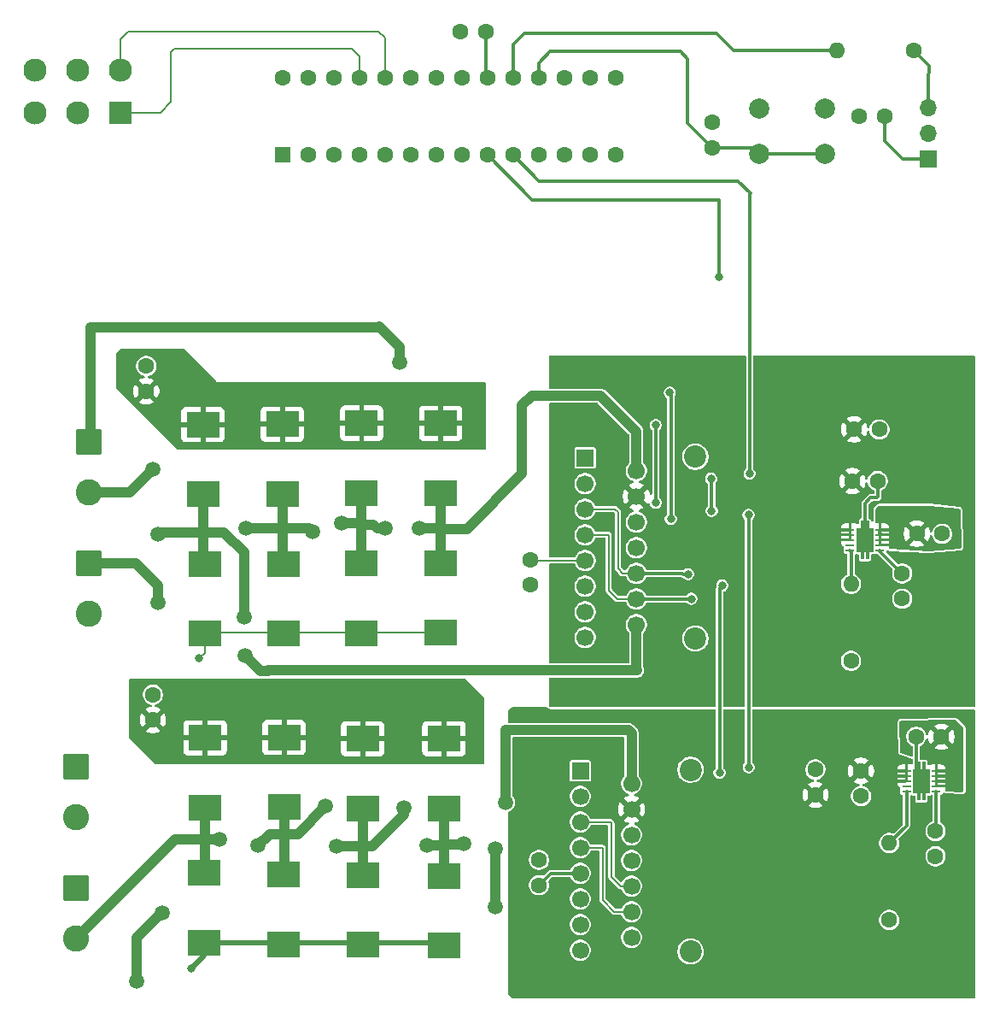
<source format=gbr>
%TF.GenerationSoftware,KiCad,Pcbnew,9.0.0*%
%TF.CreationDate,2025-03-14T18:44:20-06:00*%
%TF.ProjectId,MotorControllerBoardV2,4d6f746f-7243-46f6-9e74-726f6c6c6572,rev?*%
%TF.SameCoordinates,Original*%
%TF.FileFunction,Copper,L1,Top*%
%TF.FilePolarity,Positive*%
%FSLAX46Y46*%
G04 Gerber Fmt 4.6, Leading zero omitted, Abs format (unit mm)*
G04 Created by KiCad (PCBNEW 9.0.0) date 2025-03-14 18:44:20*
%MOMM*%
%LPD*%
G01*
G04 APERTURE LIST*
G04 Aperture macros list*
%AMRoundRect*
0 Rectangle with rounded corners*
0 $1 Rounding radius*
0 $2 $3 $4 $5 $6 $7 $8 $9 X,Y pos of 4 corners*
0 Add a 4 corners polygon primitive as box body*
4,1,4,$2,$3,$4,$5,$6,$7,$8,$9,$2,$3,0*
0 Add four circle primitives for the rounded corners*
1,1,$1+$1,$2,$3*
1,1,$1+$1,$4,$5*
1,1,$1+$1,$6,$7*
1,1,$1+$1,$8,$9*
0 Add four rect primitives between the rounded corners*
20,1,$1+$1,$2,$3,$4,$5,0*
20,1,$1+$1,$4,$5,$6,$7,0*
20,1,$1+$1,$6,$7,$8,$9,0*
20,1,$1+$1,$8,$9,$2,$3,0*%
%AMFreePoly0*
4,1,45,-0.106464,1.903536,-0.105000,1.900000,-0.105000,1.205000,0.105000,1.205000,0.105000,1.900000,0.106464,1.903536,0.110000,1.905000,0.390000,1.905000,0.393536,1.903536,0.395000,1.900000,0.395000,1.205000,0.825000,1.205000,0.828536,1.203536,0.830000,1.200000,0.830000,-1.200000,0.828536,-1.203536,0.825000,-1.205000,0.395000,-1.205000,0.395000,-1.900000,0.393536,-1.903536,
0.390000,-1.905000,0.110000,-1.905000,0.106464,-1.903536,0.105000,-1.900000,0.105000,-1.205000,-0.105000,-1.205000,-0.105000,-1.900000,-0.106464,-1.903536,-0.110000,-1.905000,-0.390000,-1.905000,-0.393536,-1.903536,-0.395000,-1.900000,-0.395000,-1.205000,-0.825000,-1.205000,-0.828536,-1.203536,-0.830000,-1.200000,-0.830000,1.200000,-0.828536,1.203536,-0.825000,1.205000,-0.395000,1.205000,
-0.395000,1.900000,-0.393536,1.903536,-0.390000,1.905000,-0.110000,1.905000,-0.106464,1.903536,-0.106464,1.903536,$1*%
G04 Aperture macros list end*
%TA.AperFunction,ComponentPad*%
%ADD10C,1.600000*%
%TD*%
%TA.AperFunction,SMDPad,CuDef*%
%ADD11R,0.850000X0.280000*%
%TD*%
%TA.AperFunction,SMDPad,CuDef*%
%ADD12FreePoly0,180.000000*%
%TD*%
%TA.AperFunction,ComponentPad*%
%ADD13O,1.600000X1.600000*%
%TD*%
%TA.AperFunction,SMDPad,CuDef*%
%ADD14R,3.300000X2.500000*%
%TD*%
%TA.AperFunction,ComponentPad*%
%ADD15RoundRect,0.250000X-1.050000X1.050000X-1.050000X-1.050000X1.050000X-1.050000X1.050000X1.050000X0*%
%TD*%
%TA.AperFunction,ComponentPad*%
%ADD16C,2.600000*%
%TD*%
%TA.AperFunction,ComponentPad*%
%ADD17C,2.000000*%
%TD*%
%TA.AperFunction,ComponentPad*%
%ADD18R,2.300000X2.300000*%
%TD*%
%TA.AperFunction,ComponentPad*%
%ADD19C,2.300000*%
%TD*%
%TA.AperFunction,ComponentPad*%
%ADD20R,1.700000X1.700000*%
%TD*%
%TA.AperFunction,ComponentPad*%
%ADD21O,1.700000X1.700000*%
%TD*%
%TA.AperFunction,ComponentPad*%
%ADD22RoundRect,0.250000X0.550000X-0.550000X0.550000X0.550000X-0.550000X0.550000X-0.550000X-0.550000X0*%
%TD*%
%TA.AperFunction,ComponentPad*%
%ADD23R,1.695000X1.695000*%
%TD*%
%TA.AperFunction,ComponentPad*%
%ADD24C,1.695000*%
%TD*%
%TA.AperFunction,ComponentPad*%
%ADD25C,2.200000*%
%TD*%
%TA.AperFunction,ViaPad*%
%ADD26C,0.800000*%
%TD*%
%TA.AperFunction,ViaPad*%
%ADD27C,1.500000*%
%TD*%
%TA.AperFunction,Conductor*%
%ADD28C,0.300000*%
%TD*%
%TA.AperFunction,Conductor*%
%ADD29C,1.000000*%
%TD*%
%TA.AperFunction,Conductor*%
%ADD30C,0.200000*%
%TD*%
%TA.AperFunction,Conductor*%
%ADD31C,0.500000*%
%TD*%
%TA.AperFunction,Conductor*%
%ADD32C,2.100000*%
%TD*%
G04 APERTURE END LIST*
D10*
%TO.P,C10,1,+*%
%TO.N,Net-(C10-+)*%
X195140000Y-124610000D03*
%TO.P,C10,2,-*%
%TO.N,GND*%
X195140000Y-127110000D03*
%TD*%
%TO.P,C9,1,+*%
%TO.N,7.2V Motor*%
X195730000Y-115270000D03*
%TO.P,C9,2,-*%
%TO.N,GND*%
X193230000Y-115270000D03*
%TD*%
D11*
%TO.P,U4,1,DV/DT*%
%TO.N,Net-(C4-+)*%
X189617500Y-96780000D03*
%TO.P,U4,2,EN/UVLO*%
%TO.N,7.2V Motor*%
X189617500Y-96280000D03*
%TO.P,U4,3,VIN*%
X189617500Y-95780000D03*
%TO.P,U4,4,VIN*%
X189617500Y-95280000D03*
%TO.P,U4,5,VIN*%
X189617500Y-94780000D03*
%TO.P,U4,6,VOUT*%
%TO.N,Net-(C3-+)*%
X186667500Y-94780000D03*
%TO.P,U4,7,VOUT*%
X186667500Y-95280000D03*
%TO.P,U4,8,VOUT*%
X186667500Y-95780000D03*
%TO.P,U4,9,EFET*%
%TO.N,unconnected-(U4-EFET-Pad9)*%
X186667500Y-96280000D03*
%TO.P,U4,10,ILIM*%
%TO.N,Net-(R1--)*%
X186667500Y-96780000D03*
D12*
%TO.P,U4,11,GND*%
%TO.N,GND*%
X188142500Y-95780000D03*
%TD*%
D11*
%TO.P,U3,1,DV/DT*%
%TO.N,Net-(C10-+)*%
X195215000Y-120670000D03*
%TO.P,U3,2,EN/UVLO*%
%TO.N,7.2V Motor*%
X195215000Y-120170000D03*
%TO.P,U3,3,VIN*%
X195215000Y-119670000D03*
%TO.P,U3,4,VIN*%
X195215000Y-119170000D03*
%TO.P,U3,5,VIN*%
X195215000Y-118670000D03*
%TO.P,U3,6,VOUT*%
%TO.N,Net-(C12-+)*%
X192265000Y-118670000D03*
%TO.P,U3,7,VOUT*%
X192265000Y-119170000D03*
%TO.P,U3,8,VOUT*%
X192265000Y-119670000D03*
%TO.P,U3,9,EFET*%
%TO.N,unconnected-(U3-EFET-Pad9)*%
X192265000Y-120170000D03*
%TO.P,U3,10,ILIM*%
%TO.N,Net-(R2--)*%
X192265000Y-120670000D03*
D12*
%TO.P,U3,11,GND*%
%TO.N,GND*%
X193740000Y-119670000D03*
%TD*%
D10*
%TO.P,C14,1,+*%
%TO.N,5V Logic*%
X155820000Y-129970000D03*
%TO.P,C14,2,-*%
%TO.N,GND*%
X155820000Y-127470000D03*
%TD*%
%TO.P,R2,1,+*%
%TO.N,GND*%
X190540000Y-133420000D03*
D13*
%TO.P,R2,2,-*%
%TO.N,Net-(R2--)*%
X190540000Y-125800000D03*
%TD*%
D10*
%TO.P,C7,1,+*%
%TO.N,GND*%
X173010000Y-54410000D03*
%TO.P,C7,2,-*%
%TO.N,Net-(C7--)*%
X173010000Y-56910000D03*
%TD*%
%TO.P,R3,1,+*%
%TO.N,Net-(R3-+)*%
X193020000Y-47320000D03*
D13*
%TO.P,R3,2,-*%
%TO.N,Net-(R3--)*%
X185400000Y-47320000D03*
%TD*%
D14*
%TO.P,D3,A*%
%TO.N,Net-(U2-OUT3)*%
X130392500Y-91210000D03*
%TO.P,D3,C*%
%TO.N,7.2V Motor*%
X130392500Y-84310000D03*
%TD*%
%TO.P,D4,A*%
%TO.N,Net-(U2-OUT4)*%
X122512500Y-91242500D03*
%TO.P,D4,C*%
%TO.N,7.2V Motor*%
X122512500Y-84342500D03*
%TD*%
%TO.P,D5,A*%
%TO.N,GND*%
X146042500Y-104965000D03*
%TO.P,D5,C*%
%TO.N,Net-(U2-OUT1)*%
X146042500Y-98065000D03*
%TD*%
%TO.P,D1,A*%
%TO.N,Net-(U2-OUT1)*%
X146072500Y-91122500D03*
%TO.P,D1,C*%
%TO.N,7.2V Motor*%
X146072500Y-84222500D03*
%TD*%
%TO.P,D10,A*%
%TO.N,GND*%
X130482500Y-135837500D03*
%TO.P,D10,C*%
%TO.N,Net-(U5-OUT2)*%
X130482500Y-128937500D03*
%TD*%
%TO.P,D2,A*%
%TO.N,Net-(U2-OUT2)*%
X138242500Y-91120000D03*
%TO.P,D2,C*%
%TO.N,7.2V Motor*%
X138242500Y-84220000D03*
%TD*%
%TO.P,D6,A*%
%TO.N,GND*%
X138212500Y-105022500D03*
%TO.P,D6,C*%
%TO.N,Net-(U2-OUT2)*%
X138212500Y-98122500D03*
%TD*%
%TO.P,D7,A*%
%TO.N,GND*%
X130482500Y-105057500D03*
%TO.P,D7,C*%
%TO.N,Net-(U2-OUT3)*%
X130482500Y-98157500D03*
%TD*%
%TO.P,D13,A*%
%TO.N,Net-(U5-OUT1)*%
X138352500Y-122382500D03*
%TO.P,D13,C*%
%TO.N,7.2V Motor*%
X138352500Y-115482500D03*
%TD*%
%TO.P,D14,A*%
%TO.N,Net-(U5-OUT2)*%
X130552500Y-122235000D03*
%TO.P,D14,C*%
%TO.N,7.2V Motor*%
X130552500Y-115335000D03*
%TD*%
%TO.P,D8,A*%
%TO.N,GND*%
X122722500Y-105035000D03*
%TO.P,D8,C*%
%TO.N,Net-(U2-OUT4)*%
X122722500Y-98135000D03*
%TD*%
%TO.P,D11,A*%
%TO.N,GND*%
X146452500Y-135942500D03*
%TO.P,D11,C*%
%TO.N,Net-(U5-OUT3)*%
X146452500Y-129042500D03*
%TD*%
%TO.P,D15,A*%
%TO.N,Net-(U5-OUT3)*%
X146402500Y-122382500D03*
%TO.P,D15,C*%
%TO.N,7.2V Motor*%
X146402500Y-115482500D03*
%TD*%
%TO.P,D16,A*%
%TO.N,Net-(U5-OUT4)*%
X122722500Y-122295000D03*
%TO.P,D16,C*%
%TO.N,7.2V Motor*%
X122722500Y-115395000D03*
%TD*%
D15*
%TO.P,MLF1,1*%
%TO.N,Net-(U2-OUT1)*%
X111162500Y-86060000D03*
D16*
%TO.P,MLF1,2*%
%TO.N,Net-(U2-OUT2)*%
X111162500Y-91060000D03*
%TD*%
D15*
%TO.P,MRB1,1*%
%TO.N,Net-(U5-OUT3)*%
X109942500Y-130260000D03*
D16*
%TO.P,MRB1,2*%
%TO.N,Net-(U5-OUT4)*%
X109942500Y-135260000D03*
%TD*%
D15*
%TO.P,MRF1,1*%
%TO.N,Net-(U5-OUT1)*%
X109942500Y-118260000D03*
D16*
%TO.P,MRF1,2*%
%TO.N,Net-(U5-OUT2)*%
X109942500Y-123260000D03*
%TD*%
D14*
%TO.P,D12,A*%
%TO.N,GND*%
X122652500Y-135672500D03*
%TO.P,D12,C*%
%TO.N,Net-(U5-OUT4)*%
X122652500Y-128772500D03*
%TD*%
D15*
%TO.P,MLB1,1*%
%TO.N,Net-(U2-OUT3)*%
X111162500Y-98060000D03*
D16*
%TO.P,MLB1,2*%
%TO.N,Net-(U2-OUT4)*%
X111162500Y-103060000D03*
%TD*%
D10*
%TO.P,C5,1,+*%
%TO.N,Net-(C3-+)*%
X186910000Y-89940000D03*
%TO.P,C5,2,-*%
%TO.N,GND*%
X189410000Y-89940000D03*
%TD*%
%TO.P,C2,1,+*%
%TO.N,7.2V Motor*%
X193280000Y-95160000D03*
%TO.P,C2,2,-*%
%TO.N,GND*%
X195780000Y-95160000D03*
%TD*%
%TO.P,C3,1,+*%
%TO.N,Net-(C3-+)*%
X187080000Y-84830000D03*
%TO.P,C3,2,-*%
%TO.N,GND*%
X189580000Y-84830000D03*
%TD*%
%TO.P,C13,1,+*%
%TO.N,Net-(C12-+)*%
X183240000Y-121020000D03*
%TO.P,C13,2,-*%
%TO.N,GND*%
X183240000Y-118520000D03*
%TD*%
%TO.P,C1,1,+*%
%TO.N,5V Logic*%
X155000000Y-97750000D03*
%TO.P,C1,2,-*%
%TO.N,GND*%
X155000000Y-100250000D03*
%TD*%
%TO.P,C6,1,+*%
%TO.N,5V Logic*%
X150530000Y-45460000D03*
%TO.P,C6,2,-*%
%TO.N,GND*%
X148030000Y-45460000D03*
%TD*%
%TO.P,C8,1,+*%
%TO.N,7.2V Motor*%
X116880000Y-81040000D03*
%TO.P,C8,2,-*%
%TO.N,GND*%
X116880000Y-78540000D03*
%TD*%
%TO.P,C4,1,+*%
%TO.N,Net-(C4-+)*%
X191830000Y-99100000D03*
%TO.P,C4,2,-*%
%TO.N,GND*%
X191830000Y-101600000D03*
%TD*%
%TO.P,C11,1,+*%
%TO.N,7.2V Motor*%
X117550000Y-113610000D03*
%TO.P,C11,2,-*%
%TO.N,GND*%
X117550000Y-111110000D03*
%TD*%
%TO.P,C12,1,+*%
%TO.N,Net-(C12-+)*%
X187750000Y-118640000D03*
%TO.P,C12,2,-*%
%TO.N,GND*%
X187750000Y-121140000D03*
%TD*%
%TO.P,C15,1,+*%
%TO.N,5V Logic*%
X190080000Y-53790000D03*
%TO.P,C15,2,-*%
%TO.N,GND*%
X187580000Y-53790000D03*
%TD*%
D17*
%TO.P,SW1,1,1*%
%TO.N,GND*%
X177640000Y-53050000D03*
X184140000Y-53050000D03*
%TO.P,SW1,2,2*%
%TO.N,Net-(C7--)*%
X177640000Y-57550000D03*
X184140000Y-57550000D03*
%TD*%
D18*
%TO.P,J1,1,1*%
%TO.N,SCL*%
X114300000Y-53460000D03*
D19*
%TO.P,J1,2,2*%
%TO.N,GND*%
X110100000Y-53460000D03*
%TO.P,J1,3,3*%
%TO.N,7.2V Motor*%
X105900000Y-53460000D03*
%TO.P,J1,4,4*%
%TO.N,SDA*%
X114300000Y-49260000D03*
%TO.P,J1,5,5*%
%TO.N,unconnected-(J1-Pad5)*%
X110100000Y-49260000D03*
%TO.P,J1,6,6*%
%TO.N,5V Logic*%
X105900000Y-49260000D03*
%TD*%
D10*
%TO.P,R1,1,+*%
%TO.N,GND*%
X186770000Y-107750000D03*
D13*
%TO.P,R1,2,-*%
%TO.N,Net-(R1--)*%
X186770000Y-100130000D03*
%TD*%
D20*
%TO.P,UPDIHeader1,1*%
%TO.N,5V Logic*%
X194410000Y-58080000D03*
D21*
%TO.P,UPDIHeader1,2*%
%TO.N,GND*%
X194410000Y-55540000D03*
%TO.P,UPDIHeader1,3*%
%TO.N,Net-(R3-+)*%
X194410000Y-53000000D03*
%TD*%
D22*
%TO.P,U1,1,PA7*%
%TO.N,unconnected-(U1-PA7-Pad1)*%
X130380000Y-57620000D03*
D10*
%TO.P,U1,2,PC0*%
%TO.N,unconnected-(U1-PC0-Pad2)*%
X132920000Y-57620000D03*
%TO.P,U1,3,PC1*%
%TO.N,unconnected-(U1-PC1-Pad3)*%
X135460000Y-57620000D03*
%TO.P,U1,4,PC2*%
%TO.N,LPWM*%
X138000000Y-57620000D03*
%TO.P,U1,5,PC3*%
%TO.N,RPWM*%
X140540000Y-57620000D03*
%TO.P,U1,6,VDDIO2*%
%TO.N,5V Logic*%
X143080000Y-57620000D03*
%TO.P,U1,7,PD1*%
%TO.N,LFWD*%
X145620000Y-57620000D03*
%TO.P,U1,8,PD2*%
%TO.N,LBWD*%
X148160000Y-57620000D03*
%TO.P,U1,9,PD3*%
%TO.N,RFWD*%
X150700000Y-57620000D03*
%TO.P,U1,10,PD4*%
%TO.N,RBWD*%
X153240000Y-57620000D03*
%TO.P,U1,11,PD5*%
%TO.N,unconnected-(U1-PD5-Pad11)*%
X155780000Y-57620000D03*
%TO.P,U1,12,PD6*%
%TO.N,unconnected-(U1-PD6-Pad12)*%
X158320000Y-57620000D03*
%TO.P,U1,13,VREFA/PD7*%
%TO.N,unconnected-(U1-VREFA{slash}PD7-Pad13)*%
X160860000Y-57620000D03*
%TO.P,U1,14,AVDD*%
%TO.N,5V Logic*%
X163400000Y-57620000D03*
%TO.P,U1,15,AGND*%
%TO.N,GND*%
X163400000Y-50000000D03*
%TO.P,U1,16,XTAL32K1/PF0*%
%TO.N,unconnected-(U1-XTAL32K1{slash}PF0-Pad16)*%
X160860000Y-50000000D03*
%TO.P,U1,17,XTAL32K2/PF1*%
%TO.N,unconnected-(U1-XTAL32K2{slash}PF1-Pad17)*%
X158320000Y-50000000D03*
%TO.P,U1,18,~{RESET}/PF6*%
%TO.N,Net-(C7--)*%
X155780000Y-50000000D03*
%TO.P,U1,19,UPDI*%
%TO.N,Net-(R3--)*%
X153240000Y-50000000D03*
%TO.P,U1,20,VDD*%
%TO.N,5V Logic*%
X150700000Y-50000000D03*
%TO.P,U1,21,GND*%
%TO.N,GND*%
X148160000Y-50000000D03*
%TO.P,U1,22,XTALHF1/PA0*%
%TO.N,unconnected-(U1-XTALHF1{slash}PA0-Pad22)*%
X145620000Y-50000000D03*
%TO.P,U1,23,XTALHF2/PA1*%
%TO.N,unconnected-(U1-XTALHF2{slash}PA1-Pad23)*%
X143080000Y-50000000D03*
%TO.P,U1,24,PA2*%
%TO.N,SDA*%
X140540000Y-50000000D03*
%TO.P,U1,25,PA3*%
%TO.N,SCL*%
X138000000Y-50000000D03*
%TO.P,U1,26,PA4*%
%TO.N,unconnected-(U1-PA4-Pad26)*%
X135460000Y-50000000D03*
%TO.P,U1,27,PA5*%
%TO.N,unconnected-(U1-PA5-Pad27)*%
X132920000Y-50000000D03*
%TO.P,U1,28,PA6*%
%TO.N,unconnected-(U1-PA6-Pad28)*%
X130380000Y-50000000D03*
%TD*%
D23*
%TO.P,U5,1,SENSE_A*%
%TO.N,GND*%
X159920000Y-118650000D03*
D24*
%TO.P,U5,2,OUT1*%
%TO.N,Net-(U5-OUT1)*%
X165000000Y-119920000D03*
%TO.P,U5,3,OUT2*%
%TO.N,Net-(U5-OUT2)*%
X159920000Y-121190000D03*
%TO.P,U5,4,Vs*%
%TO.N,Net-(C12-+)*%
X165000000Y-122460000D03*
%TO.P,U5,5,IN1*%
%TO.N,RFWD*%
X159920000Y-123730000D03*
%TO.P,U5,6,EnA*%
%TO.N,RPWM*%
X165000000Y-125000000D03*
%TO.P,U5,7,IN2*%
%TO.N,RBWD*%
X159920000Y-126270000D03*
D25*
%TO.P,U5,8,GND*%
%TO.N,GND*%
X170850000Y-118540000D03*
D24*
X165000000Y-127540000D03*
D25*
X170850000Y-136540000D03*
D24*
%TO.P,U5,9,Vss*%
%TO.N,5V Logic*%
X159920000Y-128810000D03*
%TO.P,U5,10,IN3*%
%TO.N,RFWD*%
X165000000Y-130080000D03*
%TO.P,U5,11,EnB*%
%TO.N,RPWM*%
X159920000Y-131350000D03*
%TO.P,U5,12,IN4*%
%TO.N,RBWD*%
X165000000Y-132620000D03*
%TO.P,U5,13,OUT3*%
%TO.N,Net-(U5-OUT3)*%
X159920000Y-133890000D03*
%TO.P,U5,14,OUT4*%
%TO.N,Net-(U5-OUT4)*%
X165000000Y-135160000D03*
%TO.P,U5,15,SENSE_B*%
%TO.N,GND*%
X159920000Y-136430000D03*
%TD*%
D14*
%TO.P,D9,A*%
%TO.N,GND*%
X138372500Y-135882500D03*
%TO.P,D9,C*%
%TO.N,Net-(U5-OUT1)*%
X138372500Y-128982500D03*
%TD*%
D23*
%TO.P,U2,1,SENSE_A*%
%TO.N,GND*%
X160400000Y-87650000D03*
D24*
%TO.P,U2,2,OUT1*%
%TO.N,Net-(U2-OUT1)*%
X165480000Y-88920000D03*
%TO.P,U2,3,OUT2*%
%TO.N,Net-(U2-OUT2)*%
X160400000Y-90190000D03*
%TO.P,U2,4,Vs*%
%TO.N,Net-(C3-+)*%
X165480000Y-91460000D03*
%TO.P,U2,5,IN1*%
%TO.N,LFWD*%
X160400000Y-92730000D03*
%TO.P,U2,6,EnA*%
%TO.N,LPWM*%
X165480000Y-94000000D03*
%TO.P,U2,7,IN2*%
%TO.N,LBWD*%
X160400000Y-95270000D03*
D25*
%TO.P,U2,8,GND*%
%TO.N,GND*%
X171330000Y-87540000D03*
D24*
X165480000Y-96540000D03*
D25*
X171330000Y-105540000D03*
D24*
%TO.P,U2,9,Vss*%
%TO.N,5V Logic*%
X160400000Y-97810000D03*
%TO.P,U2,10,IN3*%
%TO.N,LFWD*%
X165480000Y-99080000D03*
%TO.P,U2,11,EnB*%
%TO.N,LPWM*%
X160400000Y-100350000D03*
%TO.P,U2,12,IN4*%
%TO.N,LBWD*%
X165480000Y-101620000D03*
%TO.P,U2,13,OUT3*%
%TO.N,Net-(U2-OUT3)*%
X160400000Y-102890000D03*
%TO.P,U2,14,OUT4*%
%TO.N,Net-(U2-OUT4)*%
X165480000Y-104160000D03*
%TO.P,U2,15,SENSE_B*%
%TO.N,GND*%
X160400000Y-105430000D03*
%TD*%
D26*
%TO.N,RFWD*%
X174000000Y-100300000D03*
X173700000Y-69700000D03*
%TO.N,RBWD*%
X176700000Y-89200000D03*
X176600000Y-93300000D03*
%TO.N,LFWD*%
X172900000Y-89700000D03*
X172950000Y-92900000D03*
%TO.N,RPWM*%
X168800000Y-81200000D03*
X168900000Y-93700000D03*
%TO.N,LPWM*%
X167400000Y-92100000D03*
X167400000Y-84400000D03*
D27*
%TO.N,Net-(U2-OUT4)*%
X126617960Y-103449979D03*
X126680000Y-107260000D03*
%TO.N,Net-(U5-OUT3)*%
X148340000Y-125840000D03*
X144700000Y-125990000D03*
D26*
%TO.N,GND*%
X122150000Y-107530000D03*
X121370000Y-138250000D03*
%TO.N,RBWD*%
X176610000Y-118300000D03*
%TO.N,RFWD*%
X173720000Y-118840000D03*
%TO.N,LBWD*%
X170930000Y-101610000D03*
%TO.N,LFWD*%
X170610000Y-99170000D03*
D27*
%TO.N,Net-(U2-OUT3)*%
X133390000Y-95000000D03*
X126760000Y-94660000D03*
X118060000Y-102000000D03*
%TO.N,Net-(U2-OUT4)*%
X118010000Y-95220000D03*
%TO.N,Net-(U2-OUT2)*%
X140610000Y-94660000D03*
X136280000Y-94110000D03*
X117580000Y-88750000D03*
%TO.N,Net-(U2-OUT1)*%
X144000000Y-94620000D03*
X141980000Y-78230000D03*
%TO.N,Net-(U5-OUT1)*%
X152490000Y-121780000D03*
X142440000Y-122339000D03*
X135750000Y-126100000D03*
X118480000Y-132700989D03*
X115962563Y-139497437D03*
%TO.N,Net-(U5-OUT2)*%
X127990000Y-126040000D03*
X134670000Y-122160000D03*
%TO.N,Net-(U5-OUT4)*%
X151520000Y-132100000D03*
X151470000Y-126330000D03*
X124140000Y-125450000D03*
%TD*%
D28*
%TO.N,Net-(C10-+)*%
X195215000Y-124535000D02*
X195140000Y-124610000D01*
%TO.N,RFWD*%
X174000000Y-100300000D02*
X173720000Y-100580000D01*
X173720000Y-100580000D02*
X173720000Y-118840000D01*
X173700000Y-62090000D02*
X173700000Y-69700000D01*
%TO.N,RBWD*%
X176700000Y-61540000D02*
X176790000Y-61450000D01*
X176700000Y-89200000D02*
X176700000Y-61540000D01*
X176610000Y-93310000D02*
X176600000Y-93300000D01*
X176610000Y-118300000D02*
X176610000Y-93310000D01*
%TO.N,LFWD*%
X172950000Y-92900000D02*
X172950000Y-89750000D01*
X172950000Y-89750000D02*
X172900000Y-89700000D01*
%TO.N,RPWM*%
X168900000Y-93700000D02*
X168900000Y-81300000D01*
X168900000Y-81300000D02*
X168800000Y-81200000D01*
%TO.N,LPWM*%
X167400000Y-84400000D02*
X167400000Y-92100000D01*
%TO.N,GND*%
X189300000Y-91600000D02*
X188700000Y-91600000D01*
X188700000Y-91600000D02*
X188142500Y-92157500D01*
X188142500Y-92157500D02*
X188142500Y-95780000D01*
X189410000Y-89940000D02*
X189410000Y-91490000D01*
X189410000Y-91490000D02*
X189300000Y-91600000D01*
X193230000Y-119160000D02*
X193740000Y-119670000D01*
%TO.N,Net-(R1--)*%
X186770000Y-96882500D02*
X186667500Y-96780000D01*
X186770000Y-100130000D02*
X186770000Y-96882500D01*
%TO.N,Net-(C4-+)*%
X189617500Y-96887500D02*
X189617500Y-96851000D01*
X191830000Y-99100000D02*
X189617500Y-96887500D01*
D29*
%TO.N,Net-(U5-OUT1)*%
X165000000Y-114900000D02*
X165000000Y-119920000D01*
X164710000Y-114610000D02*
X165000000Y-114900000D01*
X152490000Y-114610000D02*
X164710000Y-114610000D01*
X152490000Y-121780000D02*
X152490000Y-114610000D01*
D28*
%TO.N,Net-(R2--)*%
X192265000Y-120670000D02*
X192265000Y-124075000D01*
X192265000Y-124075000D02*
X190540000Y-125800000D01*
D29*
%TO.N,Net-(U5-OUT3)*%
X148240000Y-125940000D02*
X148340000Y-125840000D01*
X146402500Y-125940000D02*
X146402500Y-128992500D01*
X146402500Y-125940000D02*
X148240000Y-125940000D01*
X146352500Y-125990000D02*
X146402500Y-125940000D01*
X144700000Y-125990000D02*
X146352500Y-125990000D01*
D30*
X146402500Y-128992500D02*
X146452500Y-129042500D01*
D29*
X146402500Y-122382500D02*
X146402500Y-125940000D01*
%TO.N,Net-(U2-OUT4)*%
X124600000Y-95020000D02*
X122512500Y-95020000D01*
X126580000Y-103412019D02*
X126580000Y-97000000D01*
X126617960Y-103449979D02*
X126580000Y-103412019D01*
X126580000Y-97000000D02*
X124600000Y-95020000D01*
X128170000Y-108750000D02*
X126680000Y-107260000D01*
X128950000Y-108750000D02*
X128170000Y-108750000D01*
X129000000Y-108700000D02*
X128950000Y-108750000D01*
X165530000Y-108700000D02*
X129000000Y-108700000D01*
X165480000Y-108650000D02*
X165530000Y-108700000D01*
X165480000Y-104160000D02*
X165480000Y-108650000D01*
D28*
%TO.N,5V Logic*%
X150540000Y-49840000D02*
X150700000Y-50000000D01*
X150540000Y-45980000D02*
X150540000Y-49840000D01*
D30*
X160400000Y-97810000D02*
X155060000Y-97810000D01*
X155060000Y-97810000D02*
X155000000Y-97750000D01*
%TO.N,GND*%
X122722500Y-106957500D02*
X122150000Y-107530000D01*
D31*
X122652500Y-136967500D02*
X121370000Y-138250000D01*
D30*
X122722500Y-105035000D02*
X122722500Y-106957500D01*
D31*
X122652500Y-135672500D02*
X122652500Y-136967500D01*
D30*
X122792500Y-104965000D02*
X122722500Y-105035000D01*
X146042500Y-104965000D02*
X122792500Y-104965000D01*
D31*
X122652500Y-135672500D02*
X146182500Y-135672500D01*
D30*
X146182500Y-135672500D02*
X146452500Y-135942500D01*
D28*
%TO.N,5V Logic*%
X191890000Y-58080000D02*
X194410000Y-58080000D01*
X190080000Y-56270000D02*
X191890000Y-58080000D01*
X190080000Y-53790000D02*
X190080000Y-56270000D01*
%TO.N,GND*%
X148040000Y-49880000D02*
X148160000Y-50000000D01*
%TO.N,5V Logic*%
X156980000Y-128810000D02*
X155820000Y-129970000D01*
X159920000Y-128810000D02*
X156980000Y-128810000D01*
%TO.N,Net-(C3-+)*%
X187080000Y-84830000D02*
X186665000Y-85245000D01*
%TO.N,7.2V Motor*%
X189645000Y-95160000D02*
X189615000Y-95130000D01*
X189615000Y-94850000D02*
X189615000Y-95130000D01*
D29*
%TO.N,Net-(U2-OUT2)*%
X139420000Y-94310000D02*
X138242500Y-94310000D01*
X139770000Y-94660000D02*
X139420000Y-94310000D01*
X140610000Y-94660000D02*
X139770000Y-94660000D01*
D28*
%TO.N,Net-(R1--)*%
X186770000Y-96955000D02*
X186665000Y-96850000D01*
D32*
%TO.N,7.2V Motor*%
X146315000Y-115395000D02*
X146402500Y-115482500D01*
D30*
X122632500Y-84222500D02*
X122512500Y-84342500D01*
D28*
%TO.N,RBWD*%
X175560000Y-60220000D02*
X176790000Y-61450000D01*
X155840000Y-60220000D02*
X175560000Y-60220000D01*
X153240000Y-57620000D02*
X155840000Y-60220000D01*
%TO.N,RFWD*%
X155170000Y-62090000D02*
X173700000Y-62090000D01*
X150700000Y-57620000D02*
X155170000Y-62090000D01*
%TO.N,LBWD*%
X170920000Y-101620000D02*
X165480000Y-101620000D01*
X170930000Y-101610000D02*
X170920000Y-101620000D01*
%TO.N,LFWD*%
X170060000Y-99080000D02*
X165480000Y-99080000D01*
X170610000Y-99170000D02*
X170150000Y-99170000D01*
X170150000Y-99170000D02*
X170060000Y-99080000D01*
%TO.N,Net-(C7--)*%
X184140000Y-57550000D02*
X177640000Y-57550000D01*
X177000000Y-56910000D02*
X177640000Y-57550000D01*
X173010000Y-56910000D02*
X177000000Y-56910000D01*
X170550000Y-54450000D02*
X173010000Y-56910000D01*
X169860000Y-47410000D02*
X170550000Y-48100000D01*
X156950000Y-47410000D02*
X169860000Y-47410000D01*
X155780000Y-48580000D02*
X156950000Y-47410000D01*
X170550000Y-48100000D02*
X170550000Y-54450000D01*
X155780000Y-50000000D02*
X155780000Y-48580000D01*
%TO.N,Net-(R3-+)*%
X194410000Y-49630000D02*
X194410000Y-53000000D01*
X194520000Y-49520000D02*
X194410000Y-49630000D01*
X193020000Y-47320000D02*
X194520000Y-48820000D01*
X194520000Y-48820000D02*
X194520000Y-49520000D01*
%TO.N,Net-(R3--)*%
X154360000Y-45600000D02*
X153240000Y-46720000D01*
X175140000Y-47320000D02*
X173420000Y-45600000D01*
X173420000Y-45600000D02*
X154360000Y-45600000D01*
X153240000Y-46720000D02*
X153240000Y-50000000D01*
X185400000Y-47320000D02*
X175140000Y-47320000D01*
D29*
%TO.N,Net-(U2-OUT3)*%
X133050000Y-94660000D02*
X133390000Y-95000000D01*
X130342500Y-94660000D02*
X133050000Y-94660000D01*
%TO.N,Net-(U2-OUT2)*%
X138042500Y-94110000D02*
X138242500Y-94310000D01*
X136280000Y-94110000D02*
X138042500Y-94110000D01*
%TO.N,Net-(U2-OUT3)*%
X130392500Y-94610000D02*
X130392500Y-98067500D01*
X126760000Y-94660000D02*
X130342500Y-94660000D01*
X130342500Y-94660000D02*
X130392500Y-94610000D01*
X118060000Y-100280000D02*
X118060000Y-102000000D01*
X115840000Y-98060000D02*
X118060000Y-100280000D01*
X111162500Y-98060000D02*
X115840000Y-98060000D01*
%TO.N,Net-(U2-OUT4)*%
X122512500Y-95020000D02*
X118210000Y-95020000D01*
X118210000Y-95020000D02*
X118010000Y-95220000D01*
X122512500Y-95020000D02*
X122512500Y-97925000D01*
%TO.N,Net-(U2-OUT1)*%
X146002500Y-94620000D02*
X146072500Y-94690000D01*
X144000000Y-94620000D02*
X146002500Y-94620000D01*
%TO.N,Net-(U2-OUT2)*%
X138242500Y-94310000D02*
X138242500Y-98092500D01*
X115270000Y-91060000D02*
X117580000Y-88750000D01*
X111162500Y-91060000D02*
X115270000Y-91060000D01*
%TO.N,Net-(U2-OUT1)*%
X161950000Y-81490000D02*
X165480000Y-85020000D01*
X155110000Y-81490000D02*
X161950000Y-81490000D01*
X165480000Y-85020000D02*
X165480000Y-88920000D01*
X154130000Y-82470000D02*
X155110000Y-81490000D01*
X154130000Y-89230000D02*
X154130000Y-82470000D01*
X148670000Y-94690000D02*
X154130000Y-89230000D01*
X146072500Y-94690000D02*
X148670000Y-94690000D01*
X146072500Y-94690000D02*
X146072500Y-98035000D01*
X139930000Y-74740000D02*
X140010000Y-74660000D01*
X111400000Y-74740000D02*
X139930000Y-74740000D01*
X111400000Y-85822500D02*
X111400000Y-74740000D01*
X141980000Y-76630000D02*
X141980000Y-78230000D01*
X111162500Y-86060000D02*
X111400000Y-85822500D01*
X140010000Y-74660000D02*
X141980000Y-76630000D01*
%TO.N,Net-(U5-OUT1)*%
X142440000Y-122950000D02*
X142440000Y-122339000D01*
X139290000Y-126100000D02*
X142440000Y-122950000D01*
X138292500Y-126100000D02*
X139290000Y-126100000D01*
X115962563Y-135147437D02*
X115962563Y-139497437D01*
X118409011Y-132700989D02*
X115962563Y-135147437D01*
X118480000Y-132700989D02*
X118409011Y-132700989D01*
X135750000Y-126100000D02*
X138292500Y-126100000D01*
X138352500Y-126160000D02*
X138352500Y-128962500D01*
X138292500Y-126100000D02*
X138352500Y-126160000D01*
%TO.N,Net-(U5-OUT2)*%
X129130000Y-124900000D02*
X127990000Y-126040000D01*
X130552500Y-124900000D02*
X129130000Y-124900000D01*
X131930000Y-124900000D02*
X134670000Y-122160000D01*
X130552500Y-124900000D02*
X131930000Y-124900000D01*
X130552500Y-124900000D02*
X130552500Y-128867500D01*
%TO.N,Net-(U5-OUT4)*%
X151470000Y-126330000D02*
X151470000Y-132050000D01*
X151470000Y-132050000D02*
X151520000Y-132100000D01*
X124110000Y-125420000D02*
X124140000Y-125450000D01*
X122722500Y-125420000D02*
X124110000Y-125420000D01*
X109942500Y-135260000D02*
X119782500Y-125420000D01*
X122722500Y-125420000D02*
X122722500Y-128702500D01*
X119782500Y-125420000D02*
X122722500Y-125420000D01*
D30*
%TO.N,Net-(U5-OUT1)*%
X138352500Y-128962500D02*
X138372500Y-128982500D01*
D29*
X138352500Y-122382500D02*
X138352500Y-126160000D01*
%TO.N,Net-(U5-OUT2)*%
X130552500Y-128867500D02*
X130482500Y-128937500D01*
X130552500Y-122235000D02*
X130552500Y-124900000D01*
%TO.N,Net-(U5-OUT4)*%
X122722500Y-128702500D02*
X122652500Y-128772500D01*
X122722500Y-122295000D02*
X122722500Y-125420000D01*
%TO.N,Net-(U2-OUT1)*%
X146072500Y-91122500D02*
X146072500Y-94690000D01*
X146072500Y-98035000D02*
X146042500Y-98065000D01*
%TO.N,Net-(U2-OUT2)*%
X138242500Y-91120000D02*
X138242500Y-94310000D01*
X138242500Y-98092500D02*
X138212500Y-98122500D01*
%TO.N,Net-(U2-OUT3)*%
X130392500Y-91210000D02*
X130392500Y-94610000D01*
X130392500Y-98067500D02*
X130482500Y-98157500D01*
%TO.N,Net-(U2-OUT4)*%
X122512500Y-97925000D02*
X122722500Y-98135000D01*
X122512500Y-91242500D02*
X122512500Y-95020000D01*
D30*
%TO.N,SCL*%
X137240000Y-47140000D02*
X138000000Y-47900000D01*
X119680000Y-47140000D02*
X137240000Y-47140000D01*
X119360000Y-47460000D02*
X119680000Y-47140000D01*
X138000000Y-47900000D02*
X138000000Y-50000000D01*
X119360000Y-52410000D02*
X119360000Y-47460000D01*
X118310000Y-53460000D02*
X119360000Y-52410000D01*
X114300000Y-53460000D02*
X118310000Y-53460000D01*
%TO.N,SDA*%
X139880000Y-45400000D02*
X140540000Y-46060000D01*
X140540000Y-46060000D02*
X140540000Y-50000000D01*
X115110000Y-45400000D02*
X139880000Y-45400000D01*
X114300000Y-46210000D02*
X115110000Y-45400000D01*
X114300000Y-49260000D02*
X114300000Y-46210000D01*
%TO.N,RBWD*%
X162140000Y-131470000D02*
X163290000Y-132620000D01*
X162140000Y-126330000D02*
X162140000Y-131470000D01*
X162080000Y-126270000D02*
X162140000Y-126330000D01*
X163290000Y-132620000D02*
X165000000Y-132620000D01*
X159920000Y-126270000D02*
X162080000Y-126270000D01*
%TO.N,RFWD*%
X163010000Y-123840000D02*
X163010000Y-129170000D01*
X163010000Y-129170000D02*
X163920000Y-130080000D01*
X162900000Y-123730000D02*
X163010000Y-123840000D01*
X159920000Y-123730000D02*
X162900000Y-123730000D01*
X163920000Y-130080000D02*
X165000000Y-130080000D01*
%TO.N,LBWD*%
X163580000Y-101620000D02*
X165480000Y-101620000D01*
X162750000Y-100790000D02*
X163580000Y-101620000D01*
X162690000Y-95270000D02*
X162750000Y-95330000D01*
X162750000Y-95330000D02*
X162750000Y-100790000D01*
X160400000Y-95270000D02*
X162690000Y-95270000D01*
%TO.N,LFWD*%
X163660000Y-98600000D02*
X164140000Y-99080000D01*
X163660000Y-93030000D02*
X163660000Y-98600000D01*
X163360000Y-92730000D02*
X163660000Y-93030000D01*
X164140000Y-99080000D02*
X165480000Y-99080000D01*
X160400000Y-92730000D02*
X163360000Y-92730000D01*
D28*
%TO.N,Net-(C10-+)*%
X195215000Y-120670000D02*
X195215000Y-124535000D01*
%TO.N,GND*%
X193230000Y-115270000D02*
X193230000Y-119160000D01*
%TD*%
%TA.AperFunction,Conductor*%
%TO.N,7.2V Motor*%
G36*
X148575677Y-109579685D02*
G01*
X148596319Y-109596319D01*
X150383681Y-111383681D01*
X150417166Y-111445004D01*
X150420000Y-111471362D01*
X150420000Y-117906000D01*
X150400315Y-117973039D01*
X150347511Y-118018794D01*
X150296000Y-118030000D01*
X117861362Y-118030000D01*
X117794323Y-118010315D01*
X117773681Y-117993681D01*
X116472844Y-116692844D01*
X120572500Y-116692844D01*
X120578901Y-116752372D01*
X120578903Y-116752379D01*
X120629145Y-116887086D01*
X120629149Y-116887093D01*
X120715309Y-117002187D01*
X120715312Y-117002190D01*
X120830406Y-117088350D01*
X120830413Y-117088354D01*
X120965120Y-117138596D01*
X120965127Y-117138598D01*
X121024655Y-117144999D01*
X121024672Y-117145000D01*
X122472500Y-117145000D01*
X122972500Y-117145000D01*
X124420328Y-117145000D01*
X124420344Y-117144999D01*
X124479872Y-117138598D01*
X124479879Y-117138596D01*
X124614586Y-117088354D01*
X124614593Y-117088350D01*
X124729687Y-117002190D01*
X124729690Y-117002187D01*
X124815850Y-116887093D01*
X124815854Y-116887086D01*
X124866096Y-116752379D01*
X124866098Y-116752372D01*
X124872499Y-116692844D01*
X124872500Y-116692827D01*
X124872500Y-116632844D01*
X128402500Y-116632844D01*
X128408901Y-116692372D01*
X128408903Y-116692379D01*
X128459145Y-116827086D01*
X128459149Y-116827093D01*
X128545309Y-116942187D01*
X128545312Y-116942190D01*
X128660406Y-117028350D01*
X128660413Y-117028354D01*
X128795120Y-117078596D01*
X128795127Y-117078598D01*
X128854655Y-117084999D01*
X128854672Y-117085000D01*
X130302500Y-117085000D01*
X130802500Y-117085000D01*
X132250328Y-117085000D01*
X132250344Y-117084999D01*
X132309872Y-117078598D01*
X132309879Y-117078596D01*
X132444586Y-117028354D01*
X132444593Y-117028350D01*
X132559687Y-116942190D01*
X132559690Y-116942187D01*
X132645850Y-116827093D01*
X132645854Y-116827086D01*
X132663287Y-116780344D01*
X136202500Y-116780344D01*
X136208901Y-116839872D01*
X136208903Y-116839879D01*
X136259145Y-116974586D01*
X136259149Y-116974593D01*
X136345309Y-117089687D01*
X136345312Y-117089690D01*
X136460406Y-117175850D01*
X136460413Y-117175854D01*
X136595120Y-117226096D01*
X136595127Y-117226098D01*
X136654655Y-117232499D01*
X136654672Y-117232500D01*
X138102500Y-117232500D01*
X138602500Y-117232500D01*
X140050328Y-117232500D01*
X140050344Y-117232499D01*
X140109872Y-117226098D01*
X140109879Y-117226096D01*
X140244586Y-117175854D01*
X140244593Y-117175850D01*
X140359687Y-117089690D01*
X140359690Y-117089687D01*
X140445850Y-116974593D01*
X140445854Y-116974586D01*
X140496096Y-116839879D01*
X140496098Y-116839872D01*
X140502499Y-116780344D01*
X144252500Y-116780344D01*
X144258901Y-116839872D01*
X144258903Y-116839879D01*
X144309145Y-116974586D01*
X144309149Y-116974593D01*
X144395309Y-117089687D01*
X144395312Y-117089690D01*
X144510406Y-117175850D01*
X144510413Y-117175854D01*
X144645120Y-117226096D01*
X144645127Y-117226098D01*
X144704655Y-117232499D01*
X144704672Y-117232500D01*
X146152500Y-117232500D01*
X146652500Y-117232500D01*
X148100328Y-117232500D01*
X148100344Y-117232499D01*
X148159872Y-117226098D01*
X148159879Y-117226096D01*
X148294586Y-117175854D01*
X148294593Y-117175850D01*
X148409687Y-117089690D01*
X148409690Y-117089687D01*
X148495850Y-116974593D01*
X148495854Y-116974586D01*
X148546096Y-116839879D01*
X148546098Y-116839872D01*
X148552499Y-116780344D01*
X148552500Y-116780327D01*
X148552500Y-115732500D01*
X146652500Y-115732500D01*
X146652500Y-117232500D01*
X146152500Y-117232500D01*
X146152500Y-115732500D01*
X144252500Y-115732500D01*
X144252500Y-116780344D01*
X140502499Y-116780344D01*
X140502500Y-116780327D01*
X140502500Y-115732500D01*
X138602500Y-115732500D01*
X138602500Y-117232500D01*
X138102500Y-117232500D01*
X138102500Y-115732500D01*
X136202500Y-115732500D01*
X136202500Y-116780344D01*
X132663287Y-116780344D01*
X132696096Y-116692379D01*
X132696098Y-116692372D01*
X132702499Y-116632844D01*
X132702500Y-116632827D01*
X132702500Y-115585000D01*
X130802500Y-115585000D01*
X130802500Y-117085000D01*
X130302500Y-117085000D01*
X130302500Y-115585000D01*
X128402500Y-115585000D01*
X128402500Y-116632844D01*
X124872500Y-116632844D01*
X124872500Y-115645000D01*
X122972500Y-115645000D01*
X122972500Y-117145000D01*
X122472500Y-117145000D01*
X122472500Y-115645000D01*
X120572500Y-115645000D01*
X120572500Y-116692844D01*
X116472844Y-116692844D01*
X115216319Y-115436319D01*
X115182834Y-115374996D01*
X115180000Y-115348638D01*
X115180000Y-113507682D01*
X116250000Y-113507682D01*
X116250000Y-113712317D01*
X116282009Y-113914417D01*
X116345244Y-114109031D01*
X116438141Y-114291350D01*
X116438147Y-114291359D01*
X116470523Y-114335921D01*
X116470524Y-114335922D01*
X117150000Y-113656446D01*
X117150000Y-113662661D01*
X117177259Y-113764394D01*
X117229920Y-113855606D01*
X117304394Y-113930080D01*
X117395606Y-113982741D01*
X117497339Y-114010000D01*
X117503553Y-114010000D01*
X116824076Y-114689474D01*
X116868650Y-114721859D01*
X117050968Y-114814755D01*
X117245582Y-114877990D01*
X117447683Y-114910000D01*
X117652317Y-114910000D01*
X117854417Y-114877990D01*
X118049031Y-114814755D01*
X118231349Y-114721859D01*
X118275921Y-114689474D01*
X117596447Y-114010000D01*
X117602661Y-114010000D01*
X117704394Y-113982741D01*
X117795606Y-113930080D01*
X117870080Y-113855606D01*
X117922741Y-113764394D01*
X117950000Y-113662661D01*
X117950000Y-113656448D01*
X118629474Y-114335922D01*
X118629474Y-114335921D01*
X118661859Y-114291349D01*
X118754755Y-114109029D01*
X118758613Y-114097155D01*
X120572500Y-114097155D01*
X120572500Y-115145000D01*
X122472500Y-115145000D01*
X122972500Y-115145000D01*
X124872500Y-115145000D01*
X124872500Y-114097172D01*
X124872499Y-114097155D01*
X124867118Y-114047107D01*
X124866098Y-114037626D01*
X124866096Y-114037620D01*
X124865923Y-114037155D01*
X128402500Y-114037155D01*
X128402500Y-115085000D01*
X130302500Y-115085000D01*
X130802500Y-115085000D01*
X132702500Y-115085000D01*
X132702500Y-114184655D01*
X136202500Y-114184655D01*
X136202500Y-115232500D01*
X138102500Y-115232500D01*
X138602500Y-115232500D01*
X140502500Y-115232500D01*
X140502500Y-114184672D01*
X140502499Y-114184655D01*
X144252500Y-114184655D01*
X144252500Y-115232500D01*
X146152500Y-115232500D01*
X146652500Y-115232500D01*
X148552500Y-115232500D01*
X148552500Y-114184672D01*
X148552499Y-114184655D01*
X148546098Y-114125127D01*
X148546096Y-114125120D01*
X148495854Y-113990413D01*
X148495850Y-113990406D01*
X148409690Y-113875312D01*
X148409687Y-113875309D01*
X148294593Y-113789149D01*
X148294586Y-113789145D01*
X148159879Y-113738903D01*
X148159872Y-113738901D01*
X148100344Y-113732500D01*
X146652500Y-113732500D01*
X146652500Y-115232500D01*
X146152500Y-115232500D01*
X146152500Y-113732500D01*
X144704655Y-113732500D01*
X144645127Y-113738901D01*
X144645120Y-113738903D01*
X144510413Y-113789145D01*
X144510406Y-113789149D01*
X144395312Y-113875309D01*
X144395309Y-113875312D01*
X144309149Y-113990406D01*
X144309145Y-113990413D01*
X144258903Y-114125120D01*
X144258901Y-114125127D01*
X144252500Y-114184655D01*
X140502499Y-114184655D01*
X140496098Y-114125127D01*
X140496096Y-114125120D01*
X140445854Y-113990413D01*
X140445850Y-113990406D01*
X140359690Y-113875312D01*
X140359687Y-113875309D01*
X140244593Y-113789149D01*
X140244586Y-113789145D01*
X140109879Y-113738903D01*
X140109872Y-113738901D01*
X140050344Y-113732500D01*
X138602500Y-113732500D01*
X138602500Y-115232500D01*
X138102500Y-115232500D01*
X138102500Y-113732500D01*
X136654655Y-113732500D01*
X136595127Y-113738901D01*
X136595120Y-113738903D01*
X136460413Y-113789145D01*
X136460406Y-113789149D01*
X136345312Y-113875309D01*
X136345309Y-113875312D01*
X136259149Y-113990406D01*
X136259145Y-113990413D01*
X136208903Y-114125120D01*
X136208901Y-114125127D01*
X136202500Y-114184655D01*
X132702500Y-114184655D01*
X132702500Y-114037172D01*
X132702499Y-114037155D01*
X132696098Y-113977627D01*
X132696096Y-113977620D01*
X132645854Y-113842913D01*
X132645850Y-113842906D01*
X132559690Y-113727812D01*
X132559687Y-113727809D01*
X132444593Y-113641649D01*
X132444586Y-113641645D01*
X132309879Y-113591403D01*
X132309872Y-113591401D01*
X132250344Y-113585000D01*
X130802500Y-113585000D01*
X130802500Y-115085000D01*
X130302500Y-115085000D01*
X130302500Y-113585000D01*
X128854655Y-113585000D01*
X128795127Y-113591401D01*
X128795120Y-113591403D01*
X128660413Y-113641645D01*
X128660406Y-113641649D01*
X128545312Y-113727809D01*
X128545309Y-113727812D01*
X128459149Y-113842906D01*
X128459145Y-113842913D01*
X128408903Y-113977620D01*
X128408901Y-113977627D01*
X128402500Y-114037155D01*
X124865923Y-114037155D01*
X124815854Y-113902913D01*
X124815850Y-113902906D01*
X124729690Y-113787812D01*
X124729687Y-113787809D01*
X124614593Y-113701649D01*
X124614586Y-113701645D01*
X124479879Y-113651403D01*
X124479872Y-113651401D01*
X124420344Y-113645000D01*
X122972500Y-113645000D01*
X122972500Y-115145000D01*
X122472500Y-115145000D01*
X122472500Y-113645000D01*
X121024655Y-113645000D01*
X120965127Y-113651401D01*
X120965120Y-113651403D01*
X120830413Y-113701645D01*
X120830406Y-113701649D01*
X120715312Y-113787809D01*
X120715309Y-113787812D01*
X120629149Y-113902906D01*
X120629145Y-113902913D01*
X120578903Y-114037620D01*
X120578901Y-114037627D01*
X120572500Y-114097155D01*
X118758613Y-114097155D01*
X118772138Y-114055533D01*
X118772138Y-114055532D01*
X118817990Y-113914417D01*
X118850000Y-113712317D01*
X118850000Y-113507682D01*
X118817990Y-113305582D01*
X118754755Y-113110968D01*
X118661859Y-112928650D01*
X118629474Y-112884077D01*
X118629474Y-112884076D01*
X117950000Y-113563551D01*
X117950000Y-113557339D01*
X117922741Y-113455606D01*
X117870080Y-113364394D01*
X117795606Y-113289920D01*
X117704394Y-113237259D01*
X117602661Y-113210000D01*
X117596446Y-113210000D01*
X118275922Y-112530524D01*
X118275921Y-112530523D01*
X118231359Y-112498147D01*
X118231350Y-112498141D01*
X118049031Y-112405244D01*
X117854417Y-112342009D01*
X117777681Y-112329856D01*
X117714546Y-112299927D01*
X117677615Y-112240615D01*
X117678613Y-112170753D01*
X117717223Y-112112520D01*
X117772888Y-112085766D01*
X117802092Y-112079956D01*
X117841835Y-112072051D01*
X118023914Y-111996632D01*
X118187782Y-111887139D01*
X118327139Y-111747782D01*
X118436632Y-111583914D01*
X118512051Y-111401835D01*
X118550500Y-111208541D01*
X118550500Y-111011459D01*
X118550500Y-111011456D01*
X118512052Y-110818170D01*
X118512051Y-110818169D01*
X118512051Y-110818165D01*
X118512049Y-110818160D01*
X118436635Y-110636092D01*
X118436628Y-110636079D01*
X118327139Y-110472218D01*
X118327136Y-110472214D01*
X118187785Y-110332863D01*
X118187781Y-110332860D01*
X118023920Y-110223371D01*
X118023907Y-110223364D01*
X117841839Y-110147950D01*
X117841829Y-110147947D01*
X117648543Y-110109500D01*
X117648541Y-110109500D01*
X117451459Y-110109500D01*
X117451457Y-110109500D01*
X117258170Y-110147947D01*
X117258160Y-110147950D01*
X117076092Y-110223364D01*
X117076079Y-110223371D01*
X116912218Y-110332860D01*
X116912214Y-110332863D01*
X116772863Y-110472214D01*
X116772860Y-110472218D01*
X116663371Y-110636079D01*
X116663364Y-110636092D01*
X116587950Y-110818160D01*
X116587947Y-110818170D01*
X116549500Y-111011456D01*
X116549500Y-111011459D01*
X116549500Y-111208541D01*
X116549500Y-111208543D01*
X116549499Y-111208543D01*
X116587947Y-111401829D01*
X116587950Y-111401839D01*
X116663364Y-111583907D01*
X116663371Y-111583920D01*
X116772860Y-111747781D01*
X116772863Y-111747785D01*
X116912214Y-111887136D01*
X116912218Y-111887139D01*
X117076079Y-111996628D01*
X117076092Y-111996635D01*
X117258160Y-112072049D01*
X117258165Y-112072051D01*
X117258169Y-112072051D01*
X117258170Y-112072052D01*
X117327112Y-112085766D01*
X117389023Y-112118151D01*
X117423597Y-112178867D01*
X117419857Y-112248636D01*
X117378990Y-112305308D01*
X117322318Y-112329856D01*
X117245582Y-112342009D01*
X117050968Y-112405244D01*
X116868644Y-112498143D01*
X116824077Y-112530523D01*
X116824077Y-112530524D01*
X117503554Y-113210000D01*
X117497339Y-113210000D01*
X117395606Y-113237259D01*
X117304394Y-113289920D01*
X117229920Y-113364394D01*
X117177259Y-113455606D01*
X117150000Y-113557339D01*
X117150000Y-113563553D01*
X116470524Y-112884077D01*
X116470523Y-112884077D01*
X116438143Y-112928644D01*
X116345244Y-113110968D01*
X116282009Y-113305582D01*
X116250000Y-113507682D01*
X115180000Y-113507682D01*
X115180000Y-109691362D01*
X115188644Y-109661921D01*
X115195168Y-109631935D01*
X115198922Y-109626919D01*
X115199685Y-109624323D01*
X115216319Y-109603681D01*
X115223681Y-109596319D01*
X115285004Y-109562834D01*
X115311362Y-109560000D01*
X148508638Y-109560000D01*
X148575677Y-109579685D01*
G37*
%TD.AperFunction*%
%TD*%
%TA.AperFunction,Conductor*%
%TO.N,7.2V Motor*%
G36*
X197175915Y-113633110D02*
G01*
X197198320Y-113650857D01*
X197874817Y-114327354D01*
X197908302Y-114388677D01*
X197911136Y-114415035D01*
X197911136Y-120626851D01*
X197891451Y-120693890D01*
X197838647Y-120739645D01*
X197781012Y-120750700D01*
X196210648Y-120673053D01*
X196144663Y-120650081D01*
X196101571Y-120595082D01*
X196095055Y-120525517D01*
X196100591Y-120505869D01*
X196133596Y-120417380D01*
X196133598Y-120417372D01*
X196139999Y-120357844D01*
X196140000Y-120357827D01*
X196140000Y-120310000D01*
X195339000Y-120310000D01*
X195330314Y-120307449D01*
X195321353Y-120308738D01*
X195297312Y-120297759D01*
X195271961Y-120290315D01*
X195266033Y-120283474D01*
X195257797Y-120279713D01*
X195243507Y-120257478D01*
X195226206Y-120237511D01*
X195223918Y-120226996D01*
X195220023Y-120220935D01*
X195215000Y-120186000D01*
X195215000Y-120170000D01*
X195199000Y-120170000D01*
X195131961Y-120150315D01*
X195086206Y-120097511D01*
X195075000Y-120046000D01*
X195075000Y-120030000D01*
X195355000Y-120030000D01*
X196140000Y-120030000D01*
X196140000Y-119982172D01*
X196139999Y-119982158D01*
X196134741Y-119933257D01*
X196134741Y-119906743D01*
X196139999Y-119857841D01*
X196140000Y-119857827D01*
X196140000Y-119810000D01*
X195355000Y-119810000D01*
X195355000Y-120030000D01*
X195075000Y-120030000D01*
X195075000Y-119530000D01*
X195355000Y-119530000D01*
X196140000Y-119530000D01*
X196140000Y-119482172D01*
X196139999Y-119482158D01*
X196134741Y-119433257D01*
X196134741Y-119406743D01*
X196139999Y-119357841D01*
X196140000Y-119357827D01*
X196140000Y-119310000D01*
X195355000Y-119310000D01*
X195355000Y-119530000D01*
X195075000Y-119530000D01*
X195075000Y-119030000D01*
X195355000Y-119030000D01*
X196140000Y-119030000D01*
X196140000Y-118982172D01*
X196139999Y-118982158D01*
X196134741Y-118933257D01*
X196134741Y-118906743D01*
X196139999Y-118857841D01*
X196140000Y-118857827D01*
X196140000Y-118810000D01*
X195355000Y-118810000D01*
X195355000Y-119030000D01*
X195075000Y-119030000D01*
X195075000Y-118530000D01*
X195355000Y-118530000D01*
X196140000Y-118530000D01*
X196140000Y-118482172D01*
X196139999Y-118482155D01*
X196133598Y-118422627D01*
X196133596Y-118422620D01*
X196083354Y-118287913D01*
X196083350Y-118287906D01*
X195997190Y-118172812D01*
X195997187Y-118172809D01*
X195882093Y-118086649D01*
X195882086Y-118086645D01*
X195747379Y-118036403D01*
X195747372Y-118036401D01*
X195687844Y-118030000D01*
X195355000Y-118030000D01*
X195355000Y-118530000D01*
X195075000Y-118530000D01*
X195075000Y-118030000D01*
X194742155Y-118030000D01*
X194682627Y-118036401D01*
X194682620Y-118036403D01*
X194547913Y-118086645D01*
X194547907Y-118086648D01*
X194543809Y-118089717D01*
X194478345Y-118114133D01*
X194410072Y-118099280D01*
X194360667Y-118049875D01*
X194345500Y-117990449D01*
X194345500Y-117769997D01*
X194329857Y-117691360D01*
X194329856Y-117691358D01*
X194329856Y-117691356D01*
X194326927Y-117684285D01*
X194290302Y-117625997D01*
X194215715Y-117573073D01*
X194215709Y-117573070D01*
X194215703Y-117573067D01*
X194208649Y-117570145D01*
X194208639Y-117570142D01*
X194130002Y-117554500D01*
X194130000Y-117554500D01*
X193850000Y-117554500D01*
X193849998Y-117554500D01*
X193765381Y-117571332D01*
X193764970Y-117569266D01*
X193761313Y-117569437D01*
X193750533Y-117573627D01*
X193726232Y-117571078D01*
X193715298Y-117571590D01*
X193709086Y-117570327D01*
X193708644Y-117570144D01*
X193687250Y-117565888D01*
X193686865Y-117565810D01*
X193656230Y-117549620D01*
X193625462Y-117533525D01*
X193625297Y-117533274D01*
X193625091Y-117533165D01*
X193624257Y-117531687D01*
X193595385Y-117487627D01*
X193590068Y-117473371D01*
X193591146Y-117472968D01*
X193590772Y-117472304D01*
X193590932Y-117469532D01*
X193583940Y-117457368D01*
X193580500Y-117428364D01*
X193580500Y-116290605D01*
X193600185Y-116223566D01*
X193652989Y-116177811D01*
X193657009Y-116176060D01*
X193703914Y-116156632D01*
X193867782Y-116047139D01*
X194007139Y-115907782D01*
X194116632Y-115743914D01*
X194192051Y-115561835D01*
X194201247Y-115515606D01*
X194205766Y-115492888D01*
X194238151Y-115430977D01*
X194298867Y-115396403D01*
X194368636Y-115400142D01*
X194425308Y-115441009D01*
X194449856Y-115497681D01*
X194462009Y-115574417D01*
X194525244Y-115769031D01*
X194618141Y-115951350D01*
X194618147Y-115951359D01*
X194650523Y-115995921D01*
X194650524Y-115995922D01*
X195330000Y-115316446D01*
X195330000Y-115322661D01*
X195357259Y-115424394D01*
X195409920Y-115515606D01*
X195484394Y-115590080D01*
X195575606Y-115642741D01*
X195677339Y-115670000D01*
X195683553Y-115670000D01*
X195004076Y-116349474D01*
X195048650Y-116381859D01*
X195230968Y-116474755D01*
X195425582Y-116537990D01*
X195627683Y-116570000D01*
X195832317Y-116570000D01*
X196034417Y-116537990D01*
X196229031Y-116474755D01*
X196411349Y-116381859D01*
X196455921Y-116349474D01*
X195776447Y-115670000D01*
X195782661Y-115670000D01*
X195884394Y-115642741D01*
X195975606Y-115590080D01*
X196050080Y-115515606D01*
X196102741Y-115424394D01*
X196130000Y-115322661D01*
X196130000Y-115316447D01*
X196809474Y-115995921D01*
X196841859Y-115951349D01*
X196934755Y-115769031D01*
X196997990Y-115574417D01*
X197030000Y-115372317D01*
X197030000Y-115167682D01*
X196997990Y-114965582D01*
X196934755Y-114770968D01*
X196841859Y-114588650D01*
X196809474Y-114544077D01*
X196809474Y-114544076D01*
X196130000Y-115223551D01*
X196130000Y-115217339D01*
X196102741Y-115115606D01*
X196050080Y-115024394D01*
X195975606Y-114949920D01*
X195884394Y-114897259D01*
X195782661Y-114870000D01*
X195776446Y-114870000D01*
X196455922Y-114190524D01*
X196455921Y-114190523D01*
X196411359Y-114158147D01*
X196411350Y-114158141D01*
X196229031Y-114065244D01*
X196034417Y-114002009D01*
X195832317Y-113970000D01*
X195627683Y-113970000D01*
X195425582Y-114002009D01*
X195230968Y-114065244D01*
X195048644Y-114158143D01*
X195004077Y-114190523D01*
X195004077Y-114190524D01*
X195683554Y-114870000D01*
X195677339Y-114870000D01*
X195575606Y-114897259D01*
X195484394Y-114949920D01*
X195409920Y-115024394D01*
X195357259Y-115115606D01*
X195330000Y-115217339D01*
X195330000Y-115223553D01*
X194650524Y-114544077D01*
X194650523Y-114544077D01*
X194618143Y-114588644D01*
X194525244Y-114770968D01*
X194462009Y-114965582D01*
X194449856Y-115042318D01*
X194419927Y-115105453D01*
X194360615Y-115142384D01*
X194290752Y-115141386D01*
X194232520Y-115102776D01*
X194205766Y-115047112D01*
X194192052Y-114978170D01*
X194192051Y-114978169D01*
X194192051Y-114978165D01*
X194180352Y-114949920D01*
X194116635Y-114796092D01*
X194116628Y-114796079D01*
X194007139Y-114632218D01*
X194007136Y-114632214D01*
X193867785Y-114492863D01*
X193867781Y-114492860D01*
X193703920Y-114383371D01*
X193703907Y-114383364D01*
X193629016Y-114352344D01*
X193521839Y-114307950D01*
X193521829Y-114307947D01*
X193328543Y-114269500D01*
X193328541Y-114269500D01*
X193131459Y-114269500D01*
X193131457Y-114269500D01*
X192938170Y-114307947D01*
X192938160Y-114307950D01*
X192756092Y-114383364D01*
X192756079Y-114383371D01*
X192592218Y-114492860D01*
X192592214Y-114492863D01*
X192452863Y-114632214D01*
X192452860Y-114632218D01*
X192343371Y-114796079D01*
X192343364Y-114796092D01*
X192267950Y-114978160D01*
X192267947Y-114978170D01*
X192229500Y-115171456D01*
X192229500Y-115171459D01*
X192229500Y-115368541D01*
X192229500Y-115368543D01*
X192229499Y-115368543D01*
X192267947Y-115561829D01*
X192267950Y-115561839D01*
X192343364Y-115743907D01*
X192343371Y-115743920D01*
X192452860Y-115907781D01*
X192452863Y-115907785D01*
X192592217Y-116047139D01*
X192756080Y-116156628D01*
X192756086Y-116156632D01*
X192802953Y-116176044D01*
X192857355Y-116219884D01*
X192879421Y-116286178D01*
X192879500Y-116290605D01*
X192879500Y-117096703D01*
X192859815Y-117163742D01*
X192807011Y-117209497D01*
X192737853Y-117219441D01*
X192717361Y-117214692D01*
X191735987Y-116897471D01*
X191678252Y-116858121D01*
X191650956Y-116793804D01*
X191650184Y-116783259D01*
X191560798Y-113833511D01*
X191578443Y-113765909D01*
X191629837Y-113718576D01*
X191682655Y-113705776D01*
X197108558Y-113614556D01*
X197175915Y-113633110D01*
G37*
%TD.AperFunction*%
%TD*%
%TA.AperFunction,Conductor*%
%TO.N,7.2V Motor*%
G36*
X120675677Y-76829685D02*
G01*
X120696319Y-76846319D01*
X123753681Y-79903681D01*
X123787166Y-79965004D01*
X123790000Y-79991362D01*
X123790000Y-80130000D01*
X123840000Y-80180000D01*
X150446000Y-80180000D01*
X150513039Y-80199685D01*
X150558794Y-80252489D01*
X150570000Y-80304000D01*
X150570000Y-86706000D01*
X150550315Y-86773039D01*
X150497511Y-86818794D01*
X150446000Y-86830000D01*
X120051362Y-86830000D01*
X119984323Y-86810315D01*
X119963681Y-86793681D01*
X118810344Y-85640344D01*
X120362500Y-85640344D01*
X120368901Y-85699872D01*
X120368903Y-85699879D01*
X120419145Y-85834586D01*
X120419149Y-85834593D01*
X120505309Y-85949687D01*
X120505312Y-85949690D01*
X120620406Y-86035850D01*
X120620413Y-86035854D01*
X120755120Y-86086096D01*
X120755127Y-86086098D01*
X120814655Y-86092499D01*
X120814672Y-86092500D01*
X122262500Y-86092500D01*
X122762500Y-86092500D01*
X124210328Y-86092500D01*
X124210344Y-86092499D01*
X124269872Y-86086098D01*
X124269879Y-86086096D01*
X124404586Y-86035854D01*
X124404593Y-86035850D01*
X124519687Y-85949690D01*
X124519690Y-85949687D01*
X124605850Y-85834593D01*
X124605854Y-85834586D01*
X124656096Y-85699879D01*
X124656098Y-85699872D01*
X124662499Y-85640344D01*
X124662500Y-85640327D01*
X124662500Y-85607844D01*
X128242500Y-85607844D01*
X128248901Y-85667372D01*
X128248903Y-85667379D01*
X128299145Y-85802086D01*
X128299149Y-85802093D01*
X128385309Y-85917187D01*
X128385312Y-85917190D01*
X128500406Y-86003350D01*
X128500413Y-86003354D01*
X128635120Y-86053596D01*
X128635127Y-86053598D01*
X128694655Y-86059999D01*
X128694672Y-86060000D01*
X130142500Y-86060000D01*
X130642500Y-86060000D01*
X132090328Y-86060000D01*
X132090344Y-86059999D01*
X132149872Y-86053598D01*
X132149879Y-86053596D01*
X132284586Y-86003354D01*
X132284593Y-86003350D01*
X132399687Y-85917190D01*
X132399690Y-85917187D01*
X132485850Y-85802093D01*
X132485854Y-85802086D01*
X132536096Y-85667379D01*
X132536098Y-85667372D01*
X132542499Y-85607844D01*
X132542500Y-85607827D01*
X132542500Y-85517844D01*
X136092500Y-85517844D01*
X136098901Y-85577372D01*
X136098903Y-85577379D01*
X136149145Y-85712086D01*
X136149149Y-85712093D01*
X136235309Y-85827187D01*
X136235312Y-85827190D01*
X136350406Y-85913350D01*
X136350413Y-85913354D01*
X136485120Y-85963596D01*
X136485127Y-85963598D01*
X136544655Y-85969999D01*
X136544672Y-85970000D01*
X137992500Y-85970000D01*
X138492500Y-85970000D01*
X139940328Y-85970000D01*
X139940344Y-85969999D01*
X139999872Y-85963598D01*
X139999879Y-85963596D01*
X140134586Y-85913354D01*
X140134593Y-85913350D01*
X140249687Y-85827190D01*
X140249690Y-85827187D01*
X140335850Y-85712093D01*
X140335854Y-85712086D01*
X140386096Y-85577379D01*
X140386098Y-85577372D01*
X140392230Y-85520344D01*
X143922500Y-85520344D01*
X143928901Y-85579872D01*
X143928903Y-85579879D01*
X143979145Y-85714586D01*
X143979149Y-85714593D01*
X144065309Y-85829687D01*
X144065312Y-85829690D01*
X144180406Y-85915850D01*
X144180413Y-85915854D01*
X144315120Y-85966096D01*
X144315127Y-85966098D01*
X144374655Y-85972499D01*
X144374672Y-85972500D01*
X145822500Y-85972500D01*
X146322500Y-85972500D01*
X147770328Y-85972500D01*
X147770344Y-85972499D01*
X147829872Y-85966098D01*
X147829879Y-85966096D01*
X147964586Y-85915854D01*
X147964593Y-85915850D01*
X148079687Y-85829690D01*
X148079690Y-85829687D01*
X148165850Y-85714593D01*
X148165854Y-85714586D01*
X148216096Y-85579879D01*
X148216098Y-85579872D01*
X148222499Y-85520344D01*
X148222500Y-85520327D01*
X148222500Y-84472500D01*
X146322500Y-84472500D01*
X146322500Y-85972500D01*
X145822500Y-85972500D01*
X145822500Y-84472500D01*
X143922500Y-84472500D01*
X143922500Y-85520344D01*
X140392230Y-85520344D01*
X140392499Y-85517844D01*
X140392500Y-85517827D01*
X140392500Y-84470000D01*
X138492500Y-84470000D01*
X138492500Y-85970000D01*
X137992500Y-85970000D01*
X137992500Y-84470000D01*
X136092500Y-84470000D01*
X136092500Y-85517844D01*
X132542500Y-85517844D01*
X132542500Y-84560000D01*
X130642500Y-84560000D01*
X130642500Y-86060000D01*
X130142500Y-86060000D01*
X130142500Y-84560000D01*
X128242500Y-84560000D01*
X128242500Y-85607844D01*
X124662500Y-85607844D01*
X124662500Y-84592500D01*
X122762500Y-84592500D01*
X122762500Y-86092500D01*
X122262500Y-86092500D01*
X122262500Y-84592500D01*
X120362500Y-84592500D01*
X120362500Y-85640344D01*
X118810344Y-85640344D01*
X116214655Y-83044655D01*
X120362500Y-83044655D01*
X120362500Y-84092500D01*
X122262500Y-84092500D01*
X122762500Y-84092500D01*
X124662500Y-84092500D01*
X124662500Y-83044672D01*
X124662499Y-83044671D01*
X124660074Y-83022106D01*
X124660074Y-83022103D01*
X124659004Y-83012155D01*
X128242500Y-83012155D01*
X128242500Y-84060000D01*
X130142500Y-84060000D01*
X130642500Y-84060000D01*
X132542500Y-84060000D01*
X132542500Y-83012172D01*
X132542499Y-83012155D01*
X132536098Y-82952629D01*
X132536096Y-82952618D01*
X132524734Y-82922155D01*
X136092500Y-82922155D01*
X136092500Y-83970000D01*
X137992500Y-83970000D01*
X138492500Y-83970000D01*
X140392500Y-83970000D01*
X140392500Y-82924655D01*
X143922500Y-82924655D01*
X143922500Y-83972500D01*
X145822500Y-83972500D01*
X146322500Y-83972500D01*
X148222500Y-83972500D01*
X148222500Y-82924672D01*
X148222499Y-82924655D01*
X148216098Y-82865127D01*
X148216096Y-82865120D01*
X148165854Y-82730413D01*
X148165850Y-82730406D01*
X148079690Y-82615312D01*
X148079687Y-82615309D01*
X147964593Y-82529149D01*
X147964586Y-82529145D01*
X147829879Y-82478903D01*
X147829872Y-82478901D01*
X147770344Y-82472500D01*
X146322500Y-82472500D01*
X146322500Y-83972500D01*
X145822500Y-83972500D01*
X145822500Y-82472500D01*
X144374655Y-82472500D01*
X144315127Y-82478901D01*
X144315120Y-82478903D01*
X144180413Y-82529145D01*
X144180406Y-82529149D01*
X144065312Y-82615309D01*
X144065309Y-82615312D01*
X143979149Y-82730406D01*
X143979145Y-82730413D01*
X143928903Y-82865120D01*
X143928901Y-82865127D01*
X143922500Y-82924655D01*
X140392500Y-82924655D01*
X140392500Y-82922172D01*
X140392499Y-82922155D01*
X140386098Y-82862627D01*
X140386096Y-82862620D01*
X140335854Y-82727913D01*
X140335850Y-82727906D01*
X140249690Y-82612812D01*
X140249687Y-82612809D01*
X140134593Y-82526649D01*
X140134586Y-82526645D01*
X139999879Y-82476403D01*
X139999872Y-82476401D01*
X139940344Y-82470000D01*
X138492500Y-82470000D01*
X138492500Y-83970000D01*
X137992500Y-83970000D01*
X137992500Y-82470000D01*
X136544655Y-82470000D01*
X136485127Y-82476401D01*
X136485120Y-82476403D01*
X136350413Y-82526645D01*
X136350406Y-82526649D01*
X136235312Y-82612809D01*
X136235309Y-82612812D01*
X136149149Y-82727906D01*
X136149145Y-82727913D01*
X136098903Y-82862620D01*
X136098901Y-82862627D01*
X136092500Y-82922155D01*
X132524734Y-82922155D01*
X132485854Y-82817913D01*
X132485850Y-82817906D01*
X132399690Y-82702812D01*
X132399687Y-82702809D01*
X132284593Y-82616649D01*
X132284586Y-82616645D01*
X132149879Y-82566403D01*
X132149872Y-82566401D01*
X132090344Y-82560000D01*
X130642500Y-82560000D01*
X130642500Y-84060000D01*
X130142500Y-84060000D01*
X130142500Y-82560000D01*
X128694655Y-82560000D01*
X128635127Y-82566401D01*
X128635120Y-82566403D01*
X128500413Y-82616645D01*
X128500406Y-82616649D01*
X128385312Y-82702809D01*
X128385309Y-82702812D01*
X128299149Y-82817906D01*
X128299145Y-82817913D01*
X128248903Y-82952620D01*
X128248901Y-82952627D01*
X128242500Y-83012155D01*
X124659004Y-83012155D01*
X124656098Y-82985126D01*
X124656096Y-82985120D01*
X124605854Y-82850413D01*
X124605850Y-82850406D01*
X124519690Y-82735312D01*
X124519687Y-82735309D01*
X124404593Y-82649149D01*
X124404586Y-82649145D01*
X124269879Y-82598903D01*
X124269872Y-82598901D01*
X124210344Y-82592500D01*
X122762500Y-82592500D01*
X122762500Y-84092500D01*
X122262500Y-84092500D01*
X122262500Y-82592500D01*
X120814655Y-82592500D01*
X120755127Y-82598901D01*
X120755120Y-82598903D01*
X120620413Y-82649145D01*
X120620406Y-82649149D01*
X120505312Y-82735309D01*
X120505309Y-82735312D01*
X120419149Y-82850406D01*
X120419145Y-82850413D01*
X120368903Y-82985120D01*
X120368901Y-82985127D01*
X120362500Y-83044655D01*
X116214655Y-83044655D01*
X114107682Y-80937682D01*
X115580000Y-80937682D01*
X115580000Y-81142317D01*
X115612009Y-81344417D01*
X115675244Y-81539031D01*
X115768141Y-81721350D01*
X115768147Y-81721359D01*
X115800523Y-81765921D01*
X115800524Y-81765922D01*
X116480000Y-81086446D01*
X116480000Y-81092661D01*
X116507259Y-81194394D01*
X116559920Y-81285606D01*
X116634394Y-81360080D01*
X116725606Y-81412741D01*
X116827339Y-81440000D01*
X116833553Y-81440000D01*
X116154076Y-82119474D01*
X116198650Y-82151859D01*
X116380968Y-82244755D01*
X116575582Y-82307990D01*
X116777683Y-82340000D01*
X116982317Y-82340000D01*
X117184417Y-82307990D01*
X117379031Y-82244755D01*
X117561349Y-82151859D01*
X117605921Y-82119474D01*
X116926447Y-81440000D01*
X116932661Y-81440000D01*
X117034394Y-81412741D01*
X117125606Y-81360080D01*
X117200080Y-81285606D01*
X117252741Y-81194394D01*
X117280000Y-81092661D01*
X117280000Y-81086447D01*
X117959474Y-81765921D01*
X117991859Y-81721349D01*
X118084755Y-81539031D01*
X118147990Y-81344417D01*
X118180000Y-81142317D01*
X118180000Y-80937682D01*
X118147990Y-80735582D01*
X118084755Y-80540968D01*
X117991859Y-80358650D01*
X117959474Y-80314077D01*
X117959474Y-80314076D01*
X117280000Y-80993551D01*
X117280000Y-80987339D01*
X117252741Y-80885606D01*
X117200080Y-80794394D01*
X117125606Y-80719920D01*
X117034394Y-80667259D01*
X116932661Y-80640000D01*
X116926446Y-80640000D01*
X117605922Y-79960524D01*
X117605921Y-79960523D01*
X117561359Y-79928147D01*
X117561350Y-79928141D01*
X117379031Y-79835244D01*
X117184417Y-79772009D01*
X117107681Y-79759856D01*
X117044546Y-79729927D01*
X117007615Y-79670615D01*
X117008613Y-79600753D01*
X117047223Y-79542520D01*
X117102888Y-79515766D01*
X117132092Y-79509956D01*
X117171835Y-79502051D01*
X117353914Y-79426632D01*
X117517782Y-79317139D01*
X117657139Y-79177782D01*
X117766632Y-79013914D01*
X117842051Y-78831835D01*
X117854632Y-78768582D01*
X117880500Y-78638543D01*
X117880500Y-78441456D01*
X117842052Y-78248170D01*
X117842051Y-78248169D01*
X117842051Y-78248165D01*
X117842049Y-78248160D01*
X117766635Y-78066092D01*
X117766628Y-78066079D01*
X117657139Y-77902218D01*
X117657136Y-77902214D01*
X117517785Y-77762863D01*
X117517781Y-77762860D01*
X117353920Y-77653371D01*
X117353907Y-77653364D01*
X117171839Y-77577950D01*
X117171829Y-77577947D01*
X116978543Y-77539500D01*
X116978541Y-77539500D01*
X116781459Y-77539500D01*
X116781457Y-77539500D01*
X116588170Y-77577947D01*
X116588160Y-77577950D01*
X116406092Y-77653364D01*
X116406079Y-77653371D01*
X116242218Y-77762860D01*
X116242214Y-77762863D01*
X116102863Y-77902214D01*
X116102860Y-77902218D01*
X115993371Y-78066079D01*
X115993364Y-78066092D01*
X115917950Y-78248160D01*
X115917947Y-78248170D01*
X115879500Y-78441456D01*
X115879500Y-78441459D01*
X115879500Y-78638541D01*
X115879500Y-78638543D01*
X115879499Y-78638543D01*
X115917947Y-78831829D01*
X115917950Y-78831839D01*
X115993364Y-79013907D01*
X115993371Y-79013920D01*
X116102860Y-79177781D01*
X116102863Y-79177785D01*
X116242214Y-79317136D01*
X116242218Y-79317139D01*
X116406079Y-79426628D01*
X116406092Y-79426635D01*
X116588160Y-79502049D01*
X116588165Y-79502051D01*
X116588169Y-79502051D01*
X116588170Y-79502052D01*
X116657112Y-79515766D01*
X116719023Y-79548151D01*
X116753597Y-79608867D01*
X116749857Y-79678636D01*
X116708990Y-79735308D01*
X116652318Y-79759856D01*
X116575582Y-79772009D01*
X116380968Y-79835244D01*
X116198644Y-79928143D01*
X116154077Y-79960523D01*
X116154077Y-79960524D01*
X116833554Y-80640000D01*
X116827339Y-80640000D01*
X116725606Y-80667259D01*
X116634394Y-80719920D01*
X116559920Y-80794394D01*
X116507259Y-80885606D01*
X116480000Y-80987339D01*
X116480000Y-80993553D01*
X115800524Y-80314077D01*
X115800523Y-80314077D01*
X115768143Y-80358644D01*
X115675244Y-80540968D01*
X115612009Y-80735582D01*
X115580000Y-80937682D01*
X114107682Y-80937682D01*
X113906319Y-80736319D01*
X113872834Y-80674996D01*
X113870000Y-80648638D01*
X113870000Y-77341362D01*
X113889685Y-77274323D01*
X113906319Y-77253681D01*
X114313681Y-76846319D01*
X114375004Y-76812834D01*
X114401362Y-76810000D01*
X120608638Y-76810000D01*
X120675677Y-76829685D01*
G37*
%TD.AperFunction*%
%TD*%
%TA.AperFunction,Conductor*%
%TO.N,Net-(C12-+)*%
G36*
X156665348Y-112359685D02*
G01*
X156687498Y-112378878D01*
X156687879Y-112378498D01*
X156691006Y-112381625D01*
X156691009Y-112381629D01*
X156730134Y-112420754D01*
X156758379Y-112448999D01*
X156769669Y-112459141D01*
X156769695Y-112459163D01*
X156774738Y-112463693D01*
X156795380Y-112480327D01*
X156795387Y-112480330D01*
X156800477Y-112483667D01*
X156800320Y-112483905D01*
X156807884Y-112488670D01*
X156808782Y-112489342D01*
X156839013Y-112503148D01*
X156866445Y-112517496D01*
X156869041Y-112518258D01*
X156869402Y-112517026D01*
X156888253Y-112525636D01*
X156906762Y-112529662D01*
X156915310Y-112531844D01*
X156933464Y-112537175D01*
X156991362Y-112545500D01*
X156991366Y-112545500D01*
X173245500Y-112545500D01*
X173312539Y-112565185D01*
X173358294Y-112617989D01*
X173369500Y-112669500D01*
X173369500Y-118289902D01*
X173349815Y-118356941D01*
X173333181Y-118377583D01*
X173239481Y-118471282D01*
X173239475Y-118471290D01*
X173160426Y-118608209D01*
X173160423Y-118608216D01*
X173119500Y-118760943D01*
X173119500Y-118919057D01*
X173151699Y-119039223D01*
X173160423Y-119071783D01*
X173160426Y-119071790D01*
X173239475Y-119208709D01*
X173239479Y-119208714D01*
X173239480Y-119208716D01*
X173351284Y-119320520D01*
X173351286Y-119320521D01*
X173351290Y-119320524D01*
X173429923Y-119365922D01*
X173488216Y-119399577D01*
X173640943Y-119440500D01*
X173640945Y-119440500D01*
X173799055Y-119440500D01*
X173799057Y-119440500D01*
X173951784Y-119399577D01*
X174088716Y-119320520D01*
X174200520Y-119208716D01*
X174279577Y-119071784D01*
X174320500Y-118919057D01*
X174320500Y-118760943D01*
X174279577Y-118608216D01*
X174235450Y-118531785D01*
X174200524Y-118471290D01*
X174200518Y-118471282D01*
X174106819Y-118377583D01*
X174073334Y-118316260D01*
X174070500Y-118289902D01*
X174070500Y-112669500D01*
X174090185Y-112602461D01*
X174142989Y-112556706D01*
X174194500Y-112545500D01*
X176135500Y-112545500D01*
X176202539Y-112565185D01*
X176248294Y-112617989D01*
X176259500Y-112669500D01*
X176259500Y-117749902D01*
X176239815Y-117816941D01*
X176223181Y-117837583D01*
X176129481Y-117931282D01*
X176129475Y-117931290D01*
X176050426Y-118068209D01*
X176050423Y-118068216D01*
X176009500Y-118220943D01*
X176009500Y-118379057D01*
X176041438Y-118498249D01*
X176050423Y-118531783D01*
X176050426Y-118531790D01*
X176129475Y-118668709D01*
X176129479Y-118668714D01*
X176129480Y-118668716D01*
X176241284Y-118780520D01*
X176241286Y-118780521D01*
X176241290Y-118780524D01*
X176378209Y-118859573D01*
X176378216Y-118859577D01*
X176530943Y-118900500D01*
X176530945Y-118900500D01*
X176689055Y-118900500D01*
X176689057Y-118900500D01*
X176841784Y-118859577D01*
X176978716Y-118780520D01*
X177090520Y-118668716D01*
X177169577Y-118531784D01*
X177210500Y-118379057D01*
X177210500Y-118220943D01*
X177169577Y-118068216D01*
X177151209Y-118036401D01*
X177090524Y-117931290D01*
X177090518Y-117931282D01*
X176996819Y-117837583D01*
X176963334Y-117776260D01*
X176960500Y-117749902D01*
X176960500Y-112669500D01*
X176980185Y-112602461D01*
X177032989Y-112556706D01*
X177084500Y-112545500D01*
X198931000Y-112545500D01*
X198998039Y-112565185D01*
X199043794Y-112617989D01*
X199055000Y-112669500D01*
X199055000Y-141036000D01*
X199035315Y-141103039D01*
X198982511Y-141148794D01*
X198931000Y-141160000D01*
X153181362Y-141160000D01*
X153114323Y-141140315D01*
X153093681Y-141123681D01*
X152806319Y-140836319D01*
X152772834Y-140774996D01*
X152770000Y-140748638D01*
X152770000Y-136326776D01*
X158872000Y-136326776D01*
X158872000Y-136533223D01*
X158912272Y-136735682D01*
X158912275Y-136735694D01*
X158991270Y-136926407D01*
X158991277Y-136926420D01*
X159105964Y-137098060D01*
X159105967Y-137098064D01*
X159251935Y-137244032D01*
X159251939Y-137244035D01*
X159423579Y-137358722D01*
X159423592Y-137358729D01*
X159614305Y-137437724D01*
X159614310Y-137437726D01*
X159816776Y-137477999D01*
X159816779Y-137478000D01*
X159816781Y-137478000D01*
X160023221Y-137478000D01*
X160023222Y-137477999D01*
X160225690Y-137437726D01*
X160416414Y-137358726D01*
X160588061Y-137244035D01*
X160734035Y-137098061D01*
X160848726Y-136926414D01*
X160927726Y-136735690D01*
X160968000Y-136533219D01*
X160968000Y-136437648D01*
X169549500Y-136437648D01*
X169549500Y-136642351D01*
X169581522Y-136844534D01*
X169644781Y-137039223D01*
X169737715Y-137221613D01*
X169858028Y-137387213D01*
X170002786Y-137531971D01*
X170157749Y-137644556D01*
X170168390Y-137652287D01*
X170284607Y-137711503D01*
X170350776Y-137745218D01*
X170350778Y-137745218D01*
X170350781Y-137745220D01*
X170455137Y-137779127D01*
X170545465Y-137808477D01*
X170646557Y-137824488D01*
X170747648Y-137840500D01*
X170747649Y-137840500D01*
X170952351Y-137840500D01*
X170952352Y-137840500D01*
X171154534Y-137808477D01*
X171349219Y-137745220D01*
X171531610Y-137652287D01*
X171624590Y-137584732D01*
X171697213Y-137531971D01*
X171697215Y-137531968D01*
X171697219Y-137531966D01*
X171841966Y-137387219D01*
X171841968Y-137387215D01*
X171841971Y-137387213D01*
X171945994Y-137244035D01*
X171962287Y-137221610D01*
X172055220Y-137039219D01*
X172118477Y-136844534D01*
X172150500Y-136642352D01*
X172150500Y-136437648D01*
X172118477Y-136235466D01*
X172109552Y-136207999D01*
X172055218Y-136040776D01*
X172000601Y-135933586D01*
X171962287Y-135858390D01*
X171940251Y-135828060D01*
X171841971Y-135692786D01*
X171697213Y-135548028D01*
X171531613Y-135427715D01*
X171531612Y-135427714D01*
X171531610Y-135427713D01*
X171474653Y-135398691D01*
X171349223Y-135334781D01*
X171154534Y-135271522D01*
X170979995Y-135243878D01*
X170952352Y-135239500D01*
X170747648Y-135239500D01*
X170723329Y-135243351D01*
X170545465Y-135271522D01*
X170350776Y-135334781D01*
X170168386Y-135427715D01*
X170002786Y-135548028D01*
X169858028Y-135692786D01*
X169737715Y-135858386D01*
X169644781Y-136040776D01*
X169581522Y-136235465D01*
X169549500Y-136437648D01*
X160968000Y-136437648D01*
X160968000Y-136326781D01*
X160968000Y-136326778D01*
X160967999Y-136326776D01*
X160936362Y-136167726D01*
X160927726Y-136124310D01*
X160912985Y-136088722D01*
X160848729Y-135933592D01*
X160848722Y-135933579D01*
X160734035Y-135761939D01*
X160734032Y-135761935D01*
X160588064Y-135615967D01*
X160588060Y-135615964D01*
X160416420Y-135501277D01*
X160416407Y-135501270D01*
X160225694Y-135422275D01*
X160225682Y-135422272D01*
X160023222Y-135382000D01*
X160023219Y-135382000D01*
X159816781Y-135382000D01*
X159816778Y-135382000D01*
X159614317Y-135422272D01*
X159614305Y-135422275D01*
X159423592Y-135501270D01*
X159423579Y-135501277D01*
X159251939Y-135615964D01*
X159251935Y-135615967D01*
X159105967Y-135761935D01*
X159105964Y-135761939D01*
X158991277Y-135933579D01*
X158991270Y-135933592D01*
X158912275Y-136124305D01*
X158912272Y-136124317D01*
X158872000Y-136326776D01*
X152770000Y-136326776D01*
X152770000Y-135056776D01*
X163952000Y-135056776D01*
X163952000Y-135263223D01*
X163992272Y-135465682D01*
X163992275Y-135465694D01*
X164071270Y-135656407D01*
X164071277Y-135656420D01*
X164185964Y-135828060D01*
X164185967Y-135828064D01*
X164331935Y-135974032D01*
X164331939Y-135974035D01*
X164503579Y-136088722D01*
X164503592Y-136088729D01*
X164694305Y-136167724D01*
X164694310Y-136167726D01*
X164896776Y-136207999D01*
X164896779Y-136208000D01*
X164896781Y-136208000D01*
X165103221Y-136208000D01*
X165103222Y-136207999D01*
X165305690Y-136167726D01*
X165496414Y-136088726D01*
X165668061Y-135974035D01*
X165814035Y-135828061D01*
X165928726Y-135656414D01*
X166007726Y-135465690D01*
X166048000Y-135263219D01*
X166048000Y-135056781D01*
X166048000Y-135056778D01*
X166047999Y-135056776D01*
X166016362Y-134897726D01*
X166007726Y-134854310D01*
X165992985Y-134818722D01*
X165928729Y-134663592D01*
X165928722Y-134663579D01*
X165814035Y-134491939D01*
X165814032Y-134491935D01*
X165668064Y-134345967D01*
X165668060Y-134345964D01*
X165496420Y-134231277D01*
X165496407Y-134231270D01*
X165305694Y-134152275D01*
X165305682Y-134152272D01*
X165103222Y-134112000D01*
X165103219Y-134112000D01*
X164896781Y-134112000D01*
X164896778Y-134112000D01*
X164694317Y-134152272D01*
X164694305Y-134152275D01*
X164503592Y-134231270D01*
X164503579Y-134231277D01*
X164331939Y-134345964D01*
X164331935Y-134345967D01*
X164185967Y-134491935D01*
X164185964Y-134491939D01*
X164071277Y-134663579D01*
X164071270Y-134663592D01*
X163992275Y-134854305D01*
X163992272Y-134854317D01*
X163952000Y-135056776D01*
X152770000Y-135056776D01*
X152770000Y-133786776D01*
X158872000Y-133786776D01*
X158872000Y-133993223D01*
X158912272Y-134195682D01*
X158912275Y-134195694D01*
X158991270Y-134386407D01*
X158991277Y-134386420D01*
X159105964Y-134558060D01*
X159105967Y-134558064D01*
X159251935Y-134704032D01*
X159251939Y-134704035D01*
X159423579Y-134818722D01*
X159423592Y-134818729D01*
X159614305Y-134897724D01*
X159614310Y-134897726D01*
X159771897Y-134929072D01*
X159816776Y-134937999D01*
X159816779Y-134938000D01*
X159816781Y-134938000D01*
X160023221Y-134938000D01*
X160023222Y-134937999D01*
X160034878Y-134935680D01*
X160068106Y-134929072D01*
X160146306Y-134913516D01*
X160225690Y-134897726D01*
X160416414Y-134818726D01*
X160588061Y-134704035D01*
X160734035Y-134558061D01*
X160848726Y-134386414D01*
X160927726Y-134195690D01*
X160968000Y-133993219D01*
X160968000Y-133786781D01*
X160968000Y-133786778D01*
X160967999Y-133786776D01*
X160936362Y-133627726D01*
X160927726Y-133584310D01*
X160900484Y-133518541D01*
X160848729Y-133393592D01*
X160848722Y-133393579D01*
X160734035Y-133221939D01*
X160734032Y-133221935D01*
X160588064Y-133075967D01*
X160588060Y-133075964D01*
X160416420Y-132961277D01*
X160416407Y-132961270D01*
X160225694Y-132882275D01*
X160225682Y-132882272D01*
X160023222Y-132842000D01*
X160023219Y-132842000D01*
X159816781Y-132842000D01*
X159816778Y-132842000D01*
X159614317Y-132882272D01*
X159614305Y-132882275D01*
X159423592Y-132961270D01*
X159423579Y-132961277D01*
X159251939Y-133075964D01*
X159251935Y-133075967D01*
X159105967Y-133221935D01*
X159105964Y-133221939D01*
X158991277Y-133393579D01*
X158991270Y-133393592D01*
X158912275Y-133584305D01*
X158912272Y-133584317D01*
X158872000Y-133786776D01*
X152770000Y-133786776D01*
X152770000Y-131246776D01*
X158872000Y-131246776D01*
X158872000Y-131453223D01*
X158912272Y-131655682D01*
X158912275Y-131655694D01*
X158991270Y-131846407D01*
X158991277Y-131846420D01*
X159105964Y-132018060D01*
X159105967Y-132018064D01*
X159251935Y-132164032D01*
X159251939Y-132164035D01*
X159423579Y-132278722D01*
X159423592Y-132278729D01*
X159614305Y-132357724D01*
X159614310Y-132357726D01*
X159816776Y-132397999D01*
X159816779Y-132398000D01*
X159816781Y-132398000D01*
X160023221Y-132398000D01*
X160023222Y-132397999D01*
X160225690Y-132357726D01*
X160416414Y-132278726D01*
X160588061Y-132164035D01*
X160734035Y-132018061D01*
X160848726Y-131846414D01*
X160927726Y-131655690D01*
X160968000Y-131453219D01*
X160968000Y-131246781D01*
X160968000Y-131246778D01*
X160967999Y-131246776D01*
X160955915Y-131186027D01*
X160927726Y-131044310D01*
X160897153Y-130970500D01*
X160848729Y-130853592D01*
X160848722Y-130853579D01*
X160734035Y-130681939D01*
X160734032Y-130681935D01*
X160588064Y-130535967D01*
X160588060Y-130535964D01*
X160416420Y-130421277D01*
X160416407Y-130421270D01*
X160225694Y-130342275D01*
X160225682Y-130342272D01*
X160023222Y-130302000D01*
X160023219Y-130302000D01*
X159816781Y-130302000D01*
X159816778Y-130302000D01*
X159614317Y-130342272D01*
X159614305Y-130342275D01*
X159423592Y-130421270D01*
X159423579Y-130421277D01*
X159251939Y-130535964D01*
X159251935Y-130535967D01*
X159105967Y-130681935D01*
X159105964Y-130681939D01*
X158991277Y-130853579D01*
X158991270Y-130853592D01*
X158912275Y-131044305D01*
X158912272Y-131044317D01*
X158872000Y-131246776D01*
X152770000Y-131246776D01*
X152770000Y-130068543D01*
X154819499Y-130068543D01*
X154857947Y-130261829D01*
X154857950Y-130261839D01*
X154933364Y-130443907D01*
X154933371Y-130443920D01*
X155042860Y-130607781D01*
X155042863Y-130607785D01*
X155182214Y-130747136D01*
X155182218Y-130747139D01*
X155346079Y-130856628D01*
X155346092Y-130856635D01*
X155528160Y-130932049D01*
X155528165Y-130932051D01*
X155528169Y-130932051D01*
X155528170Y-130932052D01*
X155721456Y-130970500D01*
X155721459Y-130970500D01*
X155918543Y-130970500D01*
X156048582Y-130944632D01*
X156111835Y-130932051D01*
X156293914Y-130856632D01*
X156457782Y-130747139D01*
X156597139Y-130607782D01*
X156706632Y-130443914D01*
X156716009Y-130421277D01*
X156765414Y-130302000D01*
X156782051Y-130261835D01*
X156797688Y-130183223D01*
X156820500Y-130068543D01*
X156820500Y-129871456D01*
X156782052Y-129678170D01*
X156782051Y-129678169D01*
X156782051Y-129678165D01*
X156762636Y-129631294D01*
X156755168Y-129561828D01*
X156786442Y-129499349D01*
X156789458Y-129496223D01*
X157088864Y-129196816D01*
X157150186Y-129163334D01*
X157176544Y-129160500D01*
X158847981Y-129160500D01*
X158915020Y-129180185D01*
X158960775Y-129232989D01*
X158962521Y-129236997D01*
X158991271Y-129306407D01*
X158991275Y-129306416D01*
X158991277Y-129306420D01*
X159105964Y-129478060D01*
X159105967Y-129478064D01*
X159251935Y-129624032D01*
X159251939Y-129624035D01*
X159423579Y-129738722D01*
X159423592Y-129738729D01*
X159614305Y-129817724D01*
X159614310Y-129817726D01*
X159816776Y-129857999D01*
X159816779Y-129858000D01*
X159816781Y-129858000D01*
X160023221Y-129858000D01*
X160023222Y-129857999D01*
X160225690Y-129817726D01*
X160416414Y-129738726D01*
X160588061Y-129624035D01*
X160734035Y-129478061D01*
X160848726Y-129306414D01*
X160927726Y-129115690D01*
X160968000Y-128913219D01*
X160968000Y-128706781D01*
X160968000Y-128706778D01*
X160967999Y-128706776D01*
X160936362Y-128547726D01*
X160927726Y-128504310D01*
X160927724Y-128504305D01*
X160848729Y-128313592D01*
X160848722Y-128313579D01*
X160734035Y-128141939D01*
X160734032Y-128141935D01*
X160588064Y-127995967D01*
X160588060Y-127995964D01*
X160416420Y-127881277D01*
X160416407Y-127881270D01*
X160225694Y-127802275D01*
X160225682Y-127802272D01*
X160023222Y-127762000D01*
X160023219Y-127762000D01*
X159816781Y-127762000D01*
X159816778Y-127762000D01*
X159614317Y-127802272D01*
X159614305Y-127802275D01*
X159423592Y-127881270D01*
X159423579Y-127881277D01*
X159251939Y-127995964D01*
X159251935Y-127995967D01*
X159105967Y-128141935D01*
X159105964Y-128141939D01*
X158991277Y-128313579D01*
X158991275Y-128313583D01*
X158985975Y-128326377D01*
X158962540Y-128382954D01*
X158918702Y-128437355D01*
X158852408Y-128459421D01*
X158847981Y-128459500D01*
X156933856Y-128459500D01*
X156844712Y-128483386D01*
X156844709Y-128483387D01*
X156764791Y-128529527D01*
X156764786Y-128529531D01*
X156293835Y-129000481D01*
X156232512Y-129033966D01*
X156162820Y-129028982D01*
X156158703Y-129027362D01*
X156153874Y-129025361D01*
X156111835Y-129007949D01*
X156111831Y-129007948D01*
X156111828Y-129007947D01*
X155918543Y-128969500D01*
X155918541Y-128969500D01*
X155721459Y-128969500D01*
X155721457Y-128969500D01*
X155528170Y-129007947D01*
X155528160Y-129007950D01*
X155346092Y-129083364D01*
X155346079Y-129083371D01*
X155182218Y-129192860D01*
X155182214Y-129192863D01*
X155042863Y-129332214D01*
X155042860Y-129332218D01*
X154933371Y-129496079D01*
X154933364Y-129496092D01*
X154857950Y-129678160D01*
X154857947Y-129678170D01*
X154819500Y-129871456D01*
X154819500Y-129871459D01*
X154819500Y-130068541D01*
X154819500Y-130068543D01*
X154819499Y-130068543D01*
X152770000Y-130068543D01*
X152770000Y-127568543D01*
X154819499Y-127568543D01*
X154857947Y-127761829D01*
X154857950Y-127761839D01*
X154933364Y-127943907D01*
X154933371Y-127943920D01*
X155042860Y-128107781D01*
X155042863Y-128107785D01*
X155182214Y-128247136D01*
X155182218Y-128247139D01*
X155346079Y-128356628D01*
X155346092Y-128356635D01*
X155528160Y-128432049D01*
X155528165Y-128432051D01*
X155528169Y-128432051D01*
X155528170Y-128432052D01*
X155721456Y-128470500D01*
X155721459Y-128470500D01*
X155918543Y-128470500D01*
X156085170Y-128437355D01*
X156111835Y-128432051D01*
X156293914Y-128356632D01*
X156457782Y-128247139D01*
X156597139Y-128107782D01*
X156706632Y-127943914D01*
X156782051Y-127761835D01*
X156805645Y-127643221D01*
X156820500Y-127568543D01*
X156820500Y-127371456D01*
X156782052Y-127178170D01*
X156782051Y-127178169D01*
X156782051Y-127178165D01*
X156782049Y-127178160D01*
X156706635Y-126996092D01*
X156706628Y-126996079D01*
X156597139Y-126832218D01*
X156597136Y-126832214D01*
X156457785Y-126692863D01*
X156457781Y-126692860D01*
X156293920Y-126583371D01*
X156293907Y-126583364D01*
X156111839Y-126507950D01*
X156111829Y-126507947D01*
X155918543Y-126469500D01*
X155918541Y-126469500D01*
X155721459Y-126469500D01*
X155721457Y-126469500D01*
X155528170Y-126507947D01*
X155528160Y-126507950D01*
X155346092Y-126583364D01*
X155346079Y-126583371D01*
X155182218Y-126692860D01*
X155182214Y-126692863D01*
X155042863Y-126832214D01*
X155042860Y-126832218D01*
X154933371Y-126996079D01*
X154933364Y-126996092D01*
X154857950Y-127178160D01*
X154857947Y-127178170D01*
X154819500Y-127371456D01*
X154819500Y-127371459D01*
X154819500Y-127568541D01*
X154819500Y-127568543D01*
X154819499Y-127568543D01*
X152770000Y-127568543D01*
X152770000Y-126166776D01*
X158872000Y-126166776D01*
X158872000Y-126373223D01*
X158912272Y-126575682D01*
X158912275Y-126575694D01*
X158991270Y-126766407D01*
X158991277Y-126766420D01*
X159105964Y-126938060D01*
X159105967Y-126938064D01*
X159251935Y-127084032D01*
X159251939Y-127084035D01*
X159423579Y-127198722D01*
X159423592Y-127198729D01*
X159614305Y-127277724D01*
X159614310Y-127277726D01*
X159816776Y-127317999D01*
X159816779Y-127318000D01*
X159816781Y-127318000D01*
X160023221Y-127318000D01*
X160023222Y-127317999D01*
X160225690Y-127277726D01*
X160416414Y-127198726D01*
X160588061Y-127084035D01*
X160734035Y-126938061D01*
X160848726Y-126766414D01*
X160865480Y-126725967D01*
X160898169Y-126647048D01*
X160942010Y-126592644D01*
X161008304Y-126570579D01*
X161012730Y-126570500D01*
X161715500Y-126570500D01*
X161782539Y-126590185D01*
X161828294Y-126642989D01*
X161839500Y-126694500D01*
X161839500Y-131509562D01*
X161850474Y-131550518D01*
X161859978Y-131585987D01*
X161875156Y-131612276D01*
X161875155Y-131612276D01*
X161899535Y-131654504D01*
X161899539Y-131654509D01*
X161899540Y-131654511D01*
X163105489Y-132860460D01*
X163174012Y-132900022D01*
X163250438Y-132920500D01*
X163907270Y-132920500D01*
X163974309Y-132940185D01*
X164020064Y-132992989D01*
X164021831Y-132997048D01*
X164071270Y-133116407D01*
X164071277Y-133116420D01*
X164185964Y-133288060D01*
X164185967Y-133288064D01*
X164331935Y-133434032D01*
X164331939Y-133434035D01*
X164503579Y-133548722D01*
X164503592Y-133548729D01*
X164694305Y-133627724D01*
X164694310Y-133627726D01*
X164896776Y-133667999D01*
X164896779Y-133668000D01*
X164896781Y-133668000D01*
X165103221Y-133668000D01*
X165103222Y-133667999D01*
X165305690Y-133627726D01*
X165496414Y-133548726D01*
X165541586Y-133518543D01*
X189539499Y-133518543D01*
X189577947Y-133711829D01*
X189577950Y-133711839D01*
X189653364Y-133893907D01*
X189653371Y-133893920D01*
X189762860Y-134057781D01*
X189762863Y-134057785D01*
X189902214Y-134197136D01*
X189902218Y-134197139D01*
X190066079Y-134306628D01*
X190066092Y-134306635D01*
X190248160Y-134382049D01*
X190248165Y-134382051D01*
X190248169Y-134382051D01*
X190248170Y-134382052D01*
X190441456Y-134420500D01*
X190441459Y-134420500D01*
X190638543Y-134420500D01*
X190768582Y-134394632D01*
X190831835Y-134382051D01*
X191013914Y-134306632D01*
X191177782Y-134197139D01*
X191317139Y-134057782D01*
X191426632Y-133893914D01*
X191502051Y-133711835D01*
X191540500Y-133518541D01*
X191540500Y-133321459D01*
X191540500Y-133321456D01*
X191502052Y-133128170D01*
X191502051Y-133128169D01*
X191502051Y-133128165D01*
X191480429Y-133075964D01*
X191426635Y-132946092D01*
X191426628Y-132946079D01*
X191317139Y-132782218D01*
X191317136Y-132782214D01*
X191177785Y-132642863D01*
X191177781Y-132642860D01*
X191013920Y-132533371D01*
X191013907Y-132533364D01*
X190831839Y-132457950D01*
X190831829Y-132457947D01*
X190638543Y-132419500D01*
X190638541Y-132419500D01*
X190441459Y-132419500D01*
X190441457Y-132419500D01*
X190248170Y-132457947D01*
X190248160Y-132457950D01*
X190066092Y-132533364D01*
X190066079Y-132533371D01*
X189902218Y-132642860D01*
X189902214Y-132642863D01*
X189762863Y-132782214D01*
X189762860Y-132782218D01*
X189653371Y-132946079D01*
X189653364Y-132946092D01*
X189577950Y-133128160D01*
X189577947Y-133128170D01*
X189539500Y-133321456D01*
X189539500Y-133321459D01*
X189539500Y-133518541D01*
X189539500Y-133518543D01*
X189539499Y-133518543D01*
X165541586Y-133518543D01*
X165668061Y-133434035D01*
X165814035Y-133288061D01*
X165827061Y-133268565D01*
X165841822Y-133246476D01*
X165928722Y-133116420D01*
X165928722Y-133116419D01*
X165928726Y-133116414D01*
X166007726Y-132925690D01*
X166048000Y-132723219D01*
X166048000Y-132516781D01*
X166048000Y-132516778D01*
X166047999Y-132516776D01*
X166036298Y-132457950D01*
X166007726Y-132314310D01*
X166001722Y-132299815D01*
X165928729Y-132123592D01*
X165928722Y-132123579D01*
X165814035Y-131951939D01*
X165814032Y-131951935D01*
X165668064Y-131805967D01*
X165668060Y-131805964D01*
X165496420Y-131691277D01*
X165496407Y-131691270D01*
X165305694Y-131612275D01*
X165305682Y-131612272D01*
X165103222Y-131572000D01*
X165103219Y-131572000D01*
X164896781Y-131572000D01*
X164896778Y-131572000D01*
X164694317Y-131612272D01*
X164694305Y-131612275D01*
X164503592Y-131691270D01*
X164503579Y-131691277D01*
X164331939Y-131805964D01*
X164331935Y-131805967D01*
X164185967Y-131951935D01*
X164185964Y-131951939D01*
X164071277Y-132123579D01*
X164071270Y-132123592D01*
X164021831Y-132242952D01*
X163977990Y-132297356D01*
X163911696Y-132319421D01*
X163907270Y-132319500D01*
X163465833Y-132319500D01*
X163398794Y-132299815D01*
X163378152Y-132283181D01*
X162476819Y-131381848D01*
X162443334Y-131320525D01*
X162440500Y-131294167D01*
X162440500Y-126290439D01*
X162420020Y-126214009D01*
X162420017Y-126214004D01*
X162380464Y-126145495D01*
X162380458Y-126145487D01*
X162264510Y-126029539D01*
X162252102Y-126022376D01*
X162239694Y-126015212D01*
X162195991Y-125989980D01*
X162195990Y-125989979D01*
X162170513Y-125983152D01*
X162119562Y-125969500D01*
X162119560Y-125969500D01*
X161012730Y-125969500D01*
X160945691Y-125949815D01*
X160899936Y-125897011D01*
X160898169Y-125892952D01*
X160848729Y-125773592D01*
X160848722Y-125773579D01*
X160734035Y-125601939D01*
X160734032Y-125601935D01*
X160588064Y-125455967D01*
X160588060Y-125455964D01*
X160416420Y-125341277D01*
X160416407Y-125341270D01*
X160225694Y-125262275D01*
X160225682Y-125262272D01*
X160023222Y-125222000D01*
X160023219Y-125222000D01*
X159816781Y-125222000D01*
X159816778Y-125222000D01*
X159614317Y-125262272D01*
X159614305Y-125262275D01*
X159423592Y-125341270D01*
X159423579Y-125341277D01*
X159251939Y-125455964D01*
X159251935Y-125455967D01*
X159105967Y-125601935D01*
X159105964Y-125601939D01*
X158991277Y-125773579D01*
X158991270Y-125773592D01*
X158912275Y-125964305D01*
X158912272Y-125964317D01*
X158872000Y-126166776D01*
X152770000Y-126166776D01*
X152770000Y-123626776D01*
X158872000Y-123626776D01*
X158872000Y-123833223D01*
X158912272Y-124035682D01*
X158912275Y-124035694D01*
X158991270Y-124226407D01*
X158991277Y-124226420D01*
X159105964Y-124398060D01*
X159105967Y-124398064D01*
X159251935Y-124544032D01*
X159251939Y-124544035D01*
X159423579Y-124658722D01*
X159423592Y-124658729D01*
X159614305Y-124737724D01*
X159614310Y-124737726D01*
X159816776Y-124777999D01*
X159816779Y-124778000D01*
X159816781Y-124778000D01*
X160023221Y-124778000D01*
X160023222Y-124777999D01*
X160225690Y-124737726D01*
X160416414Y-124658726D01*
X160588061Y-124544035D01*
X160734035Y-124398061D01*
X160848726Y-124226414D01*
X160855406Y-124210288D01*
X160898169Y-124107048D01*
X160942010Y-124052644D01*
X161008304Y-124030579D01*
X161012730Y-124030500D01*
X162585500Y-124030500D01*
X162652539Y-124050185D01*
X162698294Y-124102989D01*
X162709500Y-124154500D01*
X162709500Y-129209562D01*
X162716865Y-129237048D01*
X162729979Y-129285990D01*
X162755301Y-129329847D01*
X162755302Y-129329850D01*
X162769538Y-129354508D01*
X162769540Y-129354511D01*
X163679540Y-130264511D01*
X163735489Y-130320460D01*
X163735491Y-130320461D01*
X163735495Y-130320464D01*
X163804004Y-130360017D01*
X163804011Y-130360021D01*
X163880438Y-130380500D01*
X163907270Y-130380500D01*
X163974309Y-130400185D01*
X164020064Y-130452989D01*
X164021831Y-130457048D01*
X164071270Y-130576407D01*
X164071277Y-130576420D01*
X164185964Y-130748060D01*
X164185967Y-130748064D01*
X164331935Y-130894032D01*
X164331939Y-130894035D01*
X164503579Y-131008722D01*
X164503592Y-131008729D01*
X164694305Y-131087724D01*
X164694310Y-131087726D01*
X164896776Y-131127999D01*
X164896779Y-131128000D01*
X164896781Y-131128000D01*
X165103221Y-131128000D01*
X165103222Y-131127999D01*
X165305690Y-131087726D01*
X165496414Y-131008726D01*
X165668061Y-130894035D01*
X165814035Y-130748061D01*
X165928726Y-130576414D01*
X166007726Y-130385690D01*
X166048000Y-130183219D01*
X166048000Y-129976781D01*
X166048000Y-129976778D01*
X166047999Y-129976776D01*
X166027050Y-129871459D01*
X166007726Y-129774310D01*
X165948420Y-129631131D01*
X165928729Y-129583592D01*
X165928722Y-129583579D01*
X165814035Y-129411939D01*
X165814032Y-129411935D01*
X165668064Y-129265967D01*
X165668060Y-129265964D01*
X165496420Y-129151277D01*
X165496407Y-129151270D01*
X165305694Y-129072275D01*
X165305682Y-129072272D01*
X165103222Y-129032000D01*
X165103219Y-129032000D01*
X164896781Y-129032000D01*
X164896778Y-129032000D01*
X164694317Y-129072272D01*
X164694305Y-129072275D01*
X164503592Y-129151270D01*
X164503579Y-129151277D01*
X164331939Y-129265964D01*
X164331935Y-129265967D01*
X164185964Y-129411938D01*
X164067890Y-129588651D01*
X164066308Y-129587594D01*
X164023522Y-129631131D01*
X163955381Y-129646575D01*
X163889707Y-129622728D01*
X163875471Y-129610500D01*
X163346819Y-129081848D01*
X163313334Y-129020525D01*
X163310500Y-128994167D01*
X163310500Y-127436776D01*
X163952000Y-127436776D01*
X163952000Y-127643223D01*
X163992272Y-127845682D01*
X163992275Y-127845694D01*
X164071270Y-128036407D01*
X164071277Y-128036420D01*
X164185964Y-128208060D01*
X164185967Y-128208064D01*
X164331935Y-128354032D01*
X164331939Y-128354035D01*
X164503579Y-128468722D01*
X164503592Y-128468729D01*
X164650383Y-128529531D01*
X164694310Y-128547726D01*
X164896776Y-128587999D01*
X164896779Y-128588000D01*
X164896781Y-128588000D01*
X165103221Y-128588000D01*
X165103222Y-128587999D01*
X165305690Y-128547726D01*
X165496414Y-128468726D01*
X165668061Y-128354035D01*
X165814035Y-128208061D01*
X165928726Y-128036414D01*
X166007726Y-127845690D01*
X166048000Y-127643219D01*
X166048000Y-127436781D01*
X166048000Y-127436778D01*
X166047999Y-127436776D01*
X166016362Y-127277726D01*
X166007726Y-127234310D01*
X165997053Y-127208543D01*
X194139499Y-127208543D01*
X194177947Y-127401829D01*
X194177950Y-127401839D01*
X194253364Y-127583907D01*
X194253371Y-127583920D01*
X194362860Y-127747781D01*
X194362863Y-127747785D01*
X194502214Y-127887136D01*
X194502218Y-127887139D01*
X194666079Y-127996628D01*
X194666092Y-127996635D01*
X194762143Y-128036420D01*
X194848165Y-128072051D01*
X194848169Y-128072051D01*
X194848170Y-128072052D01*
X195041456Y-128110500D01*
X195041459Y-128110500D01*
X195238543Y-128110500D01*
X195368582Y-128084632D01*
X195431835Y-128072051D01*
X195613914Y-127996632D01*
X195777782Y-127887139D01*
X195917139Y-127747782D01*
X196026632Y-127583914D01*
X196102051Y-127401835D01*
X196126738Y-127277726D01*
X196140500Y-127208543D01*
X196140500Y-127011456D01*
X196102052Y-126818170D01*
X196102051Y-126818169D01*
X196102051Y-126818165D01*
X196080612Y-126766407D01*
X196026635Y-126636092D01*
X196026628Y-126636079D01*
X195917139Y-126472218D01*
X195917136Y-126472214D01*
X195777785Y-126332863D01*
X195777781Y-126332860D01*
X195613920Y-126223371D01*
X195613907Y-126223364D01*
X195431839Y-126147950D01*
X195431829Y-126147947D01*
X195238543Y-126109500D01*
X195238541Y-126109500D01*
X195041459Y-126109500D01*
X195041457Y-126109500D01*
X194848170Y-126147947D01*
X194848160Y-126147950D01*
X194666092Y-126223364D01*
X194666079Y-126223371D01*
X194502218Y-126332860D01*
X194502214Y-126332863D01*
X194362863Y-126472214D01*
X194362860Y-126472218D01*
X194253371Y-126636079D01*
X194253364Y-126636092D01*
X194177950Y-126818160D01*
X194177947Y-126818170D01*
X194139500Y-127011456D01*
X194139500Y-127011459D01*
X194139500Y-127208541D01*
X194139500Y-127208543D01*
X194139499Y-127208543D01*
X165997053Y-127208543D01*
X165984468Y-127178160D01*
X165932551Y-127052819D01*
X165928729Y-127043592D01*
X165928722Y-127043579D01*
X165814035Y-126871939D01*
X165814032Y-126871935D01*
X165668064Y-126725967D01*
X165668060Y-126725964D01*
X165496420Y-126611277D01*
X165496407Y-126611270D01*
X165305694Y-126532275D01*
X165305682Y-126532272D01*
X165103222Y-126492000D01*
X165103219Y-126492000D01*
X164896781Y-126492000D01*
X164896778Y-126492000D01*
X164694317Y-126532272D01*
X164694305Y-126532275D01*
X164503592Y-126611270D01*
X164503579Y-126611277D01*
X164331939Y-126725964D01*
X164331935Y-126725967D01*
X164185967Y-126871935D01*
X164185964Y-126871939D01*
X164071277Y-127043579D01*
X164071270Y-127043592D01*
X163992275Y-127234305D01*
X163992272Y-127234317D01*
X163952000Y-127436776D01*
X163310500Y-127436776D01*
X163310500Y-123800439D01*
X163290020Y-123724009D01*
X163290017Y-123724004D01*
X163250464Y-123655495D01*
X163250458Y-123655487D01*
X163084512Y-123489541D01*
X163084504Y-123489535D01*
X163015995Y-123449982D01*
X163015990Y-123449979D01*
X162990513Y-123443152D01*
X162939562Y-123429500D01*
X162939560Y-123429500D01*
X161012730Y-123429500D01*
X160945691Y-123409815D01*
X160899936Y-123357011D01*
X160898169Y-123352952D01*
X160848729Y-123233592D01*
X160848722Y-123233579D01*
X160734035Y-123061939D01*
X160734032Y-123061935D01*
X160588064Y-122915967D01*
X160588060Y-122915964D01*
X160416420Y-122801277D01*
X160416407Y-122801270D01*
X160225694Y-122722275D01*
X160225682Y-122722272D01*
X160023222Y-122682000D01*
X160023219Y-122682000D01*
X159816781Y-122682000D01*
X159816778Y-122682000D01*
X159614317Y-122722272D01*
X159614305Y-122722275D01*
X159423592Y-122801270D01*
X159423579Y-122801277D01*
X159251939Y-122915964D01*
X159251935Y-122915967D01*
X159105967Y-123061935D01*
X159105964Y-123061939D01*
X158991277Y-123233579D01*
X158991270Y-123233592D01*
X158912275Y-123424305D01*
X158912272Y-123424317D01*
X158872000Y-123626776D01*
X152770000Y-123626776D01*
X152770000Y-122775688D01*
X152789685Y-122708649D01*
X152842489Y-122662894D01*
X152846548Y-122661127D01*
X152940224Y-122622325D01*
X152940224Y-122622324D01*
X152940231Y-122622322D01*
X153095908Y-122518302D01*
X153228302Y-122385908D01*
X153332322Y-122230231D01*
X153403973Y-122057251D01*
X153440500Y-121873616D01*
X153440500Y-121686384D01*
X153403973Y-121502749D01*
X153332322Y-121329769D01*
X153332321Y-121329768D01*
X153332318Y-121329762D01*
X153228302Y-121174092D01*
X153228299Y-121174088D01*
X153226819Y-121172608D01*
X153226291Y-121171641D01*
X153224437Y-121169382D01*
X153224865Y-121169030D01*
X153212115Y-121145680D01*
X153208464Y-121140000D01*
X153201706Y-121132200D01*
X153200812Y-121128092D01*
X153195523Y-121119862D01*
X153194631Y-121113661D01*
X153193334Y-121111285D01*
X153190699Y-121086776D01*
X158872000Y-121086776D01*
X158872000Y-121293223D01*
X158912272Y-121495682D01*
X158912275Y-121495694D01*
X158991270Y-121686407D01*
X158991277Y-121686420D01*
X159105964Y-121858060D01*
X159105967Y-121858064D01*
X159251935Y-122004032D01*
X159251939Y-122004035D01*
X159423579Y-122118722D01*
X159423592Y-122118729D01*
X159614305Y-122197724D01*
X159614310Y-122197726D01*
X159763793Y-122227460D01*
X159816776Y-122237999D01*
X159816779Y-122238000D01*
X159816781Y-122238000D01*
X160023221Y-122238000D01*
X160023222Y-122237999D01*
X160037225Y-122235213D01*
X160076210Y-122227460D01*
X160149505Y-122212879D01*
X160225690Y-122197726D01*
X160416414Y-122118726D01*
X160588061Y-122004035D01*
X160734035Y-121858061D01*
X160848726Y-121686414D01*
X160848739Y-121686384D01*
X160927724Y-121495694D01*
X160927726Y-121495690D01*
X160968000Y-121293219D01*
X160968000Y-121086781D01*
X160968000Y-121086778D01*
X160967999Y-121086776D01*
X160957295Y-121032963D01*
X160927726Y-120884310D01*
X160927724Y-120884305D01*
X160848729Y-120693592D01*
X160848722Y-120693579D01*
X160734035Y-120521939D01*
X160734032Y-120521935D01*
X160588064Y-120375967D01*
X160588060Y-120375964D01*
X160416420Y-120261277D01*
X160416407Y-120261270D01*
X160225694Y-120182275D01*
X160225682Y-120182272D01*
X160023222Y-120142000D01*
X160023219Y-120142000D01*
X159816781Y-120142000D01*
X159816778Y-120142000D01*
X159614317Y-120182272D01*
X159614305Y-120182275D01*
X159423592Y-120261270D01*
X159423579Y-120261277D01*
X159251939Y-120375964D01*
X159251935Y-120375967D01*
X159105967Y-120521935D01*
X159105964Y-120521939D01*
X158991277Y-120693579D01*
X158991270Y-120693592D01*
X158912275Y-120884305D01*
X158912272Y-120884317D01*
X158872000Y-121086776D01*
X153190699Y-121086776D01*
X153190500Y-121084927D01*
X153190500Y-117782747D01*
X158872000Y-117782747D01*
X158872000Y-119517252D01*
X158883631Y-119575729D01*
X158883632Y-119575730D01*
X158927947Y-119642052D01*
X158994269Y-119686367D01*
X158994270Y-119686368D01*
X159052747Y-119697999D01*
X159052750Y-119698000D01*
X159052752Y-119698000D01*
X160787250Y-119698000D01*
X160787251Y-119697999D01*
X160802068Y-119695052D01*
X160845729Y-119686368D01*
X160845729Y-119686367D01*
X160845731Y-119686367D01*
X160912052Y-119642052D01*
X160956367Y-119575731D01*
X160956367Y-119575729D01*
X160956368Y-119575729D01*
X160967999Y-119517252D01*
X160968000Y-119517248D01*
X160968000Y-117782749D01*
X160967999Y-117782747D01*
X160956368Y-117724270D01*
X160956367Y-117724269D01*
X160912052Y-117657947D01*
X160845730Y-117613632D01*
X160845729Y-117613631D01*
X160787252Y-117602000D01*
X160787248Y-117602000D01*
X159052752Y-117602000D01*
X159052747Y-117602000D01*
X158994270Y-117613631D01*
X158994269Y-117613632D01*
X158927947Y-117657947D01*
X158883632Y-117724269D01*
X158883631Y-117724270D01*
X158872000Y-117782747D01*
X153190500Y-117782747D01*
X153190500Y-115434500D01*
X153210185Y-115367461D01*
X153262989Y-115321706D01*
X153314500Y-115310500D01*
X164175500Y-115310500D01*
X164242539Y-115330185D01*
X164288294Y-115382989D01*
X164299500Y-115434500D01*
X164299500Y-119087041D01*
X164279815Y-119154080D01*
X164263181Y-119174722D01*
X164185967Y-119251935D01*
X164185964Y-119251939D01*
X164071277Y-119423579D01*
X164071270Y-119423592D01*
X163992275Y-119614305D01*
X163992272Y-119614317D01*
X163952000Y-119816776D01*
X163952000Y-120023223D01*
X163992272Y-120225682D01*
X163992275Y-120225694D01*
X164071270Y-120416407D01*
X164071277Y-120416420D01*
X164185964Y-120588060D01*
X164185967Y-120588064D01*
X164331935Y-120734032D01*
X164331939Y-120734035D01*
X164503579Y-120848722D01*
X164503592Y-120848729D01*
X164674324Y-120919448D01*
X164728728Y-120963289D01*
X164750793Y-121029583D01*
X164733514Y-121097282D01*
X164682377Y-121144893D01*
X164665191Y-121151940D01*
X164482738Y-121211223D01*
X164293757Y-121307513D01*
X164240071Y-121346518D01*
X164240071Y-121346519D01*
X164817517Y-121923965D01*
X164781918Y-121933504D01*
X164653082Y-122007888D01*
X164547888Y-122113082D01*
X164473504Y-122241918D01*
X164463965Y-122277517D01*
X163886519Y-121700071D01*
X163886518Y-121700071D01*
X163847513Y-121753757D01*
X163751222Y-121942738D01*
X163751221Y-121942741D01*
X163685680Y-122144455D01*
X163685680Y-122144458D01*
X163652500Y-122353949D01*
X163652500Y-122566050D01*
X163685680Y-122775541D01*
X163685680Y-122775544D01*
X163751221Y-122977258D01*
X163751223Y-122977261D01*
X163847514Y-123166244D01*
X163886518Y-123219927D01*
X163886518Y-123219928D01*
X164463964Y-122642481D01*
X164473504Y-122678082D01*
X164547888Y-122806918D01*
X164653082Y-122912112D01*
X164781918Y-122986496D01*
X164817517Y-122996034D01*
X164240070Y-123573480D01*
X164240071Y-123573481D01*
X164293750Y-123612481D01*
X164293763Y-123612489D01*
X164482738Y-123708776D01*
X164482741Y-123708778D01*
X164665190Y-123768059D01*
X164722865Y-123807496D01*
X164750064Y-123871855D01*
X164738149Y-123940701D01*
X164690905Y-123992177D01*
X164674325Y-124000551D01*
X164503589Y-124071272D01*
X164503579Y-124071277D01*
X164331939Y-124185964D01*
X164331937Y-124185966D01*
X164185967Y-124331935D01*
X164185964Y-124331939D01*
X164071277Y-124503579D01*
X164071270Y-124503592D01*
X163992275Y-124694305D01*
X163992272Y-124694317D01*
X163952000Y-124896776D01*
X163952000Y-125103223D01*
X163992272Y-125305682D01*
X163992275Y-125305694D01*
X164071270Y-125496407D01*
X164071277Y-125496420D01*
X164185964Y-125668060D01*
X164185967Y-125668064D01*
X164331935Y-125814032D01*
X164331939Y-125814035D01*
X164503579Y-125928722D01*
X164503592Y-125928729D01*
X164651467Y-125989980D01*
X164694310Y-126007726D01*
X164896776Y-126047999D01*
X164896779Y-126048000D01*
X164896781Y-126048000D01*
X165103221Y-126048000D01*
X165103222Y-126047999D01*
X165305690Y-126007726D01*
X165496414Y-125928726D01*
X165541586Y-125898543D01*
X189539499Y-125898543D01*
X189577947Y-126091829D01*
X189577950Y-126091839D01*
X189653364Y-126273907D01*
X189653371Y-126273920D01*
X189762860Y-126437781D01*
X189762863Y-126437785D01*
X189902214Y-126577136D01*
X189902218Y-126577139D01*
X190066079Y-126686628D01*
X190066092Y-126686635D01*
X190248160Y-126762049D01*
X190248165Y-126762051D01*
X190248169Y-126762051D01*
X190248170Y-126762052D01*
X190441456Y-126800500D01*
X190441459Y-126800500D01*
X190638543Y-126800500D01*
X190768582Y-126774632D01*
X190831835Y-126762051D01*
X191013914Y-126686632D01*
X191177782Y-126577139D01*
X191317139Y-126437782D01*
X191426632Y-126273914D01*
X191502051Y-126091835D01*
X191518782Y-126007724D01*
X191540500Y-125898543D01*
X191540500Y-125701456D01*
X191502052Y-125508170D01*
X191502051Y-125508169D01*
X191502051Y-125508165D01*
X191482636Y-125461294D01*
X191475168Y-125391828D01*
X191506442Y-125329349D01*
X191509489Y-125326191D01*
X192545469Y-124290212D01*
X192591614Y-124210288D01*
X192598131Y-124185965D01*
X192598132Y-124185964D01*
X192606562Y-124154500D01*
X192615500Y-124121144D01*
X192615500Y-121155262D01*
X192635185Y-121088223D01*
X192687989Y-121042468D01*
X192757147Y-121032524D01*
X192811254Y-121054133D01*
X192829285Y-121066927D01*
X192829290Y-121066929D01*
X192829296Y-121066932D01*
X192836350Y-121069854D01*
X192836354Y-121069855D01*
X192836356Y-121069856D01*
X192836357Y-121069856D01*
X192836360Y-121069857D01*
X192914997Y-121085500D01*
X192915000Y-121085500D01*
X193010500Y-121085500D01*
X193077539Y-121105185D01*
X193123294Y-121157989D01*
X193134500Y-121209500D01*
X193134500Y-121570000D01*
X193134500Y-121570002D01*
X193134499Y-121570002D01*
X193150142Y-121648639D01*
X193150143Y-121648641D01*
X193150144Y-121648644D01*
X193153073Y-121655715D01*
X193172341Y-121686379D01*
X193181747Y-121701350D01*
X193189698Y-121714003D01*
X193264285Y-121766927D01*
X193264293Y-121766930D01*
X193264296Y-121766932D01*
X193271350Y-121769854D01*
X193271354Y-121769855D01*
X193271356Y-121769856D01*
X193271357Y-121769856D01*
X193271360Y-121769857D01*
X193349997Y-121785500D01*
X193350000Y-121785500D01*
X193630002Y-121785500D01*
X193714619Y-121768668D01*
X193715116Y-121771169D01*
X193764974Y-121770712D01*
X193765381Y-121768668D01*
X193849997Y-121785500D01*
X193850000Y-121785500D01*
X194130002Y-121785500D01*
X194208639Y-121769857D01*
X194208639Y-121769856D01*
X194208644Y-121769856D01*
X194215715Y-121766927D01*
X194274003Y-121730302D01*
X194326927Y-121655715D01*
X194329856Y-121648644D01*
X194329857Y-121648639D01*
X194345500Y-121570002D01*
X194345500Y-121209500D01*
X194365185Y-121142461D01*
X194417989Y-121096706D01*
X194469500Y-121085500D01*
X194565002Y-121085500D01*
X194643639Y-121069857D01*
X194643639Y-121069856D01*
X194643644Y-121069856D01*
X194650715Y-121066927D01*
X194674528Y-121051964D01*
X194741762Y-121032963D01*
X194808597Y-121053329D01*
X194853813Y-121106596D01*
X194864500Y-121156957D01*
X194864500Y-123558328D01*
X194844815Y-123625367D01*
X194792011Y-123671122D01*
X194787953Y-123672889D01*
X194666088Y-123723366D01*
X194666079Y-123723371D01*
X194502218Y-123832860D01*
X194502214Y-123832863D01*
X194362863Y-123972214D01*
X194362860Y-123972218D01*
X194253371Y-124136079D01*
X194253364Y-124136092D01*
X194177950Y-124318160D01*
X194177947Y-124318170D01*
X194139500Y-124511456D01*
X194139500Y-124511459D01*
X194139500Y-124708541D01*
X194139500Y-124708543D01*
X194139499Y-124708543D01*
X194177947Y-124901829D01*
X194177950Y-124901839D01*
X194253364Y-125083907D01*
X194253371Y-125083920D01*
X194362860Y-125247781D01*
X194362863Y-125247785D01*
X194502214Y-125387136D01*
X194502218Y-125387139D01*
X194666079Y-125496628D01*
X194666092Y-125496635D01*
X194848160Y-125572049D01*
X194848165Y-125572051D01*
X194848169Y-125572051D01*
X194848170Y-125572052D01*
X195041456Y-125610500D01*
X195041459Y-125610500D01*
X195238543Y-125610500D01*
X195368582Y-125584632D01*
X195431835Y-125572051D01*
X195613914Y-125496632D01*
X195777782Y-125387139D01*
X195917139Y-125247782D01*
X196026632Y-125083914D01*
X196102051Y-124901835D01*
X196126684Y-124777999D01*
X196140500Y-124708543D01*
X196140500Y-124511456D01*
X196102052Y-124318170D01*
X196102051Y-124318169D01*
X196102051Y-124318165D01*
X196102049Y-124318160D01*
X196026635Y-124136092D01*
X196026628Y-124136079D01*
X195917139Y-123972218D01*
X195917136Y-123972214D01*
X195777785Y-123832863D01*
X195777781Y-123832860D01*
X195620609Y-123727840D01*
X195575804Y-123674227D01*
X195565500Y-123624738D01*
X195565500Y-121131011D01*
X195585185Y-121063972D01*
X195637989Y-121018217D01*
X195665304Y-121009394D01*
X195718231Y-120998867D01*
X195784552Y-120954552D01*
X195828867Y-120888231D01*
X195829086Y-120887129D01*
X195830227Y-120884947D01*
X195833542Y-120876946D01*
X195834257Y-120877242D01*
X195861469Y-120825218D01*
X195922184Y-120790642D01*
X195991954Y-120794380D01*
X196016510Y-120806220D01*
X196077094Y-120844154D01*
X196077098Y-120844156D01*
X196143083Y-120867128D01*
X196200499Y-120878302D01*
X197770863Y-120955949D01*
X197819723Y-120952521D01*
X197877358Y-120941466D01*
X197892509Y-120937961D01*
X197973221Y-120894951D01*
X198026025Y-120849196D01*
X198043979Y-120831605D01*
X198088626Y-120751788D01*
X198108311Y-120684749D01*
X198116636Y-120626851D01*
X198116636Y-114415035D01*
X198115458Y-114393066D01*
X198112624Y-114366708D01*
X198088665Y-114290191D01*
X198055180Y-114228868D01*
X198020127Y-114182044D01*
X197343630Y-113505547D01*
X197343624Y-113505541D01*
X197325910Y-113489764D01*
X197303518Y-113472027D01*
X197303515Y-113472025D01*
X197303512Y-113472023D01*
X197230489Y-113434989D01*
X197230484Y-113434987D01*
X197230481Y-113434986D01*
X197163143Y-113416437D01*
X197163124Y-113416433D01*
X197105100Y-113409084D01*
X191679215Y-113500304D01*
X191679197Y-113500305D01*
X191634253Y-113506057D01*
X191581424Y-113518859D01*
X191569995Y-113521980D01*
X191569990Y-113521982D01*
X191490627Y-113567411D01*
X191490619Y-113567417D01*
X191439235Y-113614741D01*
X191439228Y-113614747D01*
X191421815Y-113632875D01*
X191421814Y-113632876D01*
X191379604Y-113714012D01*
X191361959Y-113781610D01*
X191355392Y-113839735D01*
X191367625Y-114243423D01*
X191444778Y-116789494D01*
X191445231Y-116798244D01*
X191446005Y-116808813D01*
X191461785Y-116874080D01*
X191461786Y-116874084D01*
X191489088Y-116938415D01*
X191489094Y-116938426D01*
X191500298Y-116960895D01*
X191500299Y-116960896D01*
X191500300Y-116960898D01*
X191562516Y-117027931D01*
X191620251Y-117067281D01*
X191620254Y-117067283D01*
X191620259Y-117067285D01*
X191672772Y-117093006D01*
X191672777Y-117093008D01*
X192420738Y-117334780D01*
X192654155Y-117410230D01*
X192670966Y-117414886D01*
X192691458Y-117419635D01*
X192760765Y-117422579D01*
X192826906Y-117445091D01*
X192870379Y-117499789D01*
X192879500Y-117546467D01*
X192879500Y-117907184D01*
X192859815Y-117974223D01*
X192807011Y-118019978D01*
X192742259Y-118030475D01*
X192737844Y-118030000D01*
X192405000Y-118030000D01*
X192405000Y-119546000D01*
X192402449Y-119554685D01*
X192403738Y-119563647D01*
X192392759Y-119587687D01*
X192385315Y-119613039D01*
X192378474Y-119618966D01*
X192374713Y-119627203D01*
X192352478Y-119641492D01*
X192332511Y-119658794D01*
X192321996Y-119661081D01*
X192315935Y-119664977D01*
X192281000Y-119670000D01*
X192265000Y-119670000D01*
X192265000Y-119686000D01*
X192245315Y-119753039D01*
X192192511Y-119798794D01*
X192141000Y-119810000D01*
X191340000Y-119810000D01*
X191340000Y-119857844D01*
X191346401Y-119917372D01*
X191346403Y-119917379D01*
X191396645Y-120052086D01*
X191396649Y-120052093D01*
X191482809Y-120167187D01*
X191482812Y-120167190D01*
X191590950Y-120248143D01*
X191607450Y-120270185D01*
X191626557Y-120290016D01*
X191629380Y-120299481D01*
X191632821Y-120304077D01*
X191638274Y-120323308D01*
X191639500Y-120329495D01*
X191639500Y-120329748D01*
X191651133Y-120388231D01*
X191651139Y-120388240D01*
X191652475Y-120394981D01*
X191652640Y-120395810D01*
X191652640Y-120395813D01*
X191652657Y-120395899D01*
X191652640Y-120396087D01*
X191652640Y-120444190D01*
X191639500Y-120510252D01*
X191639500Y-120829752D01*
X191651131Y-120888229D01*
X191651132Y-120888230D01*
X191695447Y-120954552D01*
X191732481Y-120979297D01*
X191761769Y-120998867D01*
X191814692Y-121009394D01*
X191876601Y-121041778D01*
X191911176Y-121102493D01*
X191914500Y-121131011D01*
X191914500Y-123878455D01*
X191894815Y-123945494D01*
X191878181Y-123966136D01*
X191013835Y-124830481D01*
X190952512Y-124863966D01*
X190882820Y-124858982D01*
X190878703Y-124857362D01*
X190873874Y-124855361D01*
X190831835Y-124837949D01*
X190831831Y-124837948D01*
X190831828Y-124837947D01*
X190638543Y-124799500D01*
X190638541Y-124799500D01*
X190441459Y-124799500D01*
X190441457Y-124799500D01*
X190248170Y-124837947D01*
X190248160Y-124837950D01*
X190066092Y-124913364D01*
X190066079Y-124913371D01*
X189902218Y-125022860D01*
X189902214Y-125022863D01*
X189762863Y-125162214D01*
X189762860Y-125162218D01*
X189653371Y-125326079D01*
X189653364Y-125326092D01*
X189577950Y-125508160D01*
X189577947Y-125508170D01*
X189539500Y-125701456D01*
X189539500Y-125701459D01*
X189539500Y-125898541D01*
X189539500Y-125898543D01*
X189539499Y-125898543D01*
X165541586Y-125898543D01*
X165668061Y-125814035D01*
X165814035Y-125668061D01*
X165827061Y-125648565D01*
X165841822Y-125626476D01*
X165928722Y-125496420D01*
X165928722Y-125496419D01*
X165928726Y-125496414D01*
X166007726Y-125305690D01*
X166048000Y-125103219D01*
X166048000Y-124896781D01*
X166048000Y-124896778D01*
X166047999Y-124896776D01*
X166036298Y-124837950D01*
X166007726Y-124694310D01*
X165992985Y-124658722D01*
X165928729Y-124503592D01*
X165928722Y-124503579D01*
X165814035Y-124331939D01*
X165814032Y-124331935D01*
X165668063Y-124185966D01*
X165668060Y-124185964D01*
X165496420Y-124071277D01*
X165496411Y-124071272D01*
X165325674Y-124000551D01*
X165271271Y-123956710D01*
X165249206Y-123890416D01*
X165266485Y-123822717D01*
X165317622Y-123775106D01*
X165334809Y-123768059D01*
X165517258Y-123708778D01*
X165517261Y-123708776D01*
X165706244Y-123612485D01*
X165759927Y-123573481D01*
X165759927Y-123573480D01*
X165182482Y-122996035D01*
X165218082Y-122986496D01*
X165346918Y-122912112D01*
X165452112Y-122806918D01*
X165526496Y-122678082D01*
X165536035Y-122642482D01*
X166113480Y-123219927D01*
X166113481Y-123219927D01*
X166152485Y-123166244D01*
X166248776Y-122977261D01*
X166248778Y-122977258D01*
X166314319Y-122775544D01*
X166314319Y-122775541D01*
X166347500Y-122566050D01*
X166347500Y-122353949D01*
X166314319Y-122144458D01*
X166314319Y-122144455D01*
X166296799Y-122090533D01*
X166248778Y-121942741D01*
X166248776Y-121942738D01*
X166152489Y-121753763D01*
X166152481Y-121753750D01*
X166113481Y-121700071D01*
X166113480Y-121700070D01*
X165536034Y-122277516D01*
X165526496Y-122241918D01*
X165452112Y-122113082D01*
X165346918Y-122007888D01*
X165218082Y-121933504D01*
X165182480Y-121923964D01*
X165759928Y-121346518D01*
X165706244Y-121307514D01*
X165517261Y-121211223D01*
X165517258Y-121211221D01*
X165334809Y-121151940D01*
X165277133Y-121112502D01*
X165249935Y-121048144D01*
X165261850Y-120979297D01*
X165309094Y-120927822D01*
X165325675Y-120919448D01*
X165329939Y-120917682D01*
X181940000Y-120917682D01*
X181940000Y-121122317D01*
X181972009Y-121324417D01*
X182035244Y-121519031D01*
X182128141Y-121701350D01*
X182128147Y-121701359D01*
X182160523Y-121745921D01*
X182160524Y-121745922D01*
X182840000Y-121066446D01*
X182840000Y-121072661D01*
X182867259Y-121174394D01*
X182919920Y-121265606D01*
X182994394Y-121340080D01*
X183085606Y-121392741D01*
X183187339Y-121420000D01*
X183193553Y-121420000D01*
X182514076Y-122099474D01*
X182558650Y-122131859D01*
X182740968Y-122224755D01*
X182935582Y-122287990D01*
X183137683Y-122320000D01*
X183342317Y-122320000D01*
X183544417Y-122287990D01*
X183739031Y-122224755D01*
X183921349Y-122131859D01*
X183965921Y-122099474D01*
X183286447Y-121420000D01*
X183292661Y-121420000D01*
X183394394Y-121392741D01*
X183485606Y-121340080D01*
X183560080Y-121265606D01*
X183612741Y-121174394D01*
X183640000Y-121072661D01*
X183640000Y-121066447D01*
X184319474Y-121745921D01*
X184351859Y-121701349D01*
X184444755Y-121519031D01*
X184507990Y-121324417D01*
X184540000Y-121122317D01*
X184540000Y-120917682D01*
X184507990Y-120715582D01*
X184444755Y-120520968D01*
X184351859Y-120338650D01*
X184319474Y-120294077D01*
X184319474Y-120294076D01*
X183640000Y-120973551D01*
X183640000Y-120967339D01*
X183612741Y-120865606D01*
X183560080Y-120774394D01*
X183485606Y-120699920D01*
X183394394Y-120647259D01*
X183292661Y-120620000D01*
X183286446Y-120620000D01*
X183965922Y-119940524D01*
X183965921Y-119940523D01*
X183921359Y-119908147D01*
X183921350Y-119908141D01*
X183739031Y-119815244D01*
X183544417Y-119752009D01*
X183467681Y-119739856D01*
X183404546Y-119709927D01*
X183367615Y-119650615D01*
X183368613Y-119580753D01*
X183407223Y-119522520D01*
X183462888Y-119495766D01*
X183492092Y-119489956D01*
X183531835Y-119482051D01*
X183713914Y-119406632D01*
X183877782Y-119297139D01*
X184017139Y-119157782D01*
X184126632Y-118993914D01*
X184202051Y-118811835D01*
X184215880Y-118742314D01*
X184240500Y-118618543D01*
X184240500Y-118537682D01*
X186450000Y-118537682D01*
X186450000Y-118742317D01*
X186482009Y-118944417D01*
X186545244Y-119139031D01*
X186638141Y-119321350D01*
X186638147Y-119321359D01*
X186670523Y-119365921D01*
X186670524Y-119365922D01*
X187350000Y-118686446D01*
X187350000Y-118692661D01*
X187377259Y-118794394D01*
X187429920Y-118885606D01*
X187504394Y-118960080D01*
X187595606Y-119012741D01*
X187697339Y-119040000D01*
X187703553Y-119040000D01*
X187024076Y-119719474D01*
X187068650Y-119751859D01*
X187250968Y-119844755D01*
X187445576Y-119907988D01*
X187522317Y-119920142D01*
X187585452Y-119950071D01*
X187622384Y-120009383D01*
X187621386Y-120079245D01*
X187582777Y-120137478D01*
X187527113Y-120164233D01*
X187458169Y-120177947D01*
X187458160Y-120177950D01*
X187276092Y-120253364D01*
X187276079Y-120253371D01*
X187112218Y-120362860D01*
X187112214Y-120362863D01*
X186972863Y-120502214D01*
X186972860Y-120502218D01*
X186863371Y-120666079D01*
X186863364Y-120666092D01*
X186787950Y-120848160D01*
X186787947Y-120848170D01*
X186749500Y-121041456D01*
X186749500Y-121041459D01*
X186749500Y-121238541D01*
X186749500Y-121238543D01*
X186749499Y-121238543D01*
X186787947Y-121431829D01*
X186787950Y-121431839D01*
X186863364Y-121613907D01*
X186863371Y-121613920D01*
X186972860Y-121777781D01*
X186972863Y-121777785D01*
X187112214Y-121917136D01*
X187112218Y-121917139D01*
X187276079Y-122026628D01*
X187276092Y-122026635D01*
X187458160Y-122102049D01*
X187458165Y-122102051D01*
X187458169Y-122102051D01*
X187458170Y-122102052D01*
X187651456Y-122140500D01*
X187651459Y-122140500D01*
X187848543Y-122140500D01*
X187986379Y-122113082D01*
X188041835Y-122102051D01*
X188223914Y-122026632D01*
X188387782Y-121917139D01*
X188527139Y-121777782D01*
X188636632Y-121613914D01*
X188712051Y-121431835D01*
X188732353Y-121329771D01*
X188750500Y-121238543D01*
X188750500Y-121041456D01*
X188712052Y-120848170D01*
X188712051Y-120848169D01*
X188712051Y-120848165D01*
X188712049Y-120848160D01*
X188636635Y-120666092D01*
X188636628Y-120666079D01*
X188527139Y-120502218D01*
X188527136Y-120502214D01*
X188387785Y-120362863D01*
X188387781Y-120362860D01*
X188223920Y-120253371D01*
X188223907Y-120253364D01*
X188041839Y-120177950D01*
X188041830Y-120177947D01*
X187972886Y-120164233D01*
X187910976Y-120131847D01*
X187876402Y-120071131D01*
X187880143Y-120001361D01*
X187921010Y-119944690D01*
X187977682Y-119920142D01*
X188054423Y-119907988D01*
X188249031Y-119844755D01*
X188431349Y-119751859D01*
X188475921Y-119719474D01*
X187796447Y-119040000D01*
X187802661Y-119040000D01*
X187904394Y-119012741D01*
X187995606Y-118960080D01*
X188070080Y-118885606D01*
X188122741Y-118794394D01*
X188150000Y-118692661D01*
X188150000Y-118686447D01*
X188829474Y-119365921D01*
X188835354Y-119357828D01*
X191340000Y-119357828D01*
X191345259Y-119406745D01*
X191345259Y-119433255D01*
X191340000Y-119482171D01*
X191340000Y-119530000D01*
X192125000Y-119530000D01*
X192125000Y-119310000D01*
X191340000Y-119310000D01*
X191340000Y-119357828D01*
X188835354Y-119357828D01*
X188861859Y-119321349D01*
X188954755Y-119139031D01*
X189005723Y-118982171D01*
X191340000Y-118982171D01*
X191340000Y-119030000D01*
X192125000Y-119030000D01*
X192125000Y-118810000D01*
X191341985Y-118810000D01*
X191345884Y-118915416D01*
X191345259Y-118917877D01*
X191345259Y-118933255D01*
X191340000Y-118982171D01*
X189005723Y-118982171D01*
X189017990Y-118944417D01*
X189050000Y-118742314D01*
X189050000Y-118537683D01*
X189043754Y-118498250D01*
X189043754Y-118498249D01*
X189041205Y-118482155D01*
X191340000Y-118482155D01*
X191340000Y-118530000D01*
X192125000Y-118530000D01*
X192125000Y-118030000D01*
X191792155Y-118030000D01*
X191732627Y-118036401D01*
X191732620Y-118036403D01*
X191597913Y-118086645D01*
X191597906Y-118086649D01*
X191482812Y-118172809D01*
X191482809Y-118172812D01*
X191396649Y-118287906D01*
X191396645Y-118287913D01*
X191346403Y-118422620D01*
X191346401Y-118422627D01*
X191340000Y-118482155D01*
X189041205Y-118482155D01*
X189017990Y-118335582D01*
X188954755Y-118140968D01*
X188861859Y-117958650D01*
X188829474Y-117914077D01*
X188829474Y-117914076D01*
X188150000Y-118593551D01*
X188150000Y-118587339D01*
X188122741Y-118485606D01*
X188070080Y-118394394D01*
X187995606Y-118319920D01*
X187904394Y-118267259D01*
X187802661Y-118240000D01*
X187796446Y-118240000D01*
X188475922Y-117560524D01*
X188475921Y-117560523D01*
X188431359Y-117528147D01*
X188431350Y-117528141D01*
X188249031Y-117435244D01*
X188054417Y-117372009D01*
X187852317Y-117340000D01*
X187647683Y-117340000D01*
X187445582Y-117372009D01*
X187250968Y-117435244D01*
X187068644Y-117528143D01*
X187024077Y-117560523D01*
X187024077Y-117560524D01*
X187703554Y-118240000D01*
X187697339Y-118240000D01*
X187595606Y-118267259D01*
X187504394Y-118319920D01*
X187429920Y-118394394D01*
X187377259Y-118485606D01*
X187350000Y-118587339D01*
X187350000Y-118593553D01*
X186670524Y-117914077D01*
X186670523Y-117914077D01*
X186638143Y-117958644D01*
X186545244Y-118140968D01*
X186482009Y-118335582D01*
X186450000Y-118537682D01*
X184240500Y-118537682D01*
X184240500Y-118421456D01*
X184202052Y-118228170D01*
X184202051Y-118228169D01*
X184202051Y-118228165D01*
X184143432Y-118086645D01*
X184126635Y-118046092D01*
X184126628Y-118046079D01*
X184017139Y-117882218D01*
X184017136Y-117882214D01*
X183877785Y-117742863D01*
X183877781Y-117742860D01*
X183829927Y-117710885D01*
X183713920Y-117633371D01*
X183713907Y-117633364D01*
X183531839Y-117557950D01*
X183531829Y-117557947D01*
X183338543Y-117519500D01*
X183338541Y-117519500D01*
X183141459Y-117519500D01*
X183141457Y-117519500D01*
X182948170Y-117557947D01*
X182948160Y-117557950D01*
X182766092Y-117633364D01*
X182766079Y-117633371D01*
X182602218Y-117742860D01*
X182602214Y-117742863D01*
X182462863Y-117882214D01*
X182462860Y-117882218D01*
X182353371Y-118046079D01*
X182353364Y-118046092D01*
X182277950Y-118228160D01*
X182277947Y-118228170D01*
X182239500Y-118421456D01*
X182239500Y-118421459D01*
X182239500Y-118618541D01*
X182239500Y-118618543D01*
X182239499Y-118618543D01*
X182277947Y-118811829D01*
X182277950Y-118811839D01*
X182353364Y-118993907D01*
X182353371Y-118993920D01*
X182462860Y-119157781D01*
X182462863Y-119157785D01*
X182602214Y-119297136D01*
X182602218Y-119297139D01*
X182766079Y-119406628D01*
X182766092Y-119406635D01*
X182948160Y-119482049D01*
X182948165Y-119482051D01*
X182948169Y-119482051D01*
X182948170Y-119482052D01*
X183017112Y-119495766D01*
X183079023Y-119528151D01*
X183113597Y-119588867D01*
X183109857Y-119658636D01*
X183068990Y-119715308D01*
X183012318Y-119739856D01*
X182935582Y-119752009D01*
X182740968Y-119815244D01*
X182558644Y-119908143D01*
X182514077Y-119940523D01*
X182514077Y-119940524D01*
X183193554Y-120620000D01*
X183187339Y-120620000D01*
X183085606Y-120647259D01*
X182994394Y-120699920D01*
X182919920Y-120774394D01*
X182867259Y-120865606D01*
X182840000Y-120967339D01*
X182840000Y-120973553D01*
X182160524Y-120294077D01*
X182160523Y-120294077D01*
X182128143Y-120338644D01*
X182035244Y-120520968D01*
X181972009Y-120715582D01*
X181940000Y-120917682D01*
X165329939Y-120917682D01*
X165496407Y-120848729D01*
X165496407Y-120848728D01*
X165496414Y-120848726D01*
X165497261Y-120848160D01*
X165554800Y-120809714D01*
X165604026Y-120776822D01*
X165668061Y-120734035D01*
X165814035Y-120588061D01*
X165928726Y-120416414D01*
X166007726Y-120225690D01*
X166048000Y-120023219D01*
X166048000Y-119816781D01*
X166048000Y-119816778D01*
X166047999Y-119816776D01*
X166035086Y-119751859D01*
X166007726Y-119614310D01*
X165997187Y-119588867D01*
X165928729Y-119423592D01*
X165928722Y-119423579D01*
X165814035Y-119251939D01*
X165814032Y-119251935D01*
X165736819Y-119174722D01*
X165703334Y-119113399D01*
X165700500Y-119087041D01*
X165700500Y-118437648D01*
X169549500Y-118437648D01*
X169549500Y-118642351D01*
X169581522Y-118844534D01*
X169644781Y-119039223D01*
X169695317Y-119138404D01*
X169731143Y-119208716D01*
X169737715Y-119221613D01*
X169858028Y-119387213D01*
X170002786Y-119531971D01*
X170153532Y-119641492D01*
X170168390Y-119652287D01*
X170235276Y-119686367D01*
X170350776Y-119745218D01*
X170350778Y-119745218D01*
X170350781Y-119745220D01*
X170455137Y-119779127D01*
X170545465Y-119808477D01*
X170646557Y-119824488D01*
X170747648Y-119840500D01*
X170747649Y-119840500D01*
X170952351Y-119840500D01*
X170952352Y-119840500D01*
X171154534Y-119808477D01*
X171349219Y-119745220D01*
X171531610Y-119652287D01*
X171636984Y-119575729D01*
X171697213Y-119531971D01*
X171697215Y-119531968D01*
X171697219Y-119531966D01*
X171841966Y-119387219D01*
X171841968Y-119387215D01*
X171841971Y-119387213D01*
X171907412Y-119297139D01*
X171962287Y-119221610D01*
X172055220Y-119039219D01*
X172118477Y-118844534D01*
X172150500Y-118642352D01*
X172150500Y-118437648D01*
X172141220Y-118379055D01*
X172118477Y-118235465D01*
X172064132Y-118068209D01*
X172055220Y-118040781D01*
X172055218Y-118040778D01*
X172055218Y-118040776D01*
X171999427Y-117931282D01*
X171962287Y-117858390D01*
X171947170Y-117837583D01*
X171841971Y-117692786D01*
X171697213Y-117548028D01*
X171531613Y-117427715D01*
X171531612Y-117427714D01*
X171531610Y-117427713D01*
X171473073Y-117397887D01*
X171349223Y-117334781D01*
X171154534Y-117271522D01*
X170979995Y-117243878D01*
X170952352Y-117239500D01*
X170747648Y-117239500D01*
X170723329Y-117243351D01*
X170545465Y-117271522D01*
X170350776Y-117334781D01*
X170168386Y-117427715D01*
X170002786Y-117548028D01*
X169858028Y-117692786D01*
X169737715Y-117858386D01*
X169644781Y-118040776D01*
X169581522Y-118235465D01*
X169549500Y-118437648D01*
X165700500Y-118437648D01*
X165700500Y-114831005D01*
X165687015Y-114763217D01*
X165687015Y-114763216D01*
X165673580Y-114695672D01*
X165620775Y-114568189D01*
X165544114Y-114453457D01*
X165544112Y-114453454D01*
X165156545Y-114065887D01*
X165041807Y-113989222D01*
X164914332Y-113936421D01*
X164914322Y-113936418D01*
X164778996Y-113909500D01*
X164778994Y-113909500D01*
X164778993Y-113909500D01*
X152894000Y-113909500D01*
X152826961Y-113889815D01*
X152781206Y-113837011D01*
X152770000Y-113785500D01*
X152770000Y-112761362D01*
X152789685Y-112694323D01*
X152806319Y-112673681D01*
X153103681Y-112376319D01*
X153165004Y-112342834D01*
X153191362Y-112340000D01*
X156598309Y-112340000D01*
X156665348Y-112359685D01*
G37*
%TD.AperFunction*%
%TD*%
%TA.AperFunction,Conductor*%
%TO.N,7.2V Motor*%
G36*
X194536017Y-92400588D02*
G01*
X197490912Y-92689339D01*
X197555717Y-92715450D01*
X197596119Y-92772454D01*
X197602809Y-92809573D01*
X197697030Y-96484177D01*
X197679071Y-96551699D01*
X197627457Y-96598792D01*
X197584645Y-96610814D01*
X194509276Y-96899130D01*
X194490694Y-96899473D01*
X190649214Y-96682030D01*
X190583394Y-96658588D01*
X190540697Y-96603283D01*
X190534678Y-96533673D01*
X190535546Y-96529710D01*
X190536098Y-96527371D01*
X190542499Y-96467844D01*
X190542500Y-96467827D01*
X190542500Y-96420000D01*
X189741500Y-96420000D01*
X189732814Y-96417449D01*
X189723853Y-96418738D01*
X189699812Y-96407759D01*
X189674461Y-96400315D01*
X189668533Y-96393474D01*
X189660297Y-96389713D01*
X189646007Y-96367478D01*
X189628706Y-96347511D01*
X189626418Y-96336996D01*
X189622523Y-96330935D01*
X189617500Y-96296000D01*
X189617500Y-96280000D01*
X189601500Y-96280000D01*
X189534461Y-96260315D01*
X189488706Y-96207511D01*
X189477500Y-96156000D01*
X189477500Y-96140000D01*
X189757500Y-96140000D01*
X190539939Y-96140000D01*
X190536592Y-96033910D01*
X190537241Y-96031410D01*
X190537241Y-96016743D01*
X190542499Y-95967841D01*
X190542500Y-95967827D01*
X190542500Y-95920000D01*
X189757500Y-95920000D01*
X189757500Y-96140000D01*
X189477500Y-96140000D01*
X189477500Y-95640000D01*
X189757500Y-95640000D01*
X190542500Y-95640000D01*
X190542500Y-95592172D01*
X190542499Y-95592158D01*
X190537241Y-95543257D01*
X190537241Y-95516743D01*
X190542499Y-95467841D01*
X190542500Y-95467827D01*
X190542500Y-95420000D01*
X189757500Y-95420000D01*
X189757500Y-95640000D01*
X189477500Y-95640000D01*
X189477500Y-95140000D01*
X189757500Y-95140000D01*
X190542500Y-95140000D01*
X190542500Y-95092172D01*
X190542499Y-95092162D01*
X190539694Y-95066075D01*
X190539693Y-95066071D01*
X190538791Y-95057682D01*
X191980000Y-95057682D01*
X191980000Y-95262317D01*
X192012009Y-95464417D01*
X192075244Y-95659031D01*
X192168141Y-95841350D01*
X192168147Y-95841359D01*
X192200523Y-95885921D01*
X192200524Y-95885922D01*
X192880000Y-95206446D01*
X192880000Y-95212661D01*
X192907259Y-95314394D01*
X192959920Y-95405606D01*
X193034394Y-95480080D01*
X193125606Y-95532741D01*
X193227339Y-95560000D01*
X193233553Y-95560000D01*
X192554076Y-96239474D01*
X192598650Y-96271859D01*
X192780968Y-96364755D01*
X192975582Y-96427990D01*
X193177683Y-96460000D01*
X193382317Y-96460000D01*
X193584417Y-96427990D01*
X193779031Y-96364755D01*
X193961349Y-96271859D01*
X194005921Y-96239474D01*
X193326447Y-95560000D01*
X193332661Y-95560000D01*
X193434394Y-95532741D01*
X193525606Y-95480080D01*
X193600080Y-95405606D01*
X193652741Y-95314394D01*
X193680000Y-95212661D01*
X193680000Y-95206448D01*
X194359474Y-95885922D01*
X194359474Y-95885921D01*
X194391859Y-95841349D01*
X194484755Y-95659031D01*
X194547988Y-95464423D01*
X194560142Y-95387682D01*
X194590071Y-95324547D01*
X194649382Y-95287616D01*
X194719245Y-95288612D01*
X194777478Y-95327222D01*
X194804233Y-95382886D01*
X194817947Y-95451830D01*
X194817950Y-95451839D01*
X194893364Y-95633907D01*
X194893371Y-95633920D01*
X195002860Y-95797781D01*
X195002863Y-95797785D01*
X195142214Y-95937136D01*
X195142218Y-95937139D01*
X195306079Y-96046628D01*
X195306092Y-96046635D01*
X195488160Y-96122049D01*
X195488165Y-96122051D01*
X195488169Y-96122051D01*
X195488170Y-96122052D01*
X195681456Y-96160500D01*
X195681459Y-96160500D01*
X195878543Y-96160500D01*
X196008582Y-96134632D01*
X196071835Y-96122051D01*
X196253914Y-96046632D01*
X196417782Y-95937139D01*
X196557139Y-95797782D01*
X196666632Y-95633914D01*
X196742051Y-95451835D01*
X196755766Y-95382886D01*
X196780500Y-95258543D01*
X196780500Y-95061456D01*
X196742052Y-94868170D01*
X196742051Y-94868169D01*
X196742051Y-94868165D01*
X196730352Y-94839920D01*
X196666635Y-94686092D01*
X196666628Y-94686079D01*
X196557139Y-94522218D01*
X196557136Y-94522214D01*
X196417785Y-94382863D01*
X196417781Y-94382860D01*
X196253920Y-94273371D01*
X196253907Y-94273364D01*
X196071839Y-94197950D01*
X196071829Y-94197947D01*
X195878543Y-94159500D01*
X195878541Y-94159500D01*
X195681459Y-94159500D01*
X195681457Y-94159500D01*
X195488170Y-94197947D01*
X195488160Y-94197950D01*
X195306092Y-94273364D01*
X195306079Y-94273371D01*
X195142218Y-94382860D01*
X195142214Y-94382863D01*
X195002863Y-94522214D01*
X195002860Y-94522218D01*
X194893371Y-94686079D01*
X194893364Y-94686092D01*
X194817950Y-94868160D01*
X194817947Y-94868169D01*
X194804233Y-94937113D01*
X194771847Y-94999024D01*
X194711131Y-95033597D01*
X194641361Y-95029856D01*
X194584690Y-94988989D01*
X194560142Y-94932317D01*
X194547988Y-94855576D01*
X194484755Y-94660968D01*
X194391859Y-94478650D01*
X194359474Y-94434077D01*
X194359474Y-94434076D01*
X193680000Y-95113551D01*
X193680000Y-95107339D01*
X193652741Y-95005606D01*
X193600080Y-94914394D01*
X193525606Y-94839920D01*
X193434394Y-94787259D01*
X193332661Y-94760000D01*
X193326446Y-94760000D01*
X194005922Y-94080524D01*
X194005921Y-94080523D01*
X193961359Y-94048147D01*
X193961350Y-94048141D01*
X193779031Y-93955244D01*
X193584417Y-93892009D01*
X193382317Y-93860000D01*
X193177683Y-93860000D01*
X192975582Y-93892009D01*
X192780968Y-93955244D01*
X192598644Y-94048143D01*
X192554077Y-94080523D01*
X192554077Y-94080524D01*
X193233554Y-94760000D01*
X193227339Y-94760000D01*
X193125606Y-94787259D01*
X193034394Y-94839920D01*
X192959920Y-94914394D01*
X192907259Y-95005606D01*
X192880000Y-95107339D01*
X192880000Y-95113553D01*
X192200524Y-94434077D01*
X192200523Y-94434077D01*
X192168143Y-94478644D01*
X192075244Y-94660968D01*
X192012009Y-94855582D01*
X191980000Y-95057682D01*
X190538791Y-95057682D01*
X190537240Y-95043255D01*
X190537241Y-95016743D01*
X190542499Y-94967841D01*
X190542500Y-94967827D01*
X190542500Y-94920000D01*
X189757500Y-94920000D01*
X189757500Y-95140000D01*
X189477500Y-95140000D01*
X189477500Y-94640000D01*
X189757500Y-94640000D01*
X190542500Y-94640000D01*
X190542500Y-94592172D01*
X190542499Y-94592155D01*
X190536098Y-94532627D01*
X190536096Y-94532620D01*
X190485854Y-94397913D01*
X190485850Y-94397906D01*
X190399690Y-94282812D01*
X190325201Y-94227049D01*
X190284588Y-94196646D01*
X190284586Y-94196645D01*
X190149879Y-94146403D01*
X190149872Y-94146401D01*
X190090344Y-94140000D01*
X189757500Y-94140000D01*
X189757500Y-94640000D01*
X189477500Y-94640000D01*
X189477500Y-94140000D01*
X189324000Y-94140000D01*
X189256961Y-94120315D01*
X189211206Y-94067511D01*
X189200000Y-94016000D01*
X189200000Y-92751362D01*
X189219685Y-92684323D01*
X189236319Y-92663681D01*
X189463681Y-92436319D01*
X189525004Y-92402834D01*
X189551362Y-92400000D01*
X194523957Y-92400000D01*
X194536017Y-92400588D01*
G37*
%TD.AperFunction*%
%TD*%
%TA.AperFunction,Conductor*%
%TO.N,Net-(C3-+)*%
G36*
X176292539Y-77519685D02*
G01*
X176338294Y-77572489D01*
X176349500Y-77624000D01*
X176349500Y-88649902D01*
X176329815Y-88716941D01*
X176313181Y-88737583D01*
X176219481Y-88831282D01*
X176219475Y-88831290D01*
X176140426Y-88968209D01*
X176140423Y-88968216D01*
X176099500Y-89120943D01*
X176099500Y-89279057D01*
X176136307Y-89416420D01*
X176140423Y-89431783D01*
X176140426Y-89431790D01*
X176219475Y-89568709D01*
X176219479Y-89568714D01*
X176219480Y-89568716D01*
X176331284Y-89680520D01*
X176331286Y-89680521D01*
X176331290Y-89680524D01*
X176468209Y-89759573D01*
X176468216Y-89759577D01*
X176620943Y-89800500D01*
X176620945Y-89800500D01*
X176779055Y-89800500D01*
X176779057Y-89800500D01*
X176931784Y-89759577D01*
X176990932Y-89725427D01*
X176990935Y-89725427D01*
X177068709Y-89680524D01*
X177068708Y-89680524D01*
X177068716Y-89680520D01*
X177180520Y-89568716D01*
X177259577Y-89431784D01*
X177300500Y-89279057D01*
X177300500Y-89120943D01*
X177259577Y-88968216D01*
X177185841Y-88840500D01*
X177180522Y-88831287D01*
X177180518Y-88831282D01*
X177086819Y-88737583D01*
X177053334Y-88676260D01*
X177050500Y-88649902D01*
X177050500Y-84727682D01*
X185780000Y-84727682D01*
X185780000Y-84932317D01*
X185812009Y-85134417D01*
X185875244Y-85329031D01*
X185968141Y-85511350D01*
X185968147Y-85511359D01*
X186000523Y-85555921D01*
X186000524Y-85555922D01*
X186680000Y-84876446D01*
X186680000Y-84882661D01*
X186707259Y-84984394D01*
X186759920Y-85075606D01*
X186834394Y-85150080D01*
X186925606Y-85202741D01*
X187027339Y-85230000D01*
X187033553Y-85230000D01*
X186354076Y-85909474D01*
X186398650Y-85941859D01*
X186580968Y-86034755D01*
X186775582Y-86097990D01*
X186977683Y-86130000D01*
X187182317Y-86130000D01*
X187384417Y-86097990D01*
X187579031Y-86034755D01*
X187761349Y-85941859D01*
X187805921Y-85909474D01*
X187126447Y-85230000D01*
X187132661Y-85230000D01*
X187234394Y-85202741D01*
X187325606Y-85150080D01*
X187400080Y-85075606D01*
X187452741Y-84984394D01*
X187480000Y-84882661D01*
X187480000Y-84876447D01*
X188159474Y-85555921D01*
X188191859Y-85511349D01*
X188284755Y-85329031D01*
X188347988Y-85134423D01*
X188360142Y-85057682D01*
X188390071Y-84994547D01*
X188449382Y-84957616D01*
X188519245Y-84958612D01*
X188577478Y-84997222D01*
X188604233Y-85052886D01*
X188617947Y-85121830D01*
X188617950Y-85121839D01*
X188693364Y-85303907D01*
X188693371Y-85303920D01*
X188802860Y-85467781D01*
X188802863Y-85467785D01*
X188942214Y-85607136D01*
X188942218Y-85607139D01*
X189106079Y-85716628D01*
X189106092Y-85716635D01*
X189288160Y-85792049D01*
X189288165Y-85792051D01*
X189288169Y-85792051D01*
X189288170Y-85792052D01*
X189481456Y-85830500D01*
X189481459Y-85830500D01*
X189678543Y-85830500D01*
X189808582Y-85804632D01*
X189871835Y-85792051D01*
X190053914Y-85716632D01*
X190217782Y-85607139D01*
X190357139Y-85467782D01*
X190466632Y-85303914D01*
X190542051Y-85121835D01*
X190555766Y-85052886D01*
X190580500Y-84928543D01*
X190580500Y-84731456D01*
X190542052Y-84538170D01*
X190542051Y-84538169D01*
X190542051Y-84538165D01*
X190517568Y-84479057D01*
X190466635Y-84356092D01*
X190466628Y-84356079D01*
X190357139Y-84192218D01*
X190357136Y-84192214D01*
X190217785Y-84052863D01*
X190217781Y-84052860D01*
X190053920Y-83943371D01*
X190053907Y-83943364D01*
X189871839Y-83867950D01*
X189871829Y-83867947D01*
X189678543Y-83829500D01*
X189678541Y-83829500D01*
X189481459Y-83829500D01*
X189481457Y-83829500D01*
X189288170Y-83867947D01*
X189288160Y-83867950D01*
X189106092Y-83943364D01*
X189106079Y-83943371D01*
X188942218Y-84052860D01*
X188942214Y-84052863D01*
X188802863Y-84192214D01*
X188802860Y-84192218D01*
X188693371Y-84356079D01*
X188693364Y-84356092D01*
X188617950Y-84538160D01*
X188617947Y-84538169D01*
X188604233Y-84607113D01*
X188571847Y-84669024D01*
X188511131Y-84703597D01*
X188441361Y-84699856D01*
X188384690Y-84658989D01*
X188360142Y-84602317D01*
X188347988Y-84525576D01*
X188284755Y-84330968D01*
X188191859Y-84148650D01*
X188159474Y-84104077D01*
X188159474Y-84104076D01*
X187480000Y-84783551D01*
X187480000Y-84777339D01*
X187452741Y-84675606D01*
X187400080Y-84584394D01*
X187325606Y-84509920D01*
X187234394Y-84457259D01*
X187132661Y-84430000D01*
X187126446Y-84430000D01*
X187805922Y-83750524D01*
X187805921Y-83750523D01*
X187761359Y-83718147D01*
X187761350Y-83718141D01*
X187579031Y-83625244D01*
X187384417Y-83562009D01*
X187182317Y-83530000D01*
X186977683Y-83530000D01*
X186775582Y-83562009D01*
X186580968Y-83625244D01*
X186398644Y-83718143D01*
X186354077Y-83750523D01*
X186354077Y-83750524D01*
X187033554Y-84430000D01*
X187027339Y-84430000D01*
X186925606Y-84457259D01*
X186834394Y-84509920D01*
X186759920Y-84584394D01*
X186707259Y-84675606D01*
X186680000Y-84777339D01*
X186680000Y-84783553D01*
X186000524Y-84104077D01*
X186000523Y-84104077D01*
X185968143Y-84148644D01*
X185875244Y-84330968D01*
X185812009Y-84525582D01*
X185780000Y-84727682D01*
X177050500Y-84727682D01*
X177050500Y-77624000D01*
X177070185Y-77556961D01*
X177122989Y-77511206D01*
X177174500Y-77500000D01*
X198931000Y-77500000D01*
X198998039Y-77519685D01*
X199043794Y-77572489D01*
X199055000Y-77624000D01*
X199055000Y-112216000D01*
X199035315Y-112283039D01*
X198982511Y-112328794D01*
X198931000Y-112340000D01*
X177084500Y-112340000D01*
X177017461Y-112320315D01*
X176971706Y-112267511D01*
X176960500Y-112216000D01*
X176960500Y-107848543D01*
X185769499Y-107848543D01*
X185807947Y-108041829D01*
X185807950Y-108041839D01*
X185883364Y-108223907D01*
X185883371Y-108223920D01*
X185992860Y-108387781D01*
X185992863Y-108387785D01*
X186132214Y-108527136D01*
X186132218Y-108527139D01*
X186296079Y-108636628D01*
X186296092Y-108636635D01*
X186478160Y-108712049D01*
X186478165Y-108712051D01*
X186478169Y-108712051D01*
X186478170Y-108712052D01*
X186671456Y-108750500D01*
X186671459Y-108750500D01*
X186868543Y-108750500D01*
X186998582Y-108724632D01*
X187061835Y-108712051D01*
X187243914Y-108636632D01*
X187407782Y-108527139D01*
X187547139Y-108387782D01*
X187656632Y-108223914D01*
X187732051Y-108041835D01*
X187744632Y-107978582D01*
X187770500Y-107848543D01*
X187770500Y-107651456D01*
X187732052Y-107458170D01*
X187732051Y-107458169D01*
X187732051Y-107458165D01*
X187732049Y-107458160D01*
X187656635Y-107276092D01*
X187656628Y-107276079D01*
X187547139Y-107112218D01*
X187547136Y-107112214D01*
X187407785Y-106972863D01*
X187407781Y-106972860D01*
X187243920Y-106863371D01*
X187243907Y-106863364D01*
X187061839Y-106787950D01*
X187061829Y-106787947D01*
X186868543Y-106749500D01*
X186868541Y-106749500D01*
X186671459Y-106749500D01*
X186671457Y-106749500D01*
X186478170Y-106787947D01*
X186478160Y-106787950D01*
X186296092Y-106863364D01*
X186296079Y-106863371D01*
X186132218Y-106972860D01*
X186132214Y-106972863D01*
X185992863Y-107112214D01*
X185992860Y-107112218D01*
X185883371Y-107276079D01*
X185883364Y-107276092D01*
X185807950Y-107458160D01*
X185807947Y-107458170D01*
X185769500Y-107651456D01*
X185769500Y-107651459D01*
X185769500Y-107848541D01*
X185769500Y-107848543D01*
X185769499Y-107848543D01*
X176960500Y-107848543D01*
X176960500Y-101698543D01*
X190829499Y-101698543D01*
X190867947Y-101891829D01*
X190867950Y-101891839D01*
X190943364Y-102073907D01*
X190943371Y-102073920D01*
X191052860Y-102237781D01*
X191052863Y-102237785D01*
X191192214Y-102377136D01*
X191192218Y-102377139D01*
X191356079Y-102486628D01*
X191356092Y-102486635D01*
X191538160Y-102562049D01*
X191538165Y-102562051D01*
X191538169Y-102562051D01*
X191538170Y-102562052D01*
X191731456Y-102600500D01*
X191731459Y-102600500D01*
X191928543Y-102600500D01*
X192058582Y-102574632D01*
X192121835Y-102562051D01*
X192303914Y-102486632D01*
X192467782Y-102377139D01*
X192607139Y-102237782D01*
X192716632Y-102073914D01*
X192792051Y-101891835D01*
X192830500Y-101698541D01*
X192830500Y-101501459D01*
X192830500Y-101501456D01*
X192792052Y-101308170D01*
X192792051Y-101308169D01*
X192792051Y-101308165D01*
X192787574Y-101297356D01*
X192716635Y-101126092D01*
X192716628Y-101126079D01*
X192607139Y-100962218D01*
X192607136Y-100962214D01*
X192467785Y-100822863D01*
X192467781Y-100822860D01*
X192303920Y-100713371D01*
X192303907Y-100713364D01*
X192121839Y-100637950D01*
X192121829Y-100637947D01*
X191928543Y-100599500D01*
X191928541Y-100599500D01*
X191731459Y-100599500D01*
X191731457Y-100599500D01*
X191538170Y-100637947D01*
X191538160Y-100637950D01*
X191356092Y-100713364D01*
X191356079Y-100713371D01*
X191192218Y-100822860D01*
X191192214Y-100822863D01*
X191052863Y-100962214D01*
X191052860Y-100962218D01*
X190943371Y-101126079D01*
X190943364Y-101126092D01*
X190867950Y-101308160D01*
X190867947Y-101308170D01*
X190829500Y-101501456D01*
X190829500Y-101501459D01*
X190829500Y-101698541D01*
X190829500Y-101698543D01*
X190829499Y-101698543D01*
X176960500Y-101698543D01*
X176960500Y-95592171D01*
X185742500Y-95592171D01*
X185742500Y-95640000D01*
X186527500Y-95640000D01*
X186527500Y-95420000D01*
X185744485Y-95420000D01*
X185748384Y-95525416D01*
X185747759Y-95527877D01*
X185747759Y-95543255D01*
X185742500Y-95592171D01*
X176960500Y-95592171D01*
X176960500Y-95092171D01*
X185742500Y-95092171D01*
X185742500Y-95140000D01*
X186527500Y-95140000D01*
X186527500Y-94920000D01*
X185744485Y-94920000D01*
X185748384Y-95025416D01*
X185747759Y-95027877D01*
X185747759Y-95043255D01*
X185742500Y-95092171D01*
X176960500Y-95092171D01*
X176960500Y-94592155D01*
X185742500Y-94592155D01*
X185742500Y-94640000D01*
X186527500Y-94640000D01*
X186527500Y-94140000D01*
X186194655Y-94140000D01*
X186135127Y-94146401D01*
X186135120Y-94146403D01*
X186000413Y-94196645D01*
X186000406Y-94196649D01*
X185885312Y-94282809D01*
X185885309Y-94282812D01*
X185799149Y-94397906D01*
X185799145Y-94397913D01*
X185748903Y-94532620D01*
X185748901Y-94532627D01*
X185742500Y-94592155D01*
X176960500Y-94592155D01*
X176960500Y-93840098D01*
X176980185Y-93773059D01*
X176996819Y-93752417D01*
X177029539Y-93719697D01*
X177080520Y-93668716D01*
X177159577Y-93531784D01*
X177200500Y-93379057D01*
X177200500Y-93220943D01*
X177159577Y-93068216D01*
X177146559Y-93045668D01*
X177080524Y-92931290D01*
X177080518Y-92931282D01*
X176968717Y-92819481D01*
X176968709Y-92819475D01*
X176831790Y-92740426D01*
X176831786Y-92740424D01*
X176831784Y-92740423D01*
X176679057Y-92699500D01*
X176520943Y-92699500D01*
X176368216Y-92740423D01*
X176368209Y-92740426D01*
X176231290Y-92819475D01*
X176231282Y-92819481D01*
X176119481Y-92931282D01*
X176119475Y-92931290D01*
X176040426Y-93068209D01*
X176040423Y-93068216D01*
X175999500Y-93220943D01*
X175999500Y-93379057D01*
X176032868Y-93503586D01*
X176040423Y-93531783D01*
X176040426Y-93531790D01*
X176119475Y-93668709D01*
X176119481Y-93668717D01*
X176223181Y-93772417D01*
X176256666Y-93833740D01*
X176259500Y-93860098D01*
X176259500Y-112216000D01*
X176239815Y-112283039D01*
X176187011Y-112328794D01*
X176135500Y-112340000D01*
X174194500Y-112340000D01*
X174127461Y-112320315D01*
X174081706Y-112267511D01*
X174070500Y-112216000D01*
X174070500Y-100997941D01*
X174090185Y-100930902D01*
X174142989Y-100885147D01*
X174162401Y-100878167D01*
X174231784Y-100859577D01*
X174368716Y-100780520D01*
X174480520Y-100668716D01*
X174559577Y-100531784D01*
X174600500Y-100379057D01*
X174600500Y-100220943D01*
X174559577Y-100068216D01*
X174538354Y-100031456D01*
X174480524Y-99931290D01*
X174480518Y-99931282D01*
X174368717Y-99819481D01*
X174368709Y-99819475D01*
X174231790Y-99740426D01*
X174231786Y-99740424D01*
X174231784Y-99740423D01*
X174079057Y-99699500D01*
X173920943Y-99699500D01*
X173768216Y-99740423D01*
X173768209Y-99740426D01*
X173631290Y-99819475D01*
X173631282Y-99819481D01*
X173519481Y-99931282D01*
X173519475Y-99931290D01*
X173440426Y-100068209D01*
X173440423Y-100068216D01*
X173399500Y-100220943D01*
X173399500Y-100379056D01*
X173400248Y-100384740D01*
X173393459Y-100436316D01*
X173395490Y-100436861D01*
X173393386Y-100444711D01*
X173393386Y-100444712D01*
X173370055Y-100531783D01*
X173369500Y-100533856D01*
X173369500Y-112216000D01*
X173349815Y-112283039D01*
X173297011Y-112328794D01*
X173245500Y-112340000D01*
X156991362Y-112340000D01*
X156961921Y-112331355D01*
X156931935Y-112324832D01*
X156926919Y-112321077D01*
X156924323Y-112320315D01*
X156903681Y-112303681D01*
X156836319Y-112236319D01*
X156802834Y-112174996D01*
X156800000Y-112148638D01*
X156800000Y-109524500D01*
X156819685Y-109457461D01*
X156872489Y-109411706D01*
X156924000Y-109400500D01*
X165598996Y-109400500D01*
X165690042Y-109382389D01*
X165734329Y-109373580D01*
X165861811Y-109320775D01*
X165976543Y-109244114D01*
X166074114Y-109146543D01*
X166150775Y-109031811D01*
X166203580Y-108904329D01*
X166230500Y-108768994D01*
X166230500Y-108631006D01*
X166230500Y-108631003D01*
X166203581Y-108495678D01*
X166203580Y-108495672D01*
X166189937Y-108462734D01*
X166180500Y-108415287D01*
X166180500Y-105437648D01*
X170029500Y-105437648D01*
X170029500Y-105642351D01*
X170061522Y-105844534D01*
X170124781Y-106039223D01*
X170217715Y-106221613D01*
X170338028Y-106387213D01*
X170482786Y-106531971D01*
X170637749Y-106644556D01*
X170648390Y-106652287D01*
X170764607Y-106711503D01*
X170830776Y-106745218D01*
X170830778Y-106745218D01*
X170830781Y-106745220D01*
X170935137Y-106779127D01*
X171025465Y-106808477D01*
X171126557Y-106824488D01*
X171227648Y-106840500D01*
X171227649Y-106840500D01*
X171432351Y-106840500D01*
X171432352Y-106840500D01*
X171634534Y-106808477D01*
X171829219Y-106745220D01*
X172011610Y-106652287D01*
X172104590Y-106584732D01*
X172177213Y-106531971D01*
X172177215Y-106531968D01*
X172177219Y-106531966D01*
X172321966Y-106387219D01*
X172321968Y-106387215D01*
X172321971Y-106387213D01*
X172425994Y-106244035D01*
X172442287Y-106221610D01*
X172535220Y-106039219D01*
X172598477Y-105844534D01*
X172630500Y-105642352D01*
X172630500Y-105437648D01*
X172598477Y-105235466D01*
X172535220Y-105040781D01*
X172535218Y-105040778D01*
X172535218Y-105040776D01*
X172497422Y-104966599D01*
X172442287Y-104858390D01*
X172420252Y-104828061D01*
X172321971Y-104692786D01*
X172177213Y-104548028D01*
X172011613Y-104427715D01*
X172011612Y-104427714D01*
X172011610Y-104427713D01*
X171954653Y-104398691D01*
X171829223Y-104334781D01*
X171634534Y-104271522D01*
X171459995Y-104243878D01*
X171432352Y-104239500D01*
X171227648Y-104239500D01*
X171203329Y-104243351D01*
X171025465Y-104271522D01*
X170830776Y-104334781D01*
X170648386Y-104427715D01*
X170482786Y-104548028D01*
X170338028Y-104692786D01*
X170217715Y-104858386D01*
X170124781Y-105040776D01*
X170061522Y-105235465D01*
X170029500Y-105437648D01*
X166180500Y-105437648D01*
X166180500Y-104992958D01*
X166200185Y-104925919D01*
X166216814Y-104905281D01*
X166294035Y-104828061D01*
X166408726Y-104656414D01*
X166487726Y-104465690D01*
X166528000Y-104263219D01*
X166528000Y-104056781D01*
X166528000Y-104056778D01*
X166527999Y-104056776D01*
X166496362Y-103897726D01*
X166487726Y-103854310D01*
X166472985Y-103818722D01*
X166408729Y-103663592D01*
X166408722Y-103663579D01*
X166294035Y-103491939D01*
X166294032Y-103491935D01*
X166148064Y-103345967D01*
X166148060Y-103345964D01*
X165976420Y-103231277D01*
X165976407Y-103231270D01*
X165785694Y-103152275D01*
X165785682Y-103152272D01*
X165583222Y-103112000D01*
X165583219Y-103112000D01*
X165376781Y-103112000D01*
X165376778Y-103112000D01*
X165174317Y-103152272D01*
X165174305Y-103152275D01*
X164983592Y-103231270D01*
X164983579Y-103231277D01*
X164811939Y-103345964D01*
X164811935Y-103345967D01*
X164665967Y-103491935D01*
X164665964Y-103491939D01*
X164551277Y-103663579D01*
X164551270Y-103663592D01*
X164472275Y-103854305D01*
X164472272Y-103854317D01*
X164432000Y-104056776D01*
X164432000Y-104263223D01*
X164472272Y-104465682D01*
X164472275Y-104465694D01*
X164551270Y-104656407D01*
X164551277Y-104656420D01*
X164665963Y-104828059D01*
X164665964Y-104828060D01*
X164665965Y-104828061D01*
X164743182Y-104905278D01*
X164776666Y-104966599D01*
X164779500Y-104992958D01*
X164779500Y-107875500D01*
X164759815Y-107942539D01*
X164707011Y-107988294D01*
X164655500Y-107999500D01*
X156924000Y-107999500D01*
X156856961Y-107979815D01*
X156811206Y-107927011D01*
X156800000Y-107875500D01*
X156800000Y-105326776D01*
X159352000Y-105326776D01*
X159352000Y-105533223D01*
X159392272Y-105735682D01*
X159392275Y-105735694D01*
X159471270Y-105926407D01*
X159471277Y-105926420D01*
X159585964Y-106098060D01*
X159585967Y-106098064D01*
X159731935Y-106244032D01*
X159731939Y-106244035D01*
X159903579Y-106358722D01*
X159903592Y-106358729D01*
X160094305Y-106437724D01*
X160094310Y-106437726D01*
X160296776Y-106477999D01*
X160296779Y-106478000D01*
X160296781Y-106478000D01*
X160503221Y-106478000D01*
X160503222Y-106477999D01*
X160705690Y-106437726D01*
X160896414Y-106358726D01*
X161068061Y-106244035D01*
X161214035Y-106098061D01*
X161328726Y-105926414D01*
X161407726Y-105735690D01*
X161448000Y-105533219D01*
X161448000Y-105326781D01*
X161448000Y-105326778D01*
X161447999Y-105326776D01*
X161407727Y-105124317D01*
X161407726Y-105124310D01*
X161407724Y-105124305D01*
X161328729Y-104933592D01*
X161328722Y-104933579D01*
X161214035Y-104761939D01*
X161214032Y-104761935D01*
X161068064Y-104615967D01*
X161068060Y-104615964D01*
X160896420Y-104501277D01*
X160896407Y-104501270D01*
X160705694Y-104422275D01*
X160705682Y-104422272D01*
X160503222Y-104382000D01*
X160503219Y-104382000D01*
X160296781Y-104382000D01*
X160296778Y-104382000D01*
X160094317Y-104422272D01*
X160094305Y-104422275D01*
X159903592Y-104501270D01*
X159903579Y-104501277D01*
X159731939Y-104615964D01*
X159731935Y-104615967D01*
X159585967Y-104761935D01*
X159585964Y-104761939D01*
X159471277Y-104933579D01*
X159471270Y-104933592D01*
X159392275Y-105124305D01*
X159392272Y-105124317D01*
X159352000Y-105326776D01*
X156800000Y-105326776D01*
X156800000Y-102786776D01*
X159352000Y-102786776D01*
X159352000Y-102993223D01*
X159392272Y-103195682D01*
X159392275Y-103195694D01*
X159471270Y-103386407D01*
X159471277Y-103386420D01*
X159585964Y-103558060D01*
X159585967Y-103558064D01*
X159731935Y-103704032D01*
X159731939Y-103704035D01*
X159903579Y-103818722D01*
X159903592Y-103818729D01*
X160094305Y-103897724D01*
X160094310Y-103897726D01*
X160296776Y-103937999D01*
X160296779Y-103938000D01*
X160296781Y-103938000D01*
X160503221Y-103938000D01*
X160503222Y-103937999D01*
X160705690Y-103897726D01*
X160896414Y-103818726D01*
X161068061Y-103704035D01*
X161214035Y-103558061D01*
X161328726Y-103386414D01*
X161407726Y-103195690D01*
X161448000Y-102993219D01*
X161448000Y-102786781D01*
X161448000Y-102786778D01*
X161447999Y-102786776D01*
X161416362Y-102627726D01*
X161407726Y-102584310D01*
X161407724Y-102584305D01*
X161328729Y-102393592D01*
X161328722Y-102393579D01*
X161214035Y-102221939D01*
X161214032Y-102221935D01*
X161068064Y-102075967D01*
X161068060Y-102075964D01*
X160896420Y-101961277D01*
X160896407Y-101961270D01*
X160705694Y-101882275D01*
X160705682Y-101882272D01*
X160503222Y-101842000D01*
X160503219Y-101842000D01*
X160296781Y-101842000D01*
X160296778Y-101842000D01*
X160094317Y-101882272D01*
X160094305Y-101882275D01*
X159903592Y-101961270D01*
X159903579Y-101961277D01*
X159731939Y-102075964D01*
X159731935Y-102075967D01*
X159585967Y-102221935D01*
X159585964Y-102221939D01*
X159471277Y-102393579D01*
X159471270Y-102393592D01*
X159392275Y-102584305D01*
X159392272Y-102584317D01*
X159352000Y-102786776D01*
X156800000Y-102786776D01*
X156800000Y-100246776D01*
X159352000Y-100246776D01*
X159352000Y-100453223D01*
X159392272Y-100655682D01*
X159392275Y-100655694D01*
X159471270Y-100846407D01*
X159471277Y-100846420D01*
X159585964Y-101018060D01*
X159585967Y-101018064D01*
X159731935Y-101164032D01*
X159731939Y-101164035D01*
X159903579Y-101278722D01*
X159903592Y-101278729D01*
X160094305Y-101357724D01*
X160094310Y-101357726D01*
X160296776Y-101397999D01*
X160296779Y-101398000D01*
X160296781Y-101398000D01*
X160503221Y-101398000D01*
X160503222Y-101397999D01*
X160705690Y-101357726D01*
X160896414Y-101278726D01*
X161068061Y-101164035D01*
X161214035Y-101018061D01*
X161328726Y-100846414D01*
X161407726Y-100655690D01*
X161448000Y-100453219D01*
X161448000Y-100246781D01*
X161448000Y-100246778D01*
X161447999Y-100246776D01*
X161442861Y-100220945D01*
X161407726Y-100044310D01*
X161392985Y-100008722D01*
X161328729Y-99853592D01*
X161328722Y-99853579D01*
X161214035Y-99681939D01*
X161214032Y-99681935D01*
X161068064Y-99535967D01*
X161068060Y-99535964D01*
X160896420Y-99421277D01*
X160896407Y-99421270D01*
X160705694Y-99342275D01*
X160705682Y-99342272D01*
X160503222Y-99302000D01*
X160503219Y-99302000D01*
X160296781Y-99302000D01*
X160296778Y-99302000D01*
X160094317Y-99342272D01*
X160094305Y-99342275D01*
X159903592Y-99421270D01*
X159903579Y-99421277D01*
X159731939Y-99535964D01*
X159731935Y-99535967D01*
X159585967Y-99681935D01*
X159585964Y-99681939D01*
X159471277Y-99853579D01*
X159471270Y-99853592D01*
X159392275Y-100044305D01*
X159392272Y-100044317D01*
X159352000Y-100246776D01*
X156800000Y-100246776D01*
X156800000Y-98234500D01*
X156819685Y-98167461D01*
X156872489Y-98121706D01*
X156924000Y-98110500D01*
X159307270Y-98110500D01*
X159374309Y-98130185D01*
X159420064Y-98182989D01*
X159421831Y-98187048D01*
X159471270Y-98306407D01*
X159471277Y-98306420D01*
X159585964Y-98478060D01*
X159585967Y-98478064D01*
X159731935Y-98624032D01*
X159731939Y-98624035D01*
X159903579Y-98738722D01*
X159903592Y-98738729D01*
X160071242Y-98808171D01*
X160094310Y-98817726D01*
X160296776Y-98857999D01*
X160296779Y-98858000D01*
X160296781Y-98858000D01*
X160503221Y-98858000D01*
X160503222Y-98857999D01*
X160705690Y-98817726D01*
X160896414Y-98738726D01*
X161068061Y-98624035D01*
X161214035Y-98478061D01*
X161328726Y-98306414D01*
X161407726Y-98115690D01*
X161448000Y-97913219D01*
X161448000Y-97706781D01*
X161448000Y-97706778D01*
X161447999Y-97706776D01*
X161416362Y-97547726D01*
X161407726Y-97504310D01*
X161401722Y-97489815D01*
X161328729Y-97313592D01*
X161328722Y-97313579D01*
X161214035Y-97141939D01*
X161214032Y-97141935D01*
X161068064Y-96995967D01*
X161068060Y-96995964D01*
X160896420Y-96881277D01*
X160896407Y-96881270D01*
X160705694Y-96802275D01*
X160705682Y-96802272D01*
X160503222Y-96762000D01*
X160503219Y-96762000D01*
X160296781Y-96762000D01*
X160296778Y-96762000D01*
X160094317Y-96802272D01*
X160094305Y-96802275D01*
X159903592Y-96881270D01*
X159903579Y-96881277D01*
X159731939Y-96995964D01*
X159731935Y-96995967D01*
X159585967Y-97141935D01*
X159585964Y-97141939D01*
X159471277Y-97313579D01*
X159471270Y-97313592D01*
X159421831Y-97432952D01*
X159377990Y-97487356D01*
X159311696Y-97509421D01*
X159307270Y-97509500D01*
X156924000Y-97509500D01*
X156856961Y-97489815D01*
X156811206Y-97437011D01*
X156800000Y-97385500D01*
X156800000Y-95166776D01*
X159352000Y-95166776D01*
X159352000Y-95373222D01*
X159392272Y-95575682D01*
X159392275Y-95575694D01*
X159471270Y-95766407D01*
X159471277Y-95766420D01*
X159585964Y-95938060D01*
X159585967Y-95938064D01*
X159731935Y-96084032D01*
X159731939Y-96084035D01*
X159903579Y-96198722D01*
X159903592Y-96198729D01*
X160038237Y-96254500D01*
X160094310Y-96277726D01*
X160296776Y-96317999D01*
X160296779Y-96318000D01*
X160296781Y-96318000D01*
X160503221Y-96318000D01*
X160503222Y-96317999D01*
X160705690Y-96277726D01*
X160896414Y-96198726D01*
X161068061Y-96084035D01*
X161214035Y-95938061D01*
X161328726Y-95766414D01*
X161340826Y-95737203D01*
X161378169Y-95647048D01*
X161422010Y-95592644D01*
X161488304Y-95570579D01*
X161492730Y-95570500D01*
X162325500Y-95570500D01*
X162392539Y-95590185D01*
X162438294Y-95642989D01*
X162449500Y-95694500D01*
X162449500Y-100829562D01*
X162457543Y-100859577D01*
X162469979Y-100905990D01*
X162484128Y-100930495D01*
X162484129Y-100930498D01*
X162509537Y-100974507D01*
X162509539Y-100974510D01*
X162509540Y-100974511D01*
X163339540Y-101804511D01*
X163395489Y-101860460D01*
X163395491Y-101860461D01*
X163395495Y-101860464D01*
X163449822Y-101891829D01*
X163464011Y-101900021D01*
X163540438Y-101920500D01*
X163619562Y-101920500D01*
X164387270Y-101920500D01*
X164454309Y-101940185D01*
X164500064Y-101992989D01*
X164501831Y-101997048D01*
X164551270Y-102116407D01*
X164551277Y-102116420D01*
X164665964Y-102288060D01*
X164665967Y-102288064D01*
X164811935Y-102434032D01*
X164811939Y-102434035D01*
X164983579Y-102548722D01*
X164983592Y-102548729D01*
X165108580Y-102600500D01*
X165174310Y-102627726D01*
X165376776Y-102667999D01*
X165376779Y-102668000D01*
X165376781Y-102668000D01*
X165583221Y-102668000D01*
X165583222Y-102667999D01*
X165785690Y-102627726D01*
X165976414Y-102548726D01*
X166148061Y-102434035D01*
X166294035Y-102288061D01*
X166408726Y-102116414D01*
X166437459Y-102047045D01*
X166481298Y-101992645D01*
X166547592Y-101970579D01*
X166552019Y-101970500D01*
X170389902Y-101970500D01*
X170456941Y-101990185D01*
X170477583Y-102006819D01*
X170561284Y-102090520D01*
X170561286Y-102090521D01*
X170561290Y-102090524D01*
X170698209Y-102169573D01*
X170698216Y-102169577D01*
X170850943Y-102210500D01*
X170850945Y-102210500D01*
X171009055Y-102210500D01*
X171009057Y-102210500D01*
X171161784Y-102169577D01*
X171298716Y-102090520D01*
X171410520Y-101978716D01*
X171489577Y-101841784D01*
X171530500Y-101689057D01*
X171530500Y-101530943D01*
X171489577Y-101378216D01*
X171452681Y-101314310D01*
X171410524Y-101241290D01*
X171410518Y-101241282D01*
X171298717Y-101129481D01*
X171298709Y-101129475D01*
X171161790Y-101050426D01*
X171161786Y-101050424D01*
X171161784Y-101050423D01*
X171009057Y-101009500D01*
X170850943Y-101009500D01*
X170698216Y-101050423D01*
X170698209Y-101050426D01*
X170561290Y-101129475D01*
X170561282Y-101129481D01*
X170457583Y-101233181D01*
X170396260Y-101266666D01*
X170369902Y-101269500D01*
X166552019Y-101269500D01*
X166484980Y-101249815D01*
X166439225Y-101197011D01*
X166437478Y-101193002D01*
X166408726Y-101123586D01*
X166408724Y-101123583D01*
X166408722Y-101123579D01*
X166294035Y-100951939D01*
X166294032Y-100951935D01*
X166148064Y-100805967D01*
X166148060Y-100805964D01*
X165976420Y-100691277D01*
X165976407Y-100691270D01*
X165785694Y-100612275D01*
X165785682Y-100612272D01*
X165583222Y-100572000D01*
X165583219Y-100572000D01*
X165376781Y-100572000D01*
X165376778Y-100572000D01*
X165174317Y-100612272D01*
X165174305Y-100612275D01*
X164983592Y-100691270D01*
X164983579Y-100691277D01*
X164811939Y-100805964D01*
X164811935Y-100805967D01*
X164665967Y-100951935D01*
X164665964Y-100951939D01*
X164551277Y-101123579D01*
X164551270Y-101123592D01*
X164501831Y-101242952D01*
X164457990Y-101297356D01*
X164391696Y-101319421D01*
X164387270Y-101319500D01*
X163755833Y-101319500D01*
X163688794Y-101299815D01*
X163668152Y-101283181D01*
X163086819Y-100701848D01*
X163053334Y-100640525D01*
X163050500Y-100614167D01*
X163050500Y-95290439D01*
X163030020Y-95214009D01*
X163030017Y-95214004D01*
X162990464Y-95145495D01*
X162990458Y-95145487D01*
X162874513Y-95029542D01*
X162874511Y-95029540D01*
X162874442Y-95029500D01*
X162874349Y-95029446D01*
X162805991Y-94989980D01*
X162805990Y-94989979D01*
X162780513Y-94983152D01*
X162729562Y-94969500D01*
X162729560Y-94969500D01*
X161492730Y-94969500D01*
X161425691Y-94949815D01*
X161379936Y-94897011D01*
X161378169Y-94892952D01*
X161328729Y-94773592D01*
X161328722Y-94773579D01*
X161214035Y-94601939D01*
X161214032Y-94601935D01*
X161068064Y-94455967D01*
X161068060Y-94455964D01*
X160896420Y-94341277D01*
X160896407Y-94341270D01*
X160705694Y-94262275D01*
X160705682Y-94262272D01*
X160503222Y-94222000D01*
X160503219Y-94222000D01*
X160296781Y-94222000D01*
X160296778Y-94222000D01*
X160094317Y-94262272D01*
X160094305Y-94262275D01*
X159903592Y-94341270D01*
X159903579Y-94341277D01*
X159731939Y-94455964D01*
X159731935Y-94455967D01*
X159585967Y-94601935D01*
X159585964Y-94601939D01*
X159471277Y-94773579D01*
X159471270Y-94773592D01*
X159392275Y-94964305D01*
X159392272Y-94964317D01*
X159352000Y-95166776D01*
X156800000Y-95166776D01*
X156800000Y-92626776D01*
X159352000Y-92626776D01*
X159352000Y-92833223D01*
X159392272Y-93035682D01*
X159392275Y-93035694D01*
X159471270Y-93226407D01*
X159471277Y-93226420D01*
X159585964Y-93398060D01*
X159585967Y-93398064D01*
X159731935Y-93544032D01*
X159731939Y-93544035D01*
X159903579Y-93658722D01*
X159903592Y-93658729D01*
X160090133Y-93735996D01*
X160094310Y-93737726D01*
X160271941Y-93773059D01*
X160296776Y-93777999D01*
X160296779Y-93778000D01*
X160296781Y-93778000D01*
X160503221Y-93778000D01*
X160503222Y-93777999D01*
X160705690Y-93737726D01*
X160853513Y-93676496D01*
X160896407Y-93658729D01*
X160896407Y-93658728D01*
X160896414Y-93658726D01*
X161068061Y-93544035D01*
X161214035Y-93398061D01*
X161328726Y-93226414D01*
X161332650Y-93216941D01*
X161378169Y-93107048D01*
X161422010Y-93052644D01*
X161488304Y-93030579D01*
X161492730Y-93030500D01*
X163184167Y-93030500D01*
X163213607Y-93039144D01*
X163243594Y-93045668D01*
X163248609Y-93049422D01*
X163251206Y-93050185D01*
X163271848Y-93066819D01*
X163323181Y-93118152D01*
X163356666Y-93179475D01*
X163359500Y-93205833D01*
X163359500Y-98639562D01*
X163363088Y-98652952D01*
X163379979Y-98715990D01*
X163388687Y-98731072D01*
X163416647Y-98779500D01*
X163419540Y-98784511D01*
X163419542Y-98784514D01*
X163419543Y-98784515D01*
X163725972Y-99090943D01*
X163955489Y-99320460D01*
X164024012Y-99360022D01*
X164100438Y-99380500D01*
X164387270Y-99380500D01*
X164454309Y-99400185D01*
X164500064Y-99452989D01*
X164501831Y-99457048D01*
X164551270Y-99576407D01*
X164551277Y-99576420D01*
X164665964Y-99748060D01*
X164665967Y-99748064D01*
X164811935Y-99894032D01*
X164811939Y-99894035D01*
X164983579Y-100008722D01*
X164983592Y-100008729D01*
X165127208Y-100068216D01*
X165174310Y-100087726D01*
X165376776Y-100127999D01*
X165376779Y-100128000D01*
X165376781Y-100128000D01*
X165583221Y-100128000D01*
X165583222Y-100127999D01*
X165785690Y-100087726D01*
X165976414Y-100008726D01*
X166148061Y-99894035D01*
X166294035Y-99748061D01*
X166408726Y-99576414D01*
X166437459Y-99507045D01*
X166481298Y-99452645D01*
X166547592Y-99430579D01*
X166552019Y-99430500D01*
X169866973Y-99430500D01*
X169882461Y-99434649D01*
X169896205Y-99433995D01*
X169928971Y-99447112D01*
X169934788Y-99450470D01*
X169985070Y-99479500D01*
X169985071Y-99479501D01*
X169985072Y-99479501D01*
X170014709Y-99496613D01*
X170014711Y-99496613D01*
X170014712Y-99496614D01*
X170081883Y-99514612D01*
X170137469Y-99546705D01*
X170241284Y-99650520D01*
X170241286Y-99650521D01*
X170241290Y-99650524D01*
X170378209Y-99729573D01*
X170378216Y-99729577D01*
X170530943Y-99770500D01*
X170530945Y-99770500D01*
X170689055Y-99770500D01*
X170689057Y-99770500D01*
X170841784Y-99729577D01*
X170978716Y-99650520D01*
X171090520Y-99538716D01*
X171169577Y-99401784D01*
X171210500Y-99249057D01*
X171210500Y-99090943D01*
X171169577Y-98938216D01*
X171123264Y-98857999D01*
X171090524Y-98801290D01*
X171090518Y-98801282D01*
X170978717Y-98689481D01*
X170978709Y-98689475D01*
X170841790Y-98610426D01*
X170841786Y-98610424D01*
X170841784Y-98610423D01*
X170689057Y-98569500D01*
X170530943Y-98569500D01*
X170378216Y-98610423D01*
X170378209Y-98610426D01*
X170241283Y-98689479D01*
X170231781Y-98698981D01*
X170170457Y-98732464D01*
X170112011Y-98731072D01*
X170106145Y-98729500D01*
X170106144Y-98729500D01*
X166552019Y-98729500D01*
X166484980Y-98709815D01*
X166439225Y-98657011D01*
X166437478Y-98653002D01*
X166408726Y-98583586D01*
X166408724Y-98583583D01*
X166408722Y-98583579D01*
X166294035Y-98411939D01*
X166294032Y-98411935D01*
X166148064Y-98265967D01*
X166148060Y-98265964D01*
X165976420Y-98151277D01*
X165976407Y-98151270D01*
X165785694Y-98072275D01*
X165785682Y-98072272D01*
X165583222Y-98032000D01*
X165583219Y-98032000D01*
X165376781Y-98032000D01*
X165376778Y-98032000D01*
X165174317Y-98072272D01*
X165174305Y-98072275D01*
X164983592Y-98151270D01*
X164983579Y-98151277D01*
X164811939Y-98265964D01*
X164811935Y-98265967D01*
X164665967Y-98411935D01*
X164665964Y-98411939D01*
X164551277Y-98583579D01*
X164551270Y-98583592D01*
X164501831Y-98702952D01*
X164489288Y-98718516D01*
X164480983Y-98736703D01*
X164467812Y-98745167D01*
X164457990Y-98757356D01*
X164439022Y-98763668D01*
X164422205Y-98774477D01*
X164394644Y-98778439D01*
X164391696Y-98779421D01*
X164387270Y-98779500D01*
X164315833Y-98779500D01*
X164248794Y-98759815D01*
X164228152Y-98743181D01*
X163996819Y-98511848D01*
X163963334Y-98450525D01*
X163960500Y-98424167D01*
X163960500Y-96436776D01*
X164432000Y-96436776D01*
X164432000Y-96643223D01*
X164472272Y-96845682D01*
X164472275Y-96845694D01*
X164551270Y-97036407D01*
X164551277Y-97036420D01*
X164665964Y-97208060D01*
X164665967Y-97208064D01*
X164811935Y-97354032D01*
X164811939Y-97354035D01*
X164983579Y-97468722D01*
X164983592Y-97468729D01*
X165174305Y-97547724D01*
X165174310Y-97547726D01*
X165376776Y-97587999D01*
X165376779Y-97588000D01*
X165376781Y-97588000D01*
X165583221Y-97588000D01*
X165583222Y-97587999D01*
X165785690Y-97547726D01*
X165976414Y-97468726D01*
X166148061Y-97354035D01*
X166294035Y-97208061D01*
X166408726Y-97036414D01*
X166487726Y-96845690D01*
X166528000Y-96643219D01*
X166528000Y-96436781D01*
X166528000Y-96436778D01*
X166527999Y-96436776D01*
X166496362Y-96277726D01*
X166487726Y-96234310D01*
X166440482Y-96120252D01*
X166408729Y-96043592D01*
X166408722Y-96043579D01*
X166294035Y-95871939D01*
X166294032Y-95871935D01*
X166148064Y-95725967D01*
X166148060Y-95725964D01*
X165976420Y-95611277D01*
X165976407Y-95611270D01*
X165785694Y-95532275D01*
X165785682Y-95532272D01*
X165583222Y-95492000D01*
X165583219Y-95492000D01*
X165376781Y-95492000D01*
X165376778Y-95492000D01*
X165174317Y-95532272D01*
X165174305Y-95532275D01*
X164983592Y-95611270D01*
X164983579Y-95611277D01*
X164811939Y-95725964D01*
X164811935Y-95725967D01*
X164665967Y-95871935D01*
X164665964Y-95871939D01*
X164551277Y-96043579D01*
X164551270Y-96043592D01*
X164472275Y-96234305D01*
X164472272Y-96234317D01*
X164432000Y-96436776D01*
X163960500Y-96436776D01*
X163960500Y-92990439D01*
X163950200Y-92952000D01*
X163940021Y-92914011D01*
X163940017Y-92914004D01*
X163900464Y-92845495D01*
X163900458Y-92845487D01*
X163544512Y-92489541D01*
X163544504Y-92489535D01*
X163475995Y-92449982D01*
X163475990Y-92449979D01*
X163450513Y-92443152D01*
X163399562Y-92429500D01*
X163399560Y-92429500D01*
X161492730Y-92429500D01*
X161425691Y-92409815D01*
X161379936Y-92357011D01*
X161378169Y-92352952D01*
X161328729Y-92233592D01*
X161328722Y-92233579D01*
X161214035Y-92061939D01*
X161214032Y-92061935D01*
X161068064Y-91915967D01*
X161068060Y-91915964D01*
X160896420Y-91801277D01*
X160896407Y-91801270D01*
X160705694Y-91722275D01*
X160705682Y-91722272D01*
X160503222Y-91682000D01*
X160503219Y-91682000D01*
X160296781Y-91682000D01*
X160296778Y-91682000D01*
X160094317Y-91722272D01*
X160094305Y-91722275D01*
X159903592Y-91801270D01*
X159903579Y-91801277D01*
X159731939Y-91915964D01*
X159731935Y-91915967D01*
X159585967Y-92061935D01*
X159585964Y-92061939D01*
X159471277Y-92233579D01*
X159471270Y-92233592D01*
X159392275Y-92424305D01*
X159392272Y-92424317D01*
X159352000Y-92626776D01*
X156800000Y-92626776D01*
X156800000Y-90086776D01*
X159352000Y-90086776D01*
X159352000Y-90293223D01*
X159392272Y-90495682D01*
X159392275Y-90495694D01*
X159471270Y-90686407D01*
X159471277Y-90686420D01*
X159585964Y-90858060D01*
X159585967Y-90858064D01*
X159731935Y-91004032D01*
X159731939Y-91004035D01*
X159903579Y-91118722D01*
X159903592Y-91118729D01*
X160081787Y-91192539D01*
X160094310Y-91197726D01*
X160243793Y-91227460D01*
X160296776Y-91237999D01*
X160296779Y-91238000D01*
X160296781Y-91238000D01*
X160503221Y-91238000D01*
X160503222Y-91237999D01*
X160517225Y-91235213D01*
X160556210Y-91227460D01*
X160629505Y-91212879D01*
X160705690Y-91197726D01*
X160896414Y-91118726D01*
X161068061Y-91004035D01*
X161214035Y-90858061D01*
X161328726Y-90686414D01*
X161407726Y-90495690D01*
X161448000Y-90293219D01*
X161448000Y-90086781D01*
X161448000Y-90086778D01*
X161447999Y-90086776D01*
X161440315Y-90048144D01*
X161407726Y-89884310D01*
X161389977Y-89841459D01*
X161328729Y-89693592D01*
X161328722Y-89693579D01*
X161214035Y-89521939D01*
X161214032Y-89521935D01*
X161068064Y-89375967D01*
X161068060Y-89375964D01*
X160896420Y-89261277D01*
X160896407Y-89261270D01*
X160705694Y-89182275D01*
X160705682Y-89182272D01*
X160503222Y-89142000D01*
X160503219Y-89142000D01*
X160296781Y-89142000D01*
X160296778Y-89142000D01*
X160094317Y-89182272D01*
X160094305Y-89182275D01*
X159903592Y-89261270D01*
X159903579Y-89261277D01*
X159731939Y-89375964D01*
X159731935Y-89375967D01*
X159585967Y-89521935D01*
X159585964Y-89521939D01*
X159471277Y-89693579D01*
X159471270Y-89693592D01*
X159392275Y-89884305D01*
X159392272Y-89884317D01*
X159352000Y-90086776D01*
X156800000Y-90086776D01*
X156800000Y-86782747D01*
X159352000Y-86782747D01*
X159352000Y-88517252D01*
X159363631Y-88575729D01*
X159363632Y-88575730D01*
X159407947Y-88642052D01*
X159474269Y-88686367D01*
X159474270Y-88686368D01*
X159532747Y-88697999D01*
X159532750Y-88698000D01*
X159532752Y-88698000D01*
X161267250Y-88698000D01*
X161267251Y-88697999D01*
X161282068Y-88695052D01*
X161325729Y-88686368D01*
X161325729Y-88686367D01*
X161325731Y-88686367D01*
X161392052Y-88642052D01*
X161436367Y-88575731D01*
X161436367Y-88575729D01*
X161436368Y-88575729D01*
X161447999Y-88517252D01*
X161448000Y-88517250D01*
X161448000Y-86782749D01*
X161447999Y-86782747D01*
X161436368Y-86724270D01*
X161436367Y-86724269D01*
X161392052Y-86657947D01*
X161325730Y-86613632D01*
X161325729Y-86613631D01*
X161267252Y-86602000D01*
X161267248Y-86602000D01*
X159532752Y-86602000D01*
X159532747Y-86602000D01*
X159474270Y-86613631D01*
X159474269Y-86613632D01*
X159407947Y-86657947D01*
X159363632Y-86724269D01*
X159363631Y-86724270D01*
X159352000Y-86782747D01*
X156800000Y-86782747D01*
X156800000Y-82314500D01*
X156819685Y-82247461D01*
X156872489Y-82201706D01*
X156924000Y-82190500D01*
X161608481Y-82190500D01*
X161675520Y-82210185D01*
X161696162Y-82226819D01*
X164743181Y-85273838D01*
X164776666Y-85335161D01*
X164779500Y-85361519D01*
X164779500Y-88087041D01*
X164759815Y-88154080D01*
X164743181Y-88174722D01*
X164665967Y-88251935D01*
X164665964Y-88251939D01*
X164551277Y-88423579D01*
X164551270Y-88423592D01*
X164472275Y-88614305D01*
X164472272Y-88614317D01*
X164432000Y-88816776D01*
X164432000Y-89023223D01*
X164472272Y-89225682D01*
X164472275Y-89225694D01*
X164551270Y-89416407D01*
X164551277Y-89416420D01*
X164665964Y-89588060D01*
X164665967Y-89588064D01*
X164811935Y-89734032D01*
X164811939Y-89734035D01*
X164983579Y-89848722D01*
X164983592Y-89848729D01*
X165154324Y-89919448D01*
X165208728Y-89963289D01*
X165230793Y-90029583D01*
X165213514Y-90097282D01*
X165162377Y-90144893D01*
X165145191Y-90151940D01*
X164962738Y-90211223D01*
X164773757Y-90307513D01*
X164720071Y-90346518D01*
X164720071Y-90346519D01*
X165297517Y-90923965D01*
X165261918Y-90933504D01*
X165133082Y-91007888D01*
X165027888Y-91113082D01*
X164953504Y-91241918D01*
X164943965Y-91277517D01*
X164366519Y-90700071D01*
X164366518Y-90700071D01*
X164327513Y-90753757D01*
X164231222Y-90942738D01*
X164231221Y-90942741D01*
X164165680Y-91144455D01*
X164165680Y-91144458D01*
X164132500Y-91353949D01*
X164132500Y-91566050D01*
X164165680Y-91775541D01*
X164165680Y-91775544D01*
X164231221Y-91977258D01*
X164231223Y-91977261D01*
X164327514Y-92166244D01*
X164366518Y-92219927D01*
X164366518Y-92219928D01*
X164943964Y-91642481D01*
X164953504Y-91678082D01*
X165027888Y-91806918D01*
X165133082Y-91912112D01*
X165261918Y-91986496D01*
X165297517Y-91996034D01*
X164720070Y-92573480D01*
X164720071Y-92573481D01*
X164773750Y-92612481D01*
X164773763Y-92612489D01*
X164962738Y-92708776D01*
X164962741Y-92708778D01*
X165145190Y-92768059D01*
X165202865Y-92807496D01*
X165230064Y-92871855D01*
X165218149Y-92940701D01*
X165170905Y-92992177D01*
X165154325Y-93000551D01*
X164983589Y-93071272D01*
X164983579Y-93071277D01*
X164811939Y-93185964D01*
X164811935Y-93185967D01*
X164665967Y-93331935D01*
X164665964Y-93331939D01*
X164551277Y-93503579D01*
X164551270Y-93503592D01*
X164472275Y-93694305D01*
X164472272Y-93694317D01*
X164432000Y-93896776D01*
X164432000Y-94103223D01*
X164472272Y-94305682D01*
X164472275Y-94305694D01*
X164551270Y-94496407D01*
X164551277Y-94496420D01*
X164665964Y-94668060D01*
X164665967Y-94668064D01*
X164811935Y-94814032D01*
X164811939Y-94814035D01*
X164983579Y-94928722D01*
X164983592Y-94928729D01*
X165131467Y-94989980D01*
X165174310Y-95007726D01*
X165376776Y-95047999D01*
X165376779Y-95048000D01*
X165376781Y-95048000D01*
X165583221Y-95048000D01*
X165583222Y-95047999D01*
X165785690Y-95007726D01*
X165976414Y-94928726D01*
X166148061Y-94814035D01*
X166294035Y-94668061D01*
X166408726Y-94496414D01*
X166487726Y-94305690D01*
X166528000Y-94103219D01*
X166528000Y-93896781D01*
X166528000Y-93896778D01*
X166527999Y-93896776D01*
X166515460Y-93833740D01*
X166487726Y-93694310D01*
X166481858Y-93680143D01*
X166408729Y-93503592D01*
X166408722Y-93503579D01*
X166294035Y-93331939D01*
X166294032Y-93331935D01*
X166148064Y-93185967D01*
X166148060Y-93185964D01*
X165976420Y-93071277D01*
X165976411Y-93071272D01*
X165805674Y-93000551D01*
X165751271Y-92956710D01*
X165729206Y-92890416D01*
X165746485Y-92822717D01*
X165797622Y-92775106D01*
X165814809Y-92768059D01*
X165997258Y-92708778D01*
X165997261Y-92708776D01*
X166186244Y-92612485D01*
X166239927Y-92573481D01*
X166239927Y-92573480D01*
X165662482Y-91996035D01*
X165698082Y-91986496D01*
X165826918Y-91912112D01*
X165932112Y-91806918D01*
X166006496Y-91678082D01*
X166016035Y-91642482D01*
X166593480Y-92219927D01*
X166593481Y-92219927D01*
X166599186Y-92212076D01*
X166654516Y-92169410D01*
X166724129Y-92163432D01*
X166785924Y-92196038D01*
X166819277Y-92252866D01*
X166829497Y-92291009D01*
X166840423Y-92331785D01*
X166840426Y-92331790D01*
X166919475Y-92468709D01*
X166919479Y-92468714D01*
X166919480Y-92468716D01*
X167031284Y-92580520D01*
X167031286Y-92580521D01*
X167031290Y-92580524D01*
X167111402Y-92626776D01*
X167168216Y-92659577D01*
X167320943Y-92700500D01*
X167320945Y-92700500D01*
X167479055Y-92700500D01*
X167479057Y-92700500D01*
X167631784Y-92659577D01*
X167768716Y-92580520D01*
X167880520Y-92468716D01*
X167959577Y-92331784D01*
X168000500Y-92179057D01*
X168000500Y-92020943D01*
X167959577Y-91868216D01*
X167920930Y-91801277D01*
X167880524Y-91731290D01*
X167880518Y-91731282D01*
X167786819Y-91637583D01*
X167753334Y-91576260D01*
X167750500Y-91549902D01*
X167750500Y-84950098D01*
X167770185Y-84883059D01*
X167786819Y-84862417D01*
X167833569Y-84815667D01*
X167880520Y-84768716D01*
X167959577Y-84631784D01*
X168000500Y-84479057D01*
X168000500Y-84320943D01*
X167959577Y-84168216D01*
X167892979Y-84052863D01*
X167880524Y-84031290D01*
X167880518Y-84031282D01*
X167768717Y-83919481D01*
X167768709Y-83919475D01*
X167631790Y-83840426D01*
X167631786Y-83840424D01*
X167631784Y-83840423D01*
X167479057Y-83799500D01*
X167320943Y-83799500D01*
X167168216Y-83840423D01*
X167168209Y-83840426D01*
X167031290Y-83919475D01*
X167031282Y-83919481D01*
X166919481Y-84031282D01*
X166919475Y-84031290D01*
X166840426Y-84168209D01*
X166840423Y-84168216D01*
X166799500Y-84320943D01*
X166799500Y-84479057D01*
X166833813Y-84607113D01*
X166840423Y-84631783D01*
X166840426Y-84631790D01*
X166919475Y-84768709D01*
X166919481Y-84768717D01*
X167013181Y-84862417D01*
X167046666Y-84923740D01*
X167049500Y-84950098D01*
X167049500Y-91180035D01*
X167029815Y-91247074D01*
X166977011Y-91292829D01*
X166907853Y-91302773D01*
X166844297Y-91273748D01*
X166806523Y-91214970D01*
X166803027Y-91199433D01*
X166794319Y-91144458D01*
X166794319Y-91144455D01*
X166728778Y-90942741D01*
X166728776Y-90942738D01*
X166632489Y-90753763D01*
X166632481Y-90753750D01*
X166593481Y-90700071D01*
X166593480Y-90700070D01*
X166016034Y-91277516D01*
X166006496Y-91241918D01*
X165932112Y-91113082D01*
X165826918Y-91007888D01*
X165698082Y-90933504D01*
X165662480Y-90923964D01*
X166239928Y-90346518D01*
X166186244Y-90307514D01*
X165997261Y-90211223D01*
X165997258Y-90211221D01*
X165814809Y-90151940D01*
X165757133Y-90112502D01*
X165729935Y-90048144D01*
X165741850Y-89979297D01*
X165789094Y-89927822D01*
X165805675Y-89919448D01*
X165976407Y-89848729D01*
X165976407Y-89848728D01*
X165976414Y-89848726D01*
X166148061Y-89734035D01*
X166294035Y-89588061D01*
X166408726Y-89416414D01*
X166487726Y-89225690D01*
X166528000Y-89023219D01*
X166528000Y-88816781D01*
X166528000Y-88816778D01*
X166527999Y-88816776D01*
X166526348Y-88808477D01*
X166487726Y-88614310D01*
X166471745Y-88575729D01*
X166408729Y-88423592D01*
X166408722Y-88423579D01*
X166294035Y-88251939D01*
X166294032Y-88251935D01*
X166216819Y-88174722D01*
X166183334Y-88113399D01*
X166180500Y-88087041D01*
X166180500Y-84951004D01*
X166153581Y-84815677D01*
X166153580Y-84815676D01*
X166153580Y-84815672D01*
X166134130Y-84768716D01*
X166100778Y-84688195D01*
X166100770Y-84688180D01*
X166068748Y-84640257D01*
X166068747Y-84640255D01*
X166024115Y-84573458D01*
X166024109Y-84573451D01*
X162571601Y-81120943D01*
X168199500Y-81120943D01*
X168199500Y-81279057D01*
X168237536Y-81421007D01*
X168240423Y-81431783D01*
X168240426Y-81431790D01*
X168319475Y-81568709D01*
X168319479Y-81568714D01*
X168319480Y-81568716D01*
X168431284Y-81680520D01*
X168455201Y-81694328D01*
X168487499Y-81712975D01*
X168535715Y-81763542D01*
X168549500Y-81820363D01*
X168549500Y-93149902D01*
X168529815Y-93216941D01*
X168513181Y-93237583D01*
X168419481Y-93331282D01*
X168419475Y-93331290D01*
X168340426Y-93468209D01*
X168340423Y-93468216D01*
X168299500Y-93620943D01*
X168299500Y-93779057D01*
X168314153Y-93833740D01*
X168340423Y-93931783D01*
X168340426Y-93931790D01*
X168419475Y-94068709D01*
X168419479Y-94068714D01*
X168419480Y-94068716D01*
X168531284Y-94180520D01*
X168531286Y-94180521D01*
X168531290Y-94180524D01*
X168587962Y-94213243D01*
X168668216Y-94259577D01*
X168820943Y-94300500D01*
X168820945Y-94300500D01*
X168979055Y-94300500D01*
X168979057Y-94300500D01*
X169131784Y-94259577D01*
X169268716Y-94180520D01*
X169380520Y-94068716D01*
X169459577Y-93931784D01*
X169500500Y-93779057D01*
X169500500Y-93620943D01*
X169459577Y-93468216D01*
X169419075Y-93398064D01*
X169380524Y-93331290D01*
X169380518Y-93331282D01*
X169286819Y-93237583D01*
X169253334Y-93176260D01*
X169250500Y-93149902D01*
X169250500Y-89620943D01*
X172299500Y-89620943D01*
X172299500Y-89779057D01*
X172339362Y-89927822D01*
X172340423Y-89931783D01*
X172340426Y-89931790D01*
X172419475Y-90068709D01*
X172419481Y-90068717D01*
X172531284Y-90180520D01*
X172537499Y-90184108D01*
X172585715Y-90234675D01*
X172599500Y-90291496D01*
X172599500Y-92349902D01*
X172579815Y-92416941D01*
X172563181Y-92437583D01*
X172469481Y-92531282D01*
X172469475Y-92531290D01*
X172390426Y-92668209D01*
X172390423Y-92668216D01*
X172349500Y-92820943D01*
X172349500Y-92979057D01*
X172386771Y-93118152D01*
X172390423Y-93131783D01*
X172390426Y-93131790D01*
X172469475Y-93268709D01*
X172469479Y-93268714D01*
X172469480Y-93268716D01*
X172581284Y-93380520D01*
X172581286Y-93380521D01*
X172581290Y-93380524D01*
X172611671Y-93398064D01*
X172718216Y-93459577D01*
X172870943Y-93500500D01*
X172870945Y-93500500D01*
X173029055Y-93500500D01*
X173029057Y-93500500D01*
X173181784Y-93459577D01*
X173318716Y-93380520D01*
X173430520Y-93268716D01*
X173509577Y-93131784D01*
X173550500Y-92979057D01*
X173550500Y-92820943D01*
X173509577Y-92668216D01*
X173485449Y-92626424D01*
X173430524Y-92531290D01*
X173430518Y-92531282D01*
X173336819Y-92437583D01*
X173303334Y-92376260D01*
X173300500Y-92349902D01*
X173300500Y-90200098D01*
X173320185Y-90133059D01*
X173336819Y-90112417D01*
X173354842Y-90094394D01*
X173380520Y-90068716D01*
X173459577Y-89931784D01*
X173484792Y-89837682D01*
X185610000Y-89837682D01*
X185610000Y-90042317D01*
X185642009Y-90244417D01*
X185705244Y-90439031D01*
X185798141Y-90621350D01*
X185798147Y-90621359D01*
X185830523Y-90665921D01*
X185830524Y-90665922D01*
X186510000Y-89986446D01*
X186510000Y-89992661D01*
X186537259Y-90094394D01*
X186589920Y-90185606D01*
X186664394Y-90260080D01*
X186755606Y-90312741D01*
X186857339Y-90340000D01*
X186863553Y-90340000D01*
X186184076Y-91019474D01*
X186228650Y-91051859D01*
X186410968Y-91144755D01*
X186605582Y-91207990D01*
X186807683Y-91240000D01*
X187012317Y-91240000D01*
X187214417Y-91207990D01*
X187409031Y-91144755D01*
X187591349Y-91051859D01*
X187635921Y-91019474D01*
X186956447Y-90340000D01*
X186962661Y-90340000D01*
X187064394Y-90312741D01*
X187155606Y-90260080D01*
X187230080Y-90185606D01*
X187282741Y-90094394D01*
X187310000Y-89992661D01*
X187310000Y-89986447D01*
X187989474Y-90665921D01*
X188021859Y-90621349D01*
X188114755Y-90439031D01*
X188177988Y-90244423D01*
X188190142Y-90167682D01*
X188220071Y-90104547D01*
X188279382Y-90067616D01*
X188349245Y-90068612D01*
X188407478Y-90107222D01*
X188434233Y-90162886D01*
X188447947Y-90231830D01*
X188447950Y-90231839D01*
X188523364Y-90413907D01*
X188523371Y-90413920D01*
X188632860Y-90577781D01*
X188632863Y-90577785D01*
X188772217Y-90717139D01*
X188936080Y-90826628D01*
X188936086Y-90826632D01*
X188982953Y-90846044D01*
X188998517Y-90858586D01*
X189016703Y-90866892D01*
X189025167Y-90880062D01*
X189037355Y-90889884D01*
X189043668Y-90908850D01*
X189054477Y-90925670D01*
X189058439Y-90953229D01*
X189059421Y-90956178D01*
X189059500Y-90960605D01*
X189059500Y-91125500D01*
X189039815Y-91192539D01*
X188987011Y-91238294D01*
X188935500Y-91249500D01*
X188653856Y-91249500D01*
X188564712Y-91273386D01*
X188564709Y-91273387D01*
X188484791Y-91319527D01*
X188484786Y-91319531D01*
X187862031Y-91942286D01*
X187862029Y-91942289D01*
X187824489Y-92007312D01*
X187824487Y-92007315D01*
X187815886Y-92022210D01*
X187792000Y-92111356D01*
X187792000Y-93554879D01*
X187772315Y-93621918D01*
X187719511Y-93667673D01*
X187692192Y-93676496D01*
X187673860Y-93680142D01*
X187673858Y-93680143D01*
X187666785Y-93683073D01*
X187608497Y-93719697D01*
X187608496Y-93719699D01*
X187555574Y-93794284D01*
X187555567Y-93794296D01*
X187552645Y-93801350D01*
X187552642Y-93801360D01*
X187537000Y-93879997D01*
X187537000Y-94100449D01*
X187517315Y-94167488D01*
X187464511Y-94213243D01*
X187395353Y-94223187D01*
X187338691Y-94199717D01*
X187334592Y-94196648D01*
X187334586Y-94196645D01*
X187199879Y-94146403D01*
X187199872Y-94146401D01*
X187140344Y-94140000D01*
X186807500Y-94140000D01*
X186807500Y-95656000D01*
X186804949Y-95664685D01*
X186806238Y-95673647D01*
X186795259Y-95697687D01*
X186787815Y-95723039D01*
X186780974Y-95728966D01*
X186777213Y-95737203D01*
X186754978Y-95751492D01*
X186735011Y-95768794D01*
X186724496Y-95771081D01*
X186718435Y-95774977D01*
X186683500Y-95780000D01*
X186667500Y-95780000D01*
X186667500Y-95796000D01*
X186647815Y-95863039D01*
X186595011Y-95908794D01*
X186543500Y-95920000D01*
X185742500Y-95920000D01*
X185742500Y-95967844D01*
X185748901Y-96027372D01*
X185748903Y-96027379D01*
X185799145Y-96162086D01*
X185799149Y-96162093D01*
X185885309Y-96277187D01*
X185885312Y-96277190D01*
X185993450Y-96358143D01*
X186009950Y-96380185D01*
X186029057Y-96400016D01*
X186031880Y-96409481D01*
X186035321Y-96414077D01*
X186040774Y-96433308D01*
X186042000Y-96439495D01*
X186042000Y-96439748D01*
X186053633Y-96498231D01*
X186053639Y-96498240D01*
X186054975Y-96504981D01*
X186055140Y-96505810D01*
X186055140Y-96505813D01*
X186055157Y-96505899D01*
X186055140Y-96506087D01*
X186055140Y-96554190D01*
X186042000Y-96620252D01*
X186042000Y-96939752D01*
X186053631Y-96998229D01*
X186053632Y-96998230D01*
X186097947Y-97064552D01*
X186164269Y-97108867D01*
X186164270Y-97108868D01*
X186222747Y-97120499D01*
X186222750Y-97120500D01*
X186222752Y-97120500D01*
X186295500Y-97120500D01*
X186362539Y-97140185D01*
X186408294Y-97192989D01*
X186419500Y-97244500D01*
X186419500Y-99109393D01*
X186399815Y-99176432D01*
X186347011Y-99222187D01*
X186342954Y-99223953D01*
X186296094Y-99243363D01*
X186296079Y-99243371D01*
X186132218Y-99352860D01*
X186132214Y-99352863D01*
X185992863Y-99492214D01*
X185992860Y-99492218D01*
X185883371Y-99656079D01*
X185883364Y-99656092D01*
X185807950Y-99838160D01*
X185807947Y-99838170D01*
X185769500Y-100031456D01*
X185769500Y-100031459D01*
X185769500Y-100228541D01*
X185769500Y-100228543D01*
X185769499Y-100228543D01*
X185807947Y-100421829D01*
X185807950Y-100421839D01*
X185883364Y-100603907D01*
X185883371Y-100603920D01*
X185992860Y-100767781D01*
X185992863Y-100767785D01*
X186132214Y-100907136D01*
X186132218Y-100907139D01*
X186296079Y-101016628D01*
X186296092Y-101016635D01*
X186478160Y-101092049D01*
X186478165Y-101092051D01*
X186478169Y-101092051D01*
X186478170Y-101092052D01*
X186671456Y-101130500D01*
X186671459Y-101130500D01*
X186868543Y-101130500D01*
X186998582Y-101104632D01*
X187061835Y-101092051D01*
X187240464Y-101018061D01*
X187243907Y-101016635D01*
X187243907Y-101016634D01*
X187243914Y-101016632D01*
X187407782Y-100907139D01*
X187547139Y-100767782D01*
X187656632Y-100603914D01*
X187732051Y-100421835D01*
X187766872Y-100246781D01*
X187770500Y-100228543D01*
X187770500Y-100031456D01*
X187732052Y-99838170D01*
X187732051Y-99838169D01*
X187732051Y-99838165D01*
X187724312Y-99819481D01*
X187656635Y-99656092D01*
X187656628Y-99656079D01*
X187547139Y-99492218D01*
X187547136Y-99492214D01*
X187407785Y-99352863D01*
X187407781Y-99352860D01*
X187243920Y-99243371D01*
X187243905Y-99243363D01*
X187197046Y-99223953D01*
X187142643Y-99180112D01*
X187120579Y-99113817D01*
X187120500Y-99109393D01*
X187120500Y-97307408D01*
X187124298Y-97294470D01*
X187123340Y-97281021D01*
X187133950Y-97261600D01*
X187140185Y-97240369D01*
X187150374Y-97231539D01*
X187156840Y-97219706D01*
X187176266Y-97209104D01*
X187192989Y-97194614D01*
X187207666Y-97191967D01*
X187218171Y-97186235D01*
X187240551Y-97186038D01*
X187253376Y-97183726D01*
X187261095Y-97184280D01*
X187317500Y-97195500D01*
X187417445Y-97195500D01*
X187421876Y-97195818D01*
X187450613Y-97206544D01*
X187480039Y-97215185D01*
X187483039Y-97218648D01*
X187487334Y-97220251D01*
X187505712Y-97244813D01*
X187525794Y-97267989D01*
X187526917Y-97273154D01*
X187529192Y-97276194D01*
X187529978Y-97287222D01*
X187537000Y-97319500D01*
X187537000Y-97680000D01*
X187537000Y-97680002D01*
X187536999Y-97680002D01*
X187552642Y-97758639D01*
X187552643Y-97758641D01*
X187552644Y-97758644D01*
X187555573Y-97765715D01*
X187592198Y-97824003D01*
X187666785Y-97876927D01*
X187666793Y-97876930D01*
X187666796Y-97876932D01*
X187673850Y-97879854D01*
X187673854Y-97879855D01*
X187673856Y-97879856D01*
X187673857Y-97879856D01*
X187673860Y-97879857D01*
X187752497Y-97895500D01*
X187752500Y-97895500D01*
X188032502Y-97895500D01*
X188117119Y-97878668D01*
X188117616Y-97881169D01*
X188167474Y-97880712D01*
X188167881Y-97878668D01*
X188252497Y-97895500D01*
X188252500Y-97895500D01*
X188532502Y-97895500D01*
X188611139Y-97879857D01*
X188611139Y-97879856D01*
X188611144Y-97879856D01*
X188618215Y-97876927D01*
X188676503Y-97840302D01*
X188729427Y-97765715D01*
X188732356Y-97758644D01*
X188742673Y-97706781D01*
X188748000Y-97680002D01*
X188748000Y-97319500D01*
X188767685Y-97252461D01*
X188820489Y-97206706D01*
X188872000Y-97195500D01*
X188967502Y-97195500D01*
X189046139Y-97179857D01*
X189046139Y-97179856D01*
X189046144Y-97179856D01*
X189053215Y-97176927D01*
X189111503Y-97140302D01*
X189111503Y-97140301D01*
X189112768Y-97139507D01*
X189129585Y-97134661D01*
X189143806Y-97125523D01*
X189178741Y-97120500D01*
X189303456Y-97120500D01*
X189370495Y-97140185D01*
X189391137Y-97156819D01*
X190860482Y-98626164D01*
X190893967Y-98687487D01*
X190888983Y-98757179D01*
X190887362Y-98761297D01*
X190867949Y-98808163D01*
X190867947Y-98808171D01*
X190829500Y-99001456D01*
X190829500Y-99001459D01*
X190829500Y-99198541D01*
X190829500Y-99198543D01*
X190829499Y-99198543D01*
X190867947Y-99391829D01*
X190867950Y-99391839D01*
X190943364Y-99573907D01*
X190943371Y-99573920D01*
X191052860Y-99737781D01*
X191052863Y-99737785D01*
X191192214Y-99877136D01*
X191192218Y-99877139D01*
X191356079Y-99986628D01*
X191356092Y-99986635D01*
X191495322Y-100044305D01*
X191538165Y-100062051D01*
X191538169Y-100062051D01*
X191538170Y-100062052D01*
X191731456Y-100100500D01*
X191731459Y-100100500D01*
X191928543Y-100100500D01*
X192058582Y-100074632D01*
X192121835Y-100062051D01*
X192303914Y-99986632D01*
X192467782Y-99877139D01*
X192607139Y-99737782D01*
X192716632Y-99573914D01*
X192792051Y-99391835D01*
X192806249Y-99320457D01*
X192830500Y-99198543D01*
X192830500Y-99001456D01*
X192792052Y-98808170D01*
X192792051Y-98808169D01*
X192792051Y-98808165D01*
X192772024Y-98759815D01*
X192716635Y-98626092D01*
X192716628Y-98626079D01*
X192607139Y-98462218D01*
X192607136Y-98462214D01*
X192467785Y-98322863D01*
X192467781Y-98322860D01*
X192303920Y-98213371D01*
X192303907Y-98213364D01*
X192121839Y-98137950D01*
X192121829Y-98137947D01*
X191928543Y-98099500D01*
X191928541Y-98099500D01*
X191731459Y-98099500D01*
X191731457Y-98099500D01*
X191538171Y-98137947D01*
X191538163Y-98137949D01*
X191491297Y-98157362D01*
X191421827Y-98164831D01*
X191359348Y-98133555D01*
X191356164Y-98130482D01*
X190276997Y-97051315D01*
X190243512Y-96989992D01*
X190240776Y-96958698D01*
X190241162Y-96948983D01*
X190243000Y-96939748D01*
X190243000Y-96902869D01*
X190243098Y-96900409D01*
X190253512Y-96869542D01*
X190262685Y-96838306D01*
X190264617Y-96836631D01*
X190265436Y-96834206D01*
X190290888Y-96813867D01*
X190315489Y-96792551D01*
X190318020Y-96792187D01*
X190320019Y-96790590D01*
X190352408Y-96787242D01*
X190384647Y-96782607D01*
X190387398Y-96783626D01*
X190389519Y-96783407D01*
X190396937Y-96787158D01*
X190433555Y-96800720D01*
X190437279Y-96803088D01*
X190437280Y-96803090D01*
X190446038Y-96808661D01*
X190504236Y-96845682D01*
X190514447Y-96852177D01*
X190580267Y-96875619D01*
X190637600Y-96887202D01*
X194479080Y-97104645D01*
X194494487Y-97104938D01*
X194513069Y-97104595D01*
X194528458Y-97103733D01*
X197603827Y-96815417D01*
X197640202Y-96808661D01*
X197640206Y-96808660D01*
X197682944Y-96796659D01*
X197682980Y-96796648D01*
X197683014Y-96796639D01*
X197686383Y-96795662D01*
X197765967Y-96750599D01*
X197817581Y-96703506D01*
X197835081Y-96685456D01*
X197877667Y-96604520D01*
X197895626Y-96536998D01*
X197902462Y-96478909D01*
X197808241Y-92804305D01*
X197805051Y-92773123D01*
X197798361Y-92736004D01*
X197763778Y-92653624D01*
X197723376Y-92596620D01*
X197723369Y-92596611D01*
X197723352Y-92596588D01*
X197707617Y-92577042D01*
X197707612Y-92577037D01*
X197632518Y-92524840D01*
X197606780Y-92514470D01*
X197567712Y-92498729D01*
X197567708Y-92498728D01*
X197567709Y-92498728D01*
X197538175Y-92491494D01*
X197510898Y-92484813D01*
X194556003Y-92196062D01*
X194546025Y-92195332D01*
X194540572Y-92195066D01*
X194533953Y-92194743D01*
X194523958Y-92194500D01*
X194523957Y-92194500D01*
X189551362Y-92194500D01*
X189551361Y-92194500D01*
X189529381Y-92195678D01*
X189503034Y-92198511D01*
X189503032Y-92198512D01*
X189426521Y-92222470D01*
X189426516Y-92222471D01*
X189365188Y-92255960D01*
X189318384Y-92290998D01*
X189318363Y-92291016D01*
X189091013Y-92518365D01*
X189091012Y-92518366D01*
X189076325Y-92534716D01*
X189076313Y-92534730D01*
X189059672Y-92555379D01*
X189022509Y-92626424D01*
X189002826Y-92693456D01*
X189002825Y-92693464D01*
X188996073Y-92740426D01*
X188994500Y-92751365D01*
X188994500Y-93860244D01*
X188974815Y-93927283D01*
X188922011Y-93973038D01*
X188852853Y-93982982D01*
X188789297Y-93953957D01*
X188751523Y-93895179D01*
X188748883Y-93884436D01*
X188732357Y-93801360D01*
X188732356Y-93801358D01*
X188732356Y-93801356D01*
X188729427Y-93794285D01*
X188692802Y-93735997D01*
X188618215Y-93683073D01*
X188618209Y-93683070D01*
X188618203Y-93683067D01*
X188611149Y-93680145D01*
X188611139Y-93680142D01*
X188592808Y-93676496D01*
X188530897Y-93644110D01*
X188496323Y-93583394D01*
X188493000Y-93554879D01*
X188493000Y-92354044D01*
X188512685Y-92287005D01*
X188529319Y-92266363D01*
X188808863Y-91986819D01*
X188870186Y-91953334D01*
X188896544Y-91950500D01*
X189346142Y-91950500D01*
X189346144Y-91950500D01*
X189435288Y-91926614D01*
X189436141Y-91926121D01*
X189436157Y-91926117D01*
X189436155Y-91926114D01*
X189515205Y-91880474D01*
X189515204Y-91880474D01*
X189515212Y-91880470D01*
X189690469Y-91705213D01*
X189736614Y-91625288D01*
X189738170Y-91619480D01*
X189760500Y-91536144D01*
X189760500Y-90960605D01*
X189780185Y-90893566D01*
X189832989Y-90847811D01*
X189837009Y-90846060D01*
X189883914Y-90826632D01*
X190047782Y-90717139D01*
X190187139Y-90577782D01*
X190296632Y-90413914D01*
X190372051Y-90231835D01*
X190395805Y-90112417D01*
X190410500Y-90038543D01*
X190410500Y-89841456D01*
X190372052Y-89648170D01*
X190372051Y-89648169D01*
X190372051Y-89648165D01*
X190360776Y-89620945D01*
X190296635Y-89466092D01*
X190296628Y-89466079D01*
X190187139Y-89302218D01*
X190187136Y-89302214D01*
X190047785Y-89162863D01*
X190047781Y-89162860D01*
X189883920Y-89053371D01*
X189883907Y-89053364D01*
X189701839Y-88977950D01*
X189701829Y-88977947D01*
X189508543Y-88939500D01*
X189508541Y-88939500D01*
X189311459Y-88939500D01*
X189311457Y-88939500D01*
X189118170Y-88977947D01*
X189118160Y-88977950D01*
X188936092Y-89053364D01*
X188936079Y-89053371D01*
X188772218Y-89162860D01*
X188772214Y-89162863D01*
X188632863Y-89302214D01*
X188632860Y-89302218D01*
X188523371Y-89466079D01*
X188523364Y-89466092D01*
X188447950Y-89648160D01*
X188447947Y-89648169D01*
X188434233Y-89717113D01*
X188401847Y-89779024D01*
X188341131Y-89813597D01*
X188271361Y-89809856D01*
X188214690Y-89768989D01*
X188190142Y-89712317D01*
X188177988Y-89635576D01*
X188114755Y-89440968D01*
X188021859Y-89258650D01*
X187989474Y-89214077D01*
X187989474Y-89214076D01*
X187310000Y-89893551D01*
X187310000Y-89887339D01*
X187282741Y-89785606D01*
X187230080Y-89694394D01*
X187155606Y-89619920D01*
X187064394Y-89567259D01*
X186962661Y-89540000D01*
X186956446Y-89540000D01*
X187635922Y-88860524D01*
X187635921Y-88860523D01*
X187591359Y-88828147D01*
X187591350Y-88828141D01*
X187409031Y-88735244D01*
X187214417Y-88672009D01*
X187012317Y-88640000D01*
X186807683Y-88640000D01*
X186605582Y-88672009D01*
X186410968Y-88735244D01*
X186228644Y-88828143D01*
X186184077Y-88860523D01*
X186184077Y-88860524D01*
X186863554Y-89540000D01*
X186857339Y-89540000D01*
X186755606Y-89567259D01*
X186664394Y-89619920D01*
X186589920Y-89694394D01*
X186537259Y-89785606D01*
X186510000Y-89887339D01*
X186510000Y-89893553D01*
X185830524Y-89214077D01*
X185830523Y-89214077D01*
X185798143Y-89258644D01*
X185705244Y-89440968D01*
X185642009Y-89635582D01*
X185610000Y-89837682D01*
X173484792Y-89837682D01*
X173500500Y-89779057D01*
X173500500Y-89620943D01*
X173459577Y-89468216D01*
X173429673Y-89416420D01*
X173380524Y-89331290D01*
X173380518Y-89331282D01*
X173268717Y-89219481D01*
X173268709Y-89219475D01*
X173131790Y-89140426D01*
X173131786Y-89140424D01*
X173131784Y-89140423D01*
X172979057Y-89099500D01*
X172820943Y-89099500D01*
X172668216Y-89140423D01*
X172668209Y-89140426D01*
X172531290Y-89219475D01*
X172531282Y-89219481D01*
X172419481Y-89331282D01*
X172419475Y-89331290D01*
X172340426Y-89468209D01*
X172340423Y-89468216D01*
X172299500Y-89620943D01*
X169250500Y-89620943D01*
X169250500Y-87437648D01*
X170029500Y-87437648D01*
X170029500Y-87642351D01*
X170061522Y-87844534D01*
X170124781Y-88039223D01*
X170217715Y-88221613D01*
X170338028Y-88387213D01*
X170482786Y-88531971D01*
X170596128Y-88614317D01*
X170648390Y-88652287D01*
X170715276Y-88686367D01*
X170830776Y-88745218D01*
X170830778Y-88745218D01*
X170830781Y-88745220D01*
X170935137Y-88779127D01*
X171025465Y-88808477D01*
X171126557Y-88824488D01*
X171227648Y-88840500D01*
X171227649Y-88840500D01*
X171432351Y-88840500D01*
X171432352Y-88840500D01*
X171634534Y-88808477D01*
X171829219Y-88745220D01*
X172011610Y-88652287D01*
X172116984Y-88575729D01*
X172177213Y-88531971D01*
X172177215Y-88531968D01*
X172177219Y-88531966D01*
X172321966Y-88387219D01*
X172321968Y-88387215D01*
X172321971Y-88387213D01*
X172374732Y-88314590D01*
X172442287Y-88221610D01*
X172535220Y-88039219D01*
X172598477Y-87844534D01*
X172630500Y-87642352D01*
X172630500Y-87437648D01*
X172598477Y-87235466D01*
X172535220Y-87040781D01*
X172535218Y-87040778D01*
X172535218Y-87040776D01*
X172501503Y-86974607D01*
X172442287Y-86858390D01*
X172434556Y-86847749D01*
X172321971Y-86692786D01*
X172177213Y-86548028D01*
X172011613Y-86427715D01*
X172011612Y-86427714D01*
X172011610Y-86427713D01*
X171954653Y-86398691D01*
X171829223Y-86334781D01*
X171634534Y-86271522D01*
X171459995Y-86243878D01*
X171432352Y-86239500D01*
X171227648Y-86239500D01*
X171203329Y-86243351D01*
X171025465Y-86271522D01*
X170830776Y-86334781D01*
X170648386Y-86427715D01*
X170482786Y-86548028D01*
X170338028Y-86692786D01*
X170217715Y-86858386D01*
X170124781Y-87040776D01*
X170061522Y-87235465D01*
X170029500Y-87437648D01*
X169250500Y-87437648D01*
X169250500Y-81649930D01*
X169270185Y-81582891D01*
X169276128Y-81574438D01*
X169280512Y-81568723D01*
X169280520Y-81568716D01*
X169359577Y-81431784D01*
X169400500Y-81279057D01*
X169400500Y-81120943D01*
X169359577Y-80968216D01*
X169359573Y-80968209D01*
X169280524Y-80831290D01*
X169280518Y-80831282D01*
X169168717Y-80719481D01*
X169168709Y-80719475D01*
X169031790Y-80640426D01*
X169031786Y-80640424D01*
X169031784Y-80640423D01*
X168879057Y-80599500D01*
X168720943Y-80599500D01*
X168568216Y-80640423D01*
X168568209Y-80640426D01*
X168431290Y-80719475D01*
X168431282Y-80719481D01*
X168319481Y-80831282D01*
X168319475Y-80831290D01*
X168240426Y-80968209D01*
X168240423Y-80968216D01*
X168199500Y-81120943D01*
X162571601Y-81120943D01*
X162396545Y-80945887D01*
X162281807Y-80869222D01*
X162154332Y-80816421D01*
X162154322Y-80816418D01*
X162018996Y-80789500D01*
X162018994Y-80789500D01*
X162018993Y-80789500D01*
X156924000Y-80789500D01*
X156856961Y-80769815D01*
X156811206Y-80717011D01*
X156800000Y-80665500D01*
X156800000Y-77624000D01*
X156819685Y-77556961D01*
X156872489Y-77511206D01*
X156924000Y-77500000D01*
X176225500Y-77500000D01*
X176292539Y-77519685D01*
G37*
%TD.AperFunction*%
%TD*%
M02*

</source>
